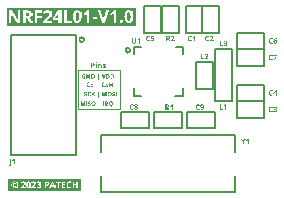
<source format=gto>
G04*
G04 #@! TF.GenerationSoftware,Altium Limited,Altium Designer,22.7.1 (60)*
G04*
G04 Layer_Color=65535*
%FSLAX44Y44*%
%MOMM*%
G71*
G04*
G04 #@! TF.SameCoordinates,7A3DA631-0345-4E00-B8C7-321365C47752*
G04*
G04*
G04 #@! TF.FilePolarity,Positive*
G04*
G01*
G75*
%ADD10C,0.2000*%
%ADD11C,0.1000*%
G36*
X328731Y338830D02*
X328820Y338823D01*
X328909Y338808D01*
X329101Y338771D01*
X329116D01*
X329145Y338756D01*
X329197Y338741D01*
X329264Y338719D01*
X329345Y338697D01*
X329441Y338660D01*
X329537Y338623D01*
X329641Y338579D01*
X329397Y337980D01*
X329382Y337987D01*
X329345Y338002D01*
X329293Y338017D01*
X329227Y338046D01*
X329145Y338069D01*
X329064Y338098D01*
X328983Y338120D01*
X328909Y338143D01*
X328901D01*
X328879Y338150D01*
X328842Y338157D01*
X328791Y338172D01*
X328739Y338180D01*
X328672Y338187D01*
X328539Y338194D01*
X328502D01*
X328465Y338187D01*
X328414Y338180D01*
X328303Y338150D01*
X328251Y338128D01*
X328199Y338091D01*
X328192Y338083D01*
X328184Y338076D01*
X328162Y338046D01*
X328140Y338017D01*
X328118Y337980D01*
X328103Y337936D01*
X328088Y337884D01*
X328081Y337825D01*
Y337817D01*
Y337810D01*
X328088Y337766D01*
X328103Y337706D01*
X328125Y337640D01*
X328133Y337625D01*
X328162Y337596D01*
X328214Y337544D01*
X328280Y337492D01*
X328288D01*
X328303Y337477D01*
X328332Y337463D01*
X328384Y337433D01*
X328443Y337403D01*
X328532Y337359D01*
X328635Y337307D01*
X328768Y337241D01*
X328776D01*
X328791Y337234D01*
X328820Y337219D01*
X328850Y337197D01*
X328938Y337152D01*
X329049Y337086D01*
X329168Y337012D01*
X329278Y336930D01*
X329382Y336842D01*
X329434Y336797D01*
X329470Y336753D01*
X329478Y336746D01*
X329500Y336709D01*
X329530Y336657D01*
X329567Y336583D01*
X329604Y336502D01*
X329633Y336398D01*
X329655Y336280D01*
X329663Y336147D01*
Y336139D01*
Y336125D01*
Y336103D01*
X329655Y336066D01*
X329648Y335977D01*
X329618Y335866D01*
X329574Y335748D01*
X329515Y335615D01*
X329426Y335489D01*
X329367Y335430D01*
X329308Y335378D01*
X329300D01*
X329293Y335363D01*
X329271Y335356D01*
X329241Y335334D01*
X329204Y335312D01*
X329160Y335289D01*
X329108Y335267D01*
X329049Y335238D01*
X328983Y335208D01*
X328909Y335186D01*
X328739Y335142D01*
X328539Y335112D01*
X328317Y335097D01*
X328221D01*
X328170Y335105D01*
X328111Y335112D01*
X327970Y335127D01*
X327808Y335149D01*
X327637Y335186D01*
X327460Y335238D01*
X327283Y335304D01*
Y336029D01*
X327290D01*
X327298Y336021D01*
X327342Y335999D01*
X327416Y335970D01*
X327497Y335933D01*
X327601Y335896D01*
X327704Y335859D01*
X327808Y335822D01*
X327904Y335792D01*
X327918D01*
X327948Y335785D01*
X328000Y335770D01*
X328059Y335763D01*
X328133Y335748D01*
X328214Y335733D01*
X328377Y335726D01*
X328421D01*
X328465Y335733D01*
X328517Y335740D01*
X328643Y335770D01*
X328709Y335792D01*
X328761Y335822D01*
X328768Y335829D01*
X328783Y335836D01*
X328805Y335866D01*
X328835Y335896D01*
X328857Y335933D01*
X328879Y335984D01*
X328894Y336043D01*
X328901Y336110D01*
Y336117D01*
Y336132D01*
X328894Y336176D01*
X328879Y336236D01*
X328842Y336302D01*
Y336310D01*
X328835Y336317D01*
X328798Y336354D01*
X328746Y336406D01*
X328665Y336465D01*
X328657Y336472D01*
X328643Y336479D01*
X328613Y336494D01*
X328561Y336524D01*
X328502Y336553D01*
X328421Y336598D01*
X328317Y336650D01*
X328192Y336709D01*
X328177Y336716D01*
X328140Y336738D01*
X328081Y336768D01*
X328007Y336805D01*
X327926Y336856D01*
X327837Y336908D01*
X327763Y336960D01*
X327689Y337012D01*
X327682Y337019D01*
X327660Y337041D01*
X327630Y337071D01*
X327593Y337108D01*
X327556Y337160D01*
X327512Y337219D01*
X327423Y337352D01*
X327416Y337359D01*
X327408Y337389D01*
X327394Y337426D01*
X327379Y337477D01*
X327357Y337544D01*
X327342Y337625D01*
X327334Y337706D01*
X327327Y337803D01*
Y337810D01*
Y337825D01*
Y337847D01*
X327334Y337884D01*
X327342Y337973D01*
X327371Y338076D01*
X327408Y338194D01*
X327467Y338320D01*
X327549Y338446D01*
X327593Y338505D01*
X327652Y338557D01*
X327660D01*
X327667Y338571D01*
X327689Y338586D01*
X327711Y338601D01*
X327785Y338645D01*
X327889Y338697D01*
X328022Y338749D01*
X328177Y338793D01*
X328354Y338823D01*
X328561Y338837D01*
X328665D01*
X328731Y338830D01*
D02*
G37*
G36*
X324895Y335142D02*
X324171D01*
Y336864D01*
Y336871D01*
Y336886D01*
Y336916D01*
Y336945D01*
Y337034D01*
Y337145D01*
Y337152D01*
Y337182D01*
X324178Y337234D01*
Y337270D01*
Y337315D01*
X324186Y337366D01*
Y337426D01*
Y337492D01*
X324193Y337574D01*
X324201Y337662D01*
Y337758D01*
X324208Y337869D01*
X324215Y337995D01*
X324186D01*
X323247Y335142D01*
X322537D01*
X321665Y338002D01*
X321643D01*
Y337995D01*
Y337965D01*
X321650Y337921D01*
Y337862D01*
Y337788D01*
X321658Y337706D01*
Y337618D01*
X321665Y337529D01*
X321673Y337330D01*
X321680Y337137D01*
Y337049D01*
X321687Y336967D01*
Y336894D01*
Y336834D01*
Y335142D01*
X321000D01*
Y338786D01*
X322050D01*
X322914Y335999D01*
X322929D01*
X323846Y338786D01*
X324895D01*
Y335142D01*
D02*
G37*
G36*
X342731Y338778D02*
X342790D01*
X342864Y338771D01*
X342938Y338764D01*
X343026Y338749D01*
X343204Y338719D01*
X343388Y338667D01*
X343559Y338601D01*
X343633Y338564D01*
X343706Y338512D01*
X343714D01*
X343721Y338497D01*
X343765Y338460D01*
X343817Y338401D01*
X343884Y338313D01*
X343950Y338194D01*
X344009Y338054D01*
X344046Y337884D01*
X344054Y337795D01*
X344061Y337692D01*
Y337677D01*
Y337640D01*
X344054Y337574D01*
X344039Y337500D01*
X344017Y337411D01*
X343987Y337315D01*
X343943Y337211D01*
X343884Y337115D01*
X343876Y337108D01*
X343854Y337078D01*
X343810Y337034D01*
X343758Y336975D01*
X343684Y336916D01*
X343603Y336849D01*
X343499Y336783D01*
X343388Y336724D01*
X343396Y336709D01*
X343425Y336672D01*
X343462Y336605D01*
X343522Y336524D01*
X343588Y336428D01*
X343662Y336317D01*
X343743Y336191D01*
X343832Y336066D01*
X344009Y335799D01*
X344098Y335667D01*
X344187Y335541D01*
X344268Y335423D01*
X344342Y335312D01*
X344409Y335216D01*
X344460Y335142D01*
X343603D01*
X342731Y336539D01*
X342317D01*
Y335142D01*
X341548D01*
Y338786D01*
X342679D01*
X342731Y338778D01*
D02*
G37*
G36*
X340624Y335142D02*
X339855D01*
Y338786D01*
X340624D01*
Y335142D01*
D02*
G37*
G36*
X326588D02*
X325819D01*
Y338786D01*
X326588D01*
Y335142D01*
D02*
G37*
G36*
X332043Y338837D02*
X332109Y338830D01*
X332191Y338823D01*
X332279Y338808D01*
X332383Y338786D01*
X332590Y338727D01*
X332693Y338690D01*
X332804Y338638D01*
X332907Y338586D01*
X333004Y338520D01*
X333100Y338446D01*
X333188Y338357D01*
X333196Y338350D01*
X333211Y338335D01*
X333233Y338305D01*
X333255Y338268D01*
X333292Y338217D01*
X333329Y338157D01*
X333366Y338083D01*
X333410Y338002D01*
X333455Y337914D01*
X333492Y337810D01*
X333528Y337692D01*
X333565Y337566D01*
X333587Y337433D01*
X333610Y337285D01*
X333624Y337130D01*
X333632Y336967D01*
Y336960D01*
Y336930D01*
Y336879D01*
X333624Y336819D01*
X333617Y336746D01*
X333610Y336657D01*
X333595Y336561D01*
X333573Y336450D01*
X333521Y336228D01*
X333484Y336110D01*
X333440Y335999D01*
X333388Y335888D01*
X333329Y335777D01*
X333262Y335674D01*
X333181Y335578D01*
X333174Y335570D01*
X333159Y335556D01*
X333137Y335533D01*
X333100Y335504D01*
X333055Y335467D01*
X332996Y335423D01*
X332930Y335386D01*
X332856Y335341D01*
X332767Y335289D01*
X332671Y335253D01*
X332567Y335208D01*
X332449Y335171D01*
X332324Y335142D01*
X332191Y335120D01*
X332050Y335105D01*
X331895Y335097D01*
X331814D01*
X331754Y335105D01*
X331688Y335112D01*
X331607Y335120D01*
X331518Y335134D01*
X331422Y335157D01*
X331215Y335216D01*
X331104Y335253D01*
X331001Y335297D01*
X330897Y335356D01*
X330794Y335423D01*
X330698Y335496D01*
X330609Y335578D01*
X330601Y335585D01*
X330587Y335600D01*
X330564Y335630D01*
X330542Y335667D01*
X330505Y335718D01*
X330468Y335777D01*
X330431Y335851D01*
X330387Y335933D01*
X330343Y336021D01*
X330306Y336125D01*
X330269Y336243D01*
X330232Y336369D01*
X330210Y336502D01*
X330187Y336650D01*
X330173Y336805D01*
X330165Y336967D01*
Y336975D01*
Y337004D01*
Y337056D01*
X330173Y337115D01*
X330180Y337197D01*
X330187Y337285D01*
X330202Y337381D01*
X330224Y337485D01*
X330276Y337714D01*
X330313Y337825D01*
X330350Y337943D01*
X330402Y338054D01*
X330461Y338165D01*
X330527Y338268D01*
X330609Y338364D01*
X330616Y338372D01*
X330631Y338386D01*
X330653Y338409D01*
X330690Y338438D01*
X330742Y338475D01*
X330794Y338520D01*
X330860Y338557D01*
X330941Y338608D01*
X331030Y338653D01*
X331126Y338690D01*
X331230Y338734D01*
X331348Y338771D01*
X331474Y338800D01*
X331607Y338823D01*
X331747Y338837D01*
X331902Y338845D01*
X331984D01*
X332043Y338837D01*
D02*
G37*
G36*
X346633D02*
X346700Y338830D01*
X346781Y338823D01*
X346870Y338808D01*
X346973Y338786D01*
X347180Y338727D01*
X347284Y338690D01*
X347395Y338638D01*
X347498Y338586D01*
X347594Y338520D01*
X347690Y338446D01*
X347779Y338357D01*
X347786Y338350D01*
X347801Y338335D01*
X347823Y338305D01*
X347846Y338268D01*
X347882Y338217D01*
X347920Y338157D01*
X347956Y338083D01*
X348001Y338002D01*
X348045Y337914D01*
X348082Y337810D01*
X348119Y337692D01*
X348156Y337566D01*
X348178Y337433D01*
X348200Y337285D01*
X348215Y337130D01*
X348223Y336967D01*
Y336960D01*
Y336938D01*
Y336908D01*
Y336864D01*
X348215Y336805D01*
X348208Y336738D01*
X348200Y336672D01*
X348193Y336590D01*
X348163Y336420D01*
X348126Y336243D01*
X348067Y336058D01*
X347993Y335888D01*
Y335881D01*
X347986Y335866D01*
X347971Y335844D01*
X347949Y335814D01*
X347897Y335740D01*
X347831Y335644D01*
X347735Y335541D01*
X347616Y335437D01*
X347483Y335334D01*
X347328Y335253D01*
X348208Y334277D01*
X347217D01*
X346545Y335097D01*
X346404D01*
X346345Y335105D01*
X346279Y335112D01*
X346197Y335120D01*
X346109Y335134D01*
X346012Y335157D01*
X345806Y335216D01*
X345695Y335253D01*
X345591Y335297D01*
X345488Y335356D01*
X345384Y335423D01*
X345288Y335496D01*
X345199Y335578D01*
X345192Y335585D01*
X345177Y335600D01*
X345155Y335630D01*
X345133Y335667D01*
X345096Y335718D01*
X345059Y335777D01*
X345022Y335851D01*
X344978Y335933D01*
X344933Y336021D01*
X344896Y336125D01*
X344859Y336243D01*
X344823Y336369D01*
X344800Y336502D01*
X344778Y336650D01*
X344763Y336805D01*
X344756Y336967D01*
Y336975D01*
Y337004D01*
Y337056D01*
X344763Y337115D01*
X344771Y337197D01*
X344778Y337285D01*
X344793Y337381D01*
X344815Y337485D01*
X344867Y337714D01*
X344904Y337825D01*
X344941Y337943D01*
X344992Y338054D01*
X345052Y338165D01*
X345118Y338268D01*
X345199Y338364D01*
X345207Y338372D01*
X345222Y338386D01*
X345244Y338409D01*
X345281Y338438D01*
X345332Y338475D01*
X345384Y338520D01*
X345451Y338557D01*
X345532Y338608D01*
X345621Y338653D01*
X345717Y338690D01*
X345820Y338734D01*
X345939Y338771D01*
X346064Y338800D01*
X346197Y338823D01*
X346338Y338837D01*
X346493Y338845D01*
X346574D01*
X346633Y338837D01*
D02*
G37*
G36*
X336936Y333989D02*
X336389D01*
Y339000D01*
X336936D01*
Y333989D01*
D02*
G37*
G36*
X367500Y402268D02*
X258500D01*
Y418000D01*
X367500D01*
Y402268D01*
D02*
G37*
G36*
X324047Y361830D02*
X324106Y361823D01*
X324173D01*
X324247Y361808D01*
X324410Y361786D01*
X324594Y361741D01*
X324786Y361690D01*
X324986Y361616D01*
X324727Y360995D01*
X324720D01*
X324713Y361002D01*
X324691Y361017D01*
X324661Y361024D01*
X324580Y361061D01*
X324476Y361098D01*
X324351Y361128D01*
X324210Y361165D01*
X324055Y361187D01*
X323900Y361194D01*
X323848D01*
X323818Y361187D01*
X323774D01*
X323722Y361180D01*
X323611Y361150D01*
X323486Y361113D01*
X323345Y361054D01*
X323212Y360965D01*
X323153Y360914D01*
X323094Y360854D01*
X323079Y360840D01*
X323064Y360817D01*
X323050Y360795D01*
X322998Y360721D01*
X322946Y360618D01*
X322887Y360485D01*
X322835Y360337D01*
X322806Y360152D01*
X322791Y359953D01*
Y359945D01*
Y359923D01*
Y359893D01*
X322798Y359856D01*
Y359805D01*
X322806Y359746D01*
X322820Y359613D01*
X322850Y359465D01*
X322894Y359317D01*
X322953Y359169D01*
X323035Y359044D01*
X323050Y359029D01*
X323079Y358992D01*
X323138Y358947D01*
X323212Y358888D01*
X323316Y358829D01*
X323434Y358785D01*
X323582Y358748D01*
X323744Y358733D01*
X323833D01*
X323900Y358740D01*
X323974Y358748D01*
X324055Y358755D01*
X324232Y358785D01*
Y359539D01*
X323545D01*
Y360189D01*
X324994D01*
Y358297D01*
X324986D01*
X324979Y358289D01*
X324934Y358275D01*
X324868Y358260D01*
X324779Y358230D01*
X324676Y358208D01*
X324565Y358179D01*
X324446Y358157D01*
X324328Y358142D01*
X324314D01*
X324277Y358134D01*
X324210Y358127D01*
X324136Y358120D01*
X324040Y358112D01*
X323929Y358105D01*
X323811Y358097D01*
X323611D01*
X323560Y358105D01*
X323486Y358112D01*
X323404Y358120D01*
X323323Y358134D01*
X323227Y358157D01*
X323020Y358216D01*
X322916Y358253D01*
X322813Y358297D01*
X322710Y358356D01*
X322606Y358423D01*
X322517Y358497D01*
X322429Y358578D01*
X322421Y358585D01*
X322414Y358600D01*
X322392Y358629D01*
X322362Y358666D01*
X322333Y358718D01*
X322296Y358777D01*
X322251Y358851D01*
X322214Y358933D01*
X322177Y359021D01*
X322133Y359125D01*
X322096Y359243D01*
X322066Y359369D01*
X322037Y359502D01*
X322022Y359650D01*
X322007Y359805D01*
X322000Y359967D01*
Y359975D01*
Y360004D01*
Y360049D01*
X322007Y360115D01*
X322015Y360189D01*
X322030Y360270D01*
X322044Y360367D01*
X322066Y360470D01*
X322126Y360692D01*
X322163Y360803D01*
X322214Y360921D01*
X322273Y361032D01*
X322340Y361143D01*
X322414Y361246D01*
X322503Y361342D01*
X322510Y361350D01*
X322525Y361364D01*
X322554Y361386D01*
X322599Y361423D01*
X322643Y361460D01*
X322710Y361497D01*
X322784Y361542D01*
X322865Y361594D01*
X322961Y361638D01*
X323064Y361682D01*
X323183Y361719D01*
X323301Y361763D01*
X323441Y361793D01*
X323582Y361815D01*
X323737Y361830D01*
X323900Y361837D01*
X323996D01*
X324047Y361830D01*
D02*
G37*
G36*
X329088Y358142D02*
X328105D01*
X326524Y360899D01*
X326501D01*
Y360891D01*
Y360869D01*
X326509Y360832D01*
Y360780D01*
Y360721D01*
X326516Y360647D01*
X326524Y360492D01*
X326531Y360322D01*
X326538Y360152D01*
X326546Y359990D01*
Y359923D01*
Y359856D01*
Y358142D01*
X325858D01*
Y361786D01*
X326834D01*
X328416Y359051D01*
X328430D01*
Y359058D01*
Y359080D01*
Y359117D01*
X328423Y359169D01*
Y359228D01*
X328416Y359295D01*
Y359443D01*
X328408Y359605D01*
X328401Y359775D01*
X328394Y359930D01*
Y359997D01*
Y360056D01*
Y361786D01*
X329088D01*
Y358142D01*
D02*
G37*
G36*
X340878D02*
X340035D01*
X338801Y361786D01*
X339577D01*
X340264Y359613D01*
Y359605D01*
X340271Y359576D01*
X340286Y359539D01*
X340301Y359487D01*
X340316Y359420D01*
X340338Y359339D01*
X340360Y359258D01*
X340382Y359162D01*
Y359154D01*
X340390Y359125D01*
X340405Y359080D01*
X340412Y359021D01*
X340442Y358910D01*
X340449Y358859D01*
X340456Y358814D01*
Y358829D01*
X340464Y358859D01*
X340471Y358918D01*
X340493Y358999D01*
X340515Y359110D01*
X340552Y359250D01*
X340567Y359324D01*
X340597Y359413D01*
X340619Y359509D01*
X340648Y359613D01*
X341336Y361786D01*
X342119D01*
X340878Y358142D01*
D02*
G37*
G36*
X347648Y361778D02*
X347722Y361771D01*
X347811Y361763D01*
X347907Y361749D01*
X348010Y361726D01*
X348232Y361667D01*
X348350Y361630D01*
X348461Y361586D01*
X348579Y361534D01*
X348690Y361468D01*
X348794Y361394D01*
X348890Y361313D01*
X348897Y361305D01*
X348912Y361290D01*
X348934Y361261D01*
X348971Y361224D01*
X349008Y361180D01*
X349045Y361120D01*
X349090Y361046D01*
X349141Y360973D01*
X349186Y360884D01*
X349230Y360780D01*
X349267Y360677D01*
X349311Y360559D01*
X349341Y360433D01*
X349363Y360293D01*
X349378Y360152D01*
X349385Y359997D01*
Y359990D01*
Y359960D01*
Y359908D01*
X349378Y359849D01*
X349370Y359775D01*
X349356Y359687D01*
X349341Y359590D01*
X349319Y359487D01*
X349296Y359376D01*
X349259Y359265D01*
X349215Y359147D01*
X349171Y359036D01*
X349104Y358918D01*
X349038Y358814D01*
X348956Y358711D01*
X348868Y358615D01*
X348860Y358607D01*
X348846Y358593D01*
X348816Y358570D01*
X348772Y358541D01*
X348720Y358504D01*
X348653Y358467D01*
X348579Y358423D01*
X348491Y358378D01*
X348395Y358334D01*
X348284Y358289D01*
X348158Y358253D01*
X348032Y358216D01*
X347885Y358186D01*
X347729Y358164D01*
X347567Y358149D01*
X347389Y358142D01*
X346362D01*
Y361786D01*
X347589D01*
X347648Y361778D01*
D02*
G37*
G36*
X343864D02*
X343938Y361771D01*
X344026Y361763D01*
X344123Y361749D01*
X344226Y361726D01*
X344448Y361667D01*
X344566Y361630D01*
X344677Y361586D01*
X344795Y361534D01*
X344906Y361468D01*
X345009Y361394D01*
X345106Y361313D01*
X345113Y361305D01*
X345128Y361290D01*
X345150Y361261D01*
X345187Y361224D01*
X345224Y361180D01*
X345261Y361120D01*
X345305Y361046D01*
X345357Y360973D01*
X345401Y360884D01*
X345446Y360780D01*
X345482Y360677D01*
X345527Y360559D01*
X345556Y360433D01*
X345579Y360293D01*
X345593Y360152D01*
X345601Y359997D01*
Y359990D01*
Y359960D01*
Y359908D01*
X345593Y359849D01*
X345586Y359775D01*
X345571Y359687D01*
X345556Y359590D01*
X345534Y359487D01*
X345512Y359376D01*
X345475Y359265D01*
X345431Y359147D01*
X345386Y359036D01*
X345320Y358918D01*
X345253Y358814D01*
X345172Y358711D01*
X345083Y358615D01*
X345076Y358607D01*
X345061Y358593D01*
X345032Y358570D01*
X344987Y358541D01*
X344935Y358504D01*
X344869Y358467D01*
X344795Y358423D01*
X344706Y358378D01*
X344610Y358334D01*
X344499Y358289D01*
X344374Y358253D01*
X344248Y358216D01*
X344100Y358186D01*
X343945Y358164D01*
X343782Y358149D01*
X343605Y358142D01*
X342578D01*
Y361786D01*
X343805D01*
X343864Y361778D01*
D02*
G37*
G36*
X331298D02*
X331372Y361771D01*
X331461Y361763D01*
X331557Y361749D01*
X331661Y361726D01*
X331882Y361667D01*
X332001Y361630D01*
X332111Y361586D01*
X332230Y361534D01*
X332341Y361468D01*
X332444Y361394D01*
X332540Y361313D01*
X332547Y361305D01*
X332562Y361290D01*
X332584Y361261D01*
X332621Y361224D01*
X332658Y361180D01*
X332695Y361120D01*
X332740Y361046D01*
X332791Y360973D01*
X332836Y360884D01*
X332880Y360780D01*
X332917Y360677D01*
X332961Y360559D01*
X332991Y360433D01*
X333013Y360293D01*
X333028Y360152D01*
X333035Y359997D01*
Y359990D01*
Y359960D01*
Y359908D01*
X333028Y359849D01*
X333021Y359775D01*
X333006Y359687D01*
X332991Y359590D01*
X332969Y359487D01*
X332947Y359376D01*
X332910Y359265D01*
X332865Y359147D01*
X332821Y359036D01*
X332755Y358918D01*
X332688Y358814D01*
X332607Y358711D01*
X332518Y358615D01*
X332511Y358607D01*
X332496Y358593D01*
X332466Y358570D01*
X332422Y358541D01*
X332370Y358504D01*
X332304Y358467D01*
X332230Y358423D01*
X332141Y358378D01*
X332045Y358334D01*
X331934Y358289D01*
X331808Y358253D01*
X331683Y358216D01*
X331535Y358186D01*
X331380Y358164D01*
X331217Y358149D01*
X331040Y358142D01*
X330012D01*
Y361786D01*
X331239D01*
X331298Y361778D01*
D02*
G37*
G36*
X336339Y356989D02*
X335792D01*
Y362000D01*
X336339D01*
Y356989D01*
D02*
G37*
G36*
X343532Y354830D02*
X343621Y354823D01*
X343710Y354808D01*
X343902Y354771D01*
X343917D01*
X343946Y354756D01*
X343998Y354741D01*
X344065Y354719D01*
X344146Y354697D01*
X344242Y354660D01*
X344338Y354623D01*
X344442Y354579D01*
X344198Y353980D01*
X344183Y353987D01*
X344146Y354002D01*
X344094Y354017D01*
X344028Y354047D01*
X343946Y354069D01*
X343865Y354098D01*
X343784Y354120D01*
X343710Y354143D01*
X343702D01*
X343680Y354150D01*
X343643Y354157D01*
X343591Y354172D01*
X343540Y354180D01*
X343473Y354187D01*
X343340Y354194D01*
X343303D01*
X343266Y354187D01*
X343215Y354180D01*
X343104Y354150D01*
X343052Y354128D01*
X343000Y354091D01*
X342993Y354084D01*
X342985Y354076D01*
X342963Y354047D01*
X342941Y354017D01*
X342919Y353980D01*
X342904Y353936D01*
X342889Y353884D01*
X342882Y353825D01*
Y353817D01*
Y353810D01*
X342889Y353766D01*
X342904Y353707D01*
X342926Y353640D01*
X342934Y353625D01*
X342963Y353596D01*
X343015Y353544D01*
X343082Y353492D01*
X343089D01*
X343104Y353477D01*
X343133Y353463D01*
X343185Y353433D01*
X343244Y353404D01*
X343333Y353359D01*
X343436Y353307D01*
X343569Y353241D01*
X343577D01*
X343591Y353233D01*
X343621Y353219D01*
X343651Y353196D01*
X343739Y353152D01*
X343850Y353086D01*
X343969Y353012D01*
X344079Y352930D01*
X344183Y352842D01*
X344235Y352797D01*
X344272Y352753D01*
X344279Y352746D01*
X344301Y352709D01*
X344331Y352657D01*
X344368Y352583D01*
X344405Y352502D01*
X344434Y352398D01*
X344456Y352280D01*
X344464Y352147D01*
Y352140D01*
Y352125D01*
Y352103D01*
X344456Y352066D01*
X344449Y351977D01*
X344419Y351866D01*
X344375Y351748D01*
X344316Y351615D01*
X344227Y351489D01*
X344168Y351430D01*
X344109Y351378D01*
X344101D01*
X344094Y351363D01*
X344072Y351356D01*
X344042Y351334D01*
X344006Y351312D01*
X343961Y351289D01*
X343909Y351267D01*
X343850Y351238D01*
X343784Y351208D01*
X343710Y351186D01*
X343540Y351142D01*
X343340Y351112D01*
X343119Y351097D01*
X343022D01*
X342971Y351105D01*
X342911Y351112D01*
X342771Y351127D01*
X342608Y351149D01*
X342439Y351186D01*
X342261Y351238D01*
X342084Y351304D01*
Y352029D01*
X342091D01*
X342099Y352021D01*
X342143Y351999D01*
X342217Y351970D01*
X342298Y351933D01*
X342402Y351896D01*
X342505Y351859D01*
X342608Y351822D01*
X342705Y351792D01*
X342719D01*
X342749Y351785D01*
X342801Y351770D01*
X342860Y351763D01*
X342934Y351748D01*
X343015Y351733D01*
X343178Y351726D01*
X343222D01*
X343266Y351733D01*
X343318Y351740D01*
X343444Y351770D01*
X343510Y351792D01*
X343562Y351822D01*
X343569Y351829D01*
X343584Y351837D01*
X343606Y351866D01*
X343636Y351896D01*
X343658Y351933D01*
X343680Y351984D01*
X343695Y352043D01*
X343702Y352110D01*
Y352117D01*
Y352132D01*
X343695Y352177D01*
X343680Y352236D01*
X343643Y352302D01*
Y352310D01*
X343636Y352317D01*
X343599Y352354D01*
X343547Y352406D01*
X343466Y352465D01*
X343459Y352472D01*
X343444Y352480D01*
X343414Y352494D01*
X343362Y352524D01*
X343303Y352553D01*
X343222Y352598D01*
X343119Y352650D01*
X342993Y352709D01*
X342978Y352716D01*
X342941Y352738D01*
X342882Y352768D01*
X342808Y352805D01*
X342727Y352856D01*
X342638Y352908D01*
X342564Y352960D01*
X342490Y353012D01*
X342483Y353019D01*
X342461Y353041D01*
X342431Y353071D01*
X342394Y353108D01*
X342357Y353160D01*
X342313Y353219D01*
X342224Y353352D01*
X342217Y353359D01*
X342209Y353389D01*
X342195Y353426D01*
X342180Y353477D01*
X342158Y353544D01*
X342143Y353625D01*
X342135Y353707D01*
X342128Y353803D01*
Y353810D01*
Y353825D01*
Y353847D01*
X342135Y353884D01*
X342143Y353973D01*
X342172Y354076D01*
X342209Y354194D01*
X342268Y354320D01*
X342350Y354446D01*
X342394Y354505D01*
X342453Y354557D01*
X342461D01*
X342468Y354571D01*
X342490Y354586D01*
X342512Y354601D01*
X342586Y354645D01*
X342690Y354697D01*
X342823Y354749D01*
X342978Y354793D01*
X343155Y354823D01*
X343362Y354837D01*
X343466D01*
X343532Y354830D01*
D02*
G37*
G36*
X340694D02*
X340746D01*
X340805Y354823D01*
X340864Y354815D01*
X340938Y354808D01*
X341101Y354771D01*
X341285Y354726D01*
X341478Y354667D01*
X341677Y354579D01*
X341426Y353950D01*
X341418Y353958D01*
X341389Y353965D01*
X341352Y353987D01*
X341300Y354010D01*
X341234Y354032D01*
X341167Y354061D01*
X341012Y354120D01*
X341005D01*
X340975Y354135D01*
X340938Y354143D01*
X340886Y354157D01*
X340820Y354172D01*
X340753Y354180D01*
X340605Y354194D01*
X340561D01*
X340532Y354187D01*
X340458Y354180D01*
X340354Y354150D01*
X340251Y354113D01*
X340132Y354054D01*
X340022Y353973D01*
X339977Y353921D01*
X339925Y353862D01*
X339918Y353847D01*
X339903Y353825D01*
X339888Y353803D01*
X339851Y353729D01*
X339807Y353625D01*
X339763Y353500D01*
X339726Y353344D01*
X339696Y353160D01*
X339689Y352953D01*
Y352938D01*
Y352901D01*
X339696Y352842D01*
X339704Y352760D01*
X339718Y352672D01*
X339741Y352568D01*
X339763Y352457D01*
X339807Y352346D01*
X339851Y352228D01*
X339911Y352117D01*
X339985Y352014D01*
X340073Y351925D01*
X340184Y351844D01*
X340302Y351785D01*
X340443Y351748D01*
X340605Y351733D01*
X340672D01*
X340709Y351740D01*
X340753D01*
X340864Y351755D01*
X341005Y351777D01*
X341160Y351814D01*
X341337Y351859D01*
X341537Y351925D01*
Y351275D01*
X341529D01*
X341515Y351267D01*
X341492Y351260D01*
X341455Y351245D01*
X341418Y351230D01*
X341367Y351216D01*
X341308Y351201D01*
X341241Y351186D01*
X341093Y351157D01*
X340923Y351127D01*
X340731Y351105D01*
X340532Y351097D01*
X340458D01*
X340398Y351105D01*
X340332Y351112D01*
X340258Y351119D01*
X340177Y351134D01*
X340081Y351157D01*
X339888Y351216D01*
X339785Y351253D01*
X339689Y351297D01*
X339585Y351349D01*
X339489Y351415D01*
X339401Y351489D01*
X339319Y351570D01*
X339312Y351578D01*
X339305Y351593D01*
X339282Y351622D01*
X339253Y351659D01*
X339223Y351711D01*
X339186Y351770D01*
X339149Y351844D01*
X339112Y351925D01*
X339068Y352014D01*
X339031Y352117D01*
X338994Y352236D01*
X338965Y352354D01*
X338935Y352487D01*
X338913Y352635D01*
X338905Y352790D01*
X338898Y352953D01*
Y352960D01*
Y352975D01*
Y353012D01*
Y353049D01*
X338905Y353100D01*
X338913Y353152D01*
X338928Y353293D01*
X338950Y353448D01*
X338987Y353610D01*
X339038Y353788D01*
X339105Y353950D01*
Y353958D01*
X339112Y353973D01*
X339127Y353995D01*
X339142Y354024D01*
X339194Y354098D01*
X339260Y354194D01*
X339342Y354298D01*
X339445Y354409D01*
X339563Y354512D01*
X339696Y354608D01*
X339704D01*
X339711Y354616D01*
X339733Y354631D01*
X339763Y354645D01*
X339800Y354660D01*
X339844Y354682D01*
X339955Y354726D01*
X340088Y354763D01*
X340243Y354800D01*
X340421Y354830D01*
X340605Y354837D01*
X340657D01*
X340694Y354830D01*
D02*
G37*
G36*
X327796D02*
X327848D01*
X327907Y354823D01*
X327966Y354815D01*
X328040Y354808D01*
X328203Y354771D01*
X328387Y354726D01*
X328580Y354667D01*
X328779Y354579D01*
X328528Y353950D01*
X328521Y353958D01*
X328491Y353965D01*
X328454Y353987D01*
X328402Y354010D01*
X328336Y354032D01*
X328269Y354061D01*
X328114Y354120D01*
X328107D01*
X328077Y354135D01*
X328040Y354143D01*
X327988Y354157D01*
X327922Y354172D01*
X327855Y354180D01*
X327707Y354194D01*
X327663D01*
X327634Y354187D01*
X327560Y354180D01*
X327456Y354150D01*
X327353Y354113D01*
X327234Y354054D01*
X327123Y353973D01*
X327079Y353921D01*
X327027Y353862D01*
X327020Y353847D01*
X327005Y353825D01*
X326991Y353803D01*
X326954Y353729D01*
X326909Y353625D01*
X326865Y353500D01*
X326828Y353344D01*
X326798Y353160D01*
X326791Y352953D01*
Y352938D01*
Y352901D01*
X326798Y352842D01*
X326806Y352760D01*
X326820Y352672D01*
X326843Y352568D01*
X326865Y352457D01*
X326909Y352346D01*
X326954Y352228D01*
X327013Y352117D01*
X327086Y352014D01*
X327175Y351925D01*
X327286Y351844D01*
X327404Y351785D01*
X327545Y351748D01*
X327707Y351733D01*
X327774D01*
X327811Y351740D01*
X327855D01*
X327966Y351755D01*
X328107Y351777D01*
X328262Y351814D01*
X328439Y351859D01*
X328639Y351925D01*
Y351275D01*
X328631D01*
X328617Y351267D01*
X328594Y351260D01*
X328557Y351245D01*
X328521Y351230D01*
X328469Y351216D01*
X328410Y351201D01*
X328343Y351186D01*
X328195Y351157D01*
X328025Y351127D01*
X327833Y351105D01*
X327634Y351097D01*
X327560D01*
X327500Y351105D01*
X327434Y351112D01*
X327360Y351119D01*
X327279Y351134D01*
X327183Y351157D01*
X326991Y351216D01*
X326887Y351253D01*
X326791Y351297D01*
X326687Y351349D01*
X326591Y351415D01*
X326503Y351489D01*
X326421Y351570D01*
X326414Y351578D01*
X326407Y351593D01*
X326384Y351622D01*
X326355Y351659D01*
X326325Y351711D01*
X326288Y351770D01*
X326251Y351844D01*
X326214Y351925D01*
X326170Y352014D01*
X326133Y352117D01*
X326096Y352236D01*
X326067Y352354D01*
X326037Y352487D01*
X326015Y352635D01*
X326007Y352790D01*
X326000Y352953D01*
Y352960D01*
Y352975D01*
Y353012D01*
Y353049D01*
X326007Y353100D01*
X326015Y353152D01*
X326030Y353293D01*
X326052Y353448D01*
X326089Y353610D01*
X326140Y353788D01*
X326207Y353950D01*
Y353958D01*
X326214Y353973D01*
X326229Y353995D01*
X326244Y354024D01*
X326296Y354098D01*
X326362Y354194D01*
X326443Y354298D01*
X326547Y354409D01*
X326665Y354512D01*
X326798Y354608D01*
X326806D01*
X326813Y354616D01*
X326835Y354631D01*
X326865Y354645D01*
X326902Y354660D01*
X326946Y354682D01*
X327057Y354726D01*
X327190Y354763D01*
X327345Y354800D01*
X327523Y354830D01*
X327707Y354837D01*
X327759D01*
X327796Y354830D01*
D02*
G37*
G36*
X348359Y351142D02*
X347376D01*
X345794Y353899D01*
X345772D01*
Y353891D01*
Y353869D01*
X345779Y353832D01*
Y353780D01*
Y353721D01*
X345787Y353647D01*
X345794Y353492D01*
X345802Y353322D01*
X345809Y353152D01*
X345816Y352990D01*
Y352923D01*
Y352856D01*
Y351142D01*
X345129D01*
Y354786D01*
X346105D01*
X347686Y352051D01*
X347701D01*
Y352058D01*
Y352080D01*
Y352117D01*
X347694Y352169D01*
Y352228D01*
X347686Y352295D01*
Y352443D01*
X347679Y352605D01*
X347672Y352775D01*
X347664Y352930D01*
Y352997D01*
Y353056D01*
Y354786D01*
X348359D01*
Y351142D01*
D02*
G37*
G36*
X331514Y354150D02*
X330183D01*
Y353352D01*
X331418D01*
Y352716D01*
X330183D01*
Y351777D01*
X331514D01*
Y351142D01*
X329415D01*
Y354786D01*
X331514D01*
Y354150D01*
D02*
G37*
G36*
X336141Y349989D02*
X335594D01*
Y355000D01*
X336141D01*
Y349989D01*
D02*
G37*
G36*
X321646Y263000D02*
X259340D01*
Y273000D01*
X321646D01*
Y263000D01*
D02*
G37*
G36*
X349249Y346830D02*
X349338Y346823D01*
X349426Y346808D01*
X349619Y346771D01*
X349633D01*
X349663Y346756D01*
X349715Y346741D01*
X349781Y346719D01*
X349863Y346697D01*
X349959Y346660D01*
X350055Y346623D01*
X350158Y346579D01*
X349914Y345980D01*
X349899Y345987D01*
X349863Y346002D01*
X349811Y346017D01*
X349744Y346046D01*
X349663Y346069D01*
X349582Y346098D01*
X349500Y346120D01*
X349426Y346143D01*
X349419D01*
X349397Y346150D01*
X349360Y346157D01*
X349308Y346172D01*
X349256Y346180D01*
X349190Y346187D01*
X349057Y346194D01*
X349020D01*
X348983Y346187D01*
X348931Y346180D01*
X348820Y346150D01*
X348769Y346128D01*
X348717Y346091D01*
X348709Y346083D01*
X348702Y346076D01*
X348680Y346046D01*
X348658Y346017D01*
X348635Y345980D01*
X348621Y345936D01*
X348606Y345884D01*
X348599Y345825D01*
Y345817D01*
Y345810D01*
X348606Y345766D01*
X348621Y345706D01*
X348643Y345640D01*
X348650Y345625D01*
X348680Y345596D01*
X348732Y345544D01*
X348798Y345492D01*
X348806D01*
X348820Y345477D01*
X348850Y345463D01*
X348902Y345433D01*
X348961Y345404D01*
X349049Y345359D01*
X349153Y345307D01*
X349286Y345241D01*
X349293D01*
X349308Y345233D01*
X349338Y345219D01*
X349367Y345196D01*
X349456Y345152D01*
X349567Y345086D01*
X349685Y345012D01*
X349796Y344930D01*
X349899Y344842D01*
X349951Y344797D01*
X349988Y344753D01*
X349995Y344746D01*
X350018Y344709D01*
X350047Y344657D01*
X350084Y344583D01*
X350121Y344502D01*
X350151Y344398D01*
X350173Y344280D01*
X350180Y344147D01*
Y344140D01*
Y344125D01*
Y344103D01*
X350173Y344066D01*
X350165Y343977D01*
X350136Y343866D01*
X350092Y343748D01*
X350033Y343615D01*
X349944Y343489D01*
X349885Y343430D01*
X349826Y343378D01*
X349818D01*
X349811Y343363D01*
X349789Y343356D01*
X349759Y343334D01*
X349722Y343312D01*
X349678Y343289D01*
X349626Y343267D01*
X349567Y343238D01*
X349500Y343208D01*
X349426Y343186D01*
X349256Y343142D01*
X349057Y343112D01*
X348835Y343097D01*
X348739D01*
X348687Y343105D01*
X348628Y343112D01*
X348488Y343127D01*
X348325Y343149D01*
X348155Y343186D01*
X347978Y343238D01*
X347800Y343304D01*
Y344029D01*
X347808D01*
X347815Y344021D01*
X347859Y343999D01*
X347933Y343969D01*
X348015Y343933D01*
X348118Y343896D01*
X348222Y343859D01*
X348325Y343822D01*
X348421Y343792D01*
X348436D01*
X348465Y343785D01*
X348517Y343770D01*
X348576Y343763D01*
X348650Y343748D01*
X348732Y343733D01*
X348894Y343726D01*
X348939D01*
X348983Y343733D01*
X349035Y343740D01*
X349160Y343770D01*
X349227Y343792D01*
X349279Y343822D01*
X349286Y343829D01*
X349301Y343837D01*
X349323Y343866D01*
X349352Y343896D01*
X349375Y343933D01*
X349397Y343984D01*
X349412Y344044D01*
X349419Y344110D01*
Y344117D01*
Y344132D01*
X349412Y344176D01*
X349397Y344236D01*
X349360Y344302D01*
Y344310D01*
X349352Y344317D01*
X349315Y344354D01*
X349264Y344406D01*
X349183Y344465D01*
X349175Y344472D01*
X349160Y344479D01*
X349131Y344494D01*
X349079Y344524D01*
X349020Y344553D01*
X348939Y344598D01*
X348835Y344650D01*
X348709Y344709D01*
X348695Y344716D01*
X348658Y344738D01*
X348599Y344768D01*
X348525Y344805D01*
X348443Y344856D01*
X348355Y344908D01*
X348281Y344960D01*
X348207Y345012D01*
X348199Y345019D01*
X348177Y345041D01*
X348148Y345071D01*
X348111Y345108D01*
X348074Y345160D01*
X348029Y345219D01*
X347941Y345352D01*
X347933Y345359D01*
X347926Y345389D01*
X347911Y345426D01*
X347896Y345477D01*
X347874Y345544D01*
X347859Y345625D01*
X347852Y345706D01*
X347845Y345803D01*
Y345810D01*
Y345825D01*
Y345847D01*
X347852Y345884D01*
X347859Y345973D01*
X347889Y346076D01*
X347926Y346194D01*
X347985Y346320D01*
X348066Y346446D01*
X348111Y346505D01*
X348170Y346557D01*
X348177D01*
X348185Y346571D01*
X348207Y346586D01*
X348229Y346601D01*
X348303Y346645D01*
X348406Y346697D01*
X348539Y346749D01*
X348695Y346793D01*
X348872Y346823D01*
X349079Y346837D01*
X349183D01*
X349249Y346830D01*
D02*
G37*
G36*
X325441D02*
X325530Y346823D01*
X325619Y346808D01*
X325811Y346771D01*
X325826D01*
X325855Y346756D01*
X325907Y346741D01*
X325974Y346719D01*
X326055Y346697D01*
X326151Y346660D01*
X326247Y346623D01*
X326351Y346579D01*
X326106Y345980D01*
X326092Y345987D01*
X326055Y346002D01*
X326003Y346017D01*
X325937Y346046D01*
X325855Y346069D01*
X325774Y346098D01*
X325693Y346120D01*
X325619Y346143D01*
X325611D01*
X325589Y346150D01*
X325552Y346157D01*
X325500Y346172D01*
X325449Y346180D01*
X325382Y346187D01*
X325249Y346194D01*
X325212D01*
X325175Y346187D01*
X325123Y346180D01*
X325013Y346150D01*
X324961Y346128D01*
X324909Y346091D01*
X324902Y346083D01*
X324894Y346076D01*
X324872Y346046D01*
X324850Y346017D01*
X324828Y345980D01*
X324813Y345936D01*
X324798Y345884D01*
X324791Y345825D01*
Y345817D01*
Y345810D01*
X324798Y345766D01*
X324813Y345706D01*
X324835Y345640D01*
X324843Y345625D01*
X324872Y345596D01*
X324924Y345544D01*
X324990Y345492D01*
X324998D01*
X325013Y345477D01*
X325042Y345463D01*
X325094Y345433D01*
X325153Y345404D01*
X325242Y345359D01*
X325345Y345307D01*
X325478Y345241D01*
X325486D01*
X325500Y345233D01*
X325530Y345219D01*
X325560Y345196D01*
X325648Y345152D01*
X325759Y345086D01*
X325877Y345012D01*
X325988Y344930D01*
X326092Y344842D01*
X326143Y344797D01*
X326180Y344753D01*
X326188Y344746D01*
X326210Y344709D01*
X326240Y344657D01*
X326277Y344583D01*
X326314Y344502D01*
X326343Y344398D01*
X326365Y344280D01*
X326373Y344147D01*
Y344140D01*
Y344125D01*
Y344103D01*
X326365Y344066D01*
X326358Y343977D01*
X326328Y343866D01*
X326284Y343748D01*
X326225Y343615D01*
X326136Y343489D01*
X326077Y343430D01*
X326018Y343378D01*
X326010D01*
X326003Y343363D01*
X325981Y343356D01*
X325951Y343334D01*
X325914Y343312D01*
X325870Y343289D01*
X325818Y343267D01*
X325759Y343238D01*
X325693Y343208D01*
X325619Y343186D01*
X325449Y343142D01*
X325249Y343112D01*
X325027Y343097D01*
X324931D01*
X324880Y343105D01*
X324820Y343112D01*
X324680Y343127D01*
X324517Y343149D01*
X324347Y343186D01*
X324170Y343238D01*
X323993Y343304D01*
Y344029D01*
X324000D01*
X324007Y344021D01*
X324052Y343999D01*
X324126Y343969D01*
X324207Y343933D01*
X324310Y343896D01*
X324414Y343859D01*
X324517Y343822D01*
X324613Y343792D01*
X324628D01*
X324658Y343785D01*
X324710Y343770D01*
X324769Y343763D01*
X324843Y343748D01*
X324924Y343733D01*
X325087Y343726D01*
X325131D01*
X325175Y343733D01*
X325227Y343740D01*
X325353Y343770D01*
X325419Y343792D01*
X325471Y343822D01*
X325478Y343829D01*
X325493Y343837D01*
X325515Y343866D01*
X325545Y343896D01*
X325567Y343933D01*
X325589Y343984D01*
X325604Y344044D01*
X325611Y344110D01*
Y344117D01*
Y344132D01*
X325604Y344176D01*
X325589Y344236D01*
X325552Y344302D01*
Y344310D01*
X325545Y344317D01*
X325508Y344354D01*
X325456Y344406D01*
X325375Y344465D01*
X325367Y344472D01*
X325353Y344479D01*
X325323Y344494D01*
X325271Y344524D01*
X325212Y344553D01*
X325131Y344598D01*
X325027Y344650D01*
X324902Y344709D01*
X324887Y344716D01*
X324850Y344738D01*
X324791Y344768D01*
X324717Y344805D01*
X324636Y344856D01*
X324547Y344908D01*
X324473Y344960D01*
X324399Y345012D01*
X324392Y345019D01*
X324370Y345041D01*
X324340Y345071D01*
X324303Y345108D01*
X324266Y345160D01*
X324222Y345219D01*
X324133Y345352D01*
X324126Y345359D01*
X324118Y345389D01*
X324104Y345426D01*
X324089Y345477D01*
X324067Y345544D01*
X324052Y345625D01*
X324044Y345706D01*
X324037Y345803D01*
Y345810D01*
Y345825D01*
Y345847D01*
X324044Y345884D01*
X324052Y345973D01*
X324081Y346076D01*
X324118Y346194D01*
X324177Y346320D01*
X324259Y346446D01*
X324303Y346505D01*
X324362Y346557D01*
X324370D01*
X324377Y346571D01*
X324399Y346586D01*
X324421Y346601D01*
X324495Y346645D01*
X324599Y346697D01*
X324732Y346749D01*
X324887Y346793D01*
X325064Y346823D01*
X325271Y346837D01*
X325375D01*
X325441Y346830D01*
D02*
G37*
G36*
X328671D02*
X328723D01*
X328782Y346823D01*
X328841Y346815D01*
X328915Y346808D01*
X329078Y346771D01*
X329263Y346726D01*
X329455Y346667D01*
X329654Y346579D01*
X329403Y345950D01*
X329396Y345958D01*
X329366Y345965D01*
X329329Y345987D01*
X329277Y346010D01*
X329211Y346032D01*
X329144Y346061D01*
X328989Y346120D01*
X328982D01*
X328952Y346135D01*
X328915Y346143D01*
X328863Y346157D01*
X328797Y346172D01*
X328731Y346180D01*
X328583Y346194D01*
X328538D01*
X328509Y346187D01*
X328435Y346180D01*
X328331Y346150D01*
X328228Y346113D01*
X328110Y346054D01*
X327999Y345973D01*
X327954Y345921D01*
X327903Y345862D01*
X327895Y345847D01*
X327881Y345825D01*
X327866Y345803D01*
X327829Y345729D01*
X327784Y345625D01*
X327740Y345500D01*
X327703Y345344D01*
X327673Y345160D01*
X327666Y344953D01*
Y344938D01*
Y344901D01*
X327673Y344842D01*
X327681Y344760D01*
X327696Y344672D01*
X327718Y344568D01*
X327740Y344457D01*
X327784Y344347D01*
X327829Y344228D01*
X327888Y344117D01*
X327962Y344014D01*
X328050Y343925D01*
X328161Y343844D01*
X328280Y343785D01*
X328420Y343748D01*
X328583Y343733D01*
X328649D01*
X328686Y343740D01*
X328731D01*
X328841Y343755D01*
X328982Y343777D01*
X329137Y343814D01*
X329314Y343859D01*
X329514Y343925D01*
Y343275D01*
X329507D01*
X329492Y343267D01*
X329470Y343260D01*
X329433Y343245D01*
X329396Y343230D01*
X329344Y343216D01*
X329285Y343201D01*
X329218Y343186D01*
X329071Y343157D01*
X328900Y343127D01*
X328708Y343105D01*
X328509Y343097D01*
X328435D01*
X328376Y343105D01*
X328309Y343112D01*
X328235Y343120D01*
X328154Y343134D01*
X328058Y343157D01*
X327866Y343216D01*
X327762Y343253D01*
X327666Y343297D01*
X327563Y343349D01*
X327467Y343415D01*
X327378Y343489D01*
X327297Y343570D01*
X327289Y343578D01*
X327282Y343593D01*
X327260Y343622D01*
X327230Y343659D01*
X327201Y343711D01*
X327164Y343770D01*
X327127Y343844D01*
X327090Y343925D01*
X327045Y344014D01*
X327008Y344117D01*
X326971Y344236D01*
X326942Y344354D01*
X326912Y344487D01*
X326890Y344635D01*
X326883Y344790D01*
X326875Y344953D01*
Y344960D01*
Y344975D01*
Y345012D01*
Y345049D01*
X326883Y345100D01*
X326890Y345152D01*
X326905Y345293D01*
X326927Y345448D01*
X326964Y345610D01*
X327016Y345788D01*
X327082Y345950D01*
Y345958D01*
X327090Y345973D01*
X327104Y345995D01*
X327119Y346024D01*
X327171Y346098D01*
X327237Y346194D01*
X327319Y346298D01*
X327422Y346409D01*
X327541Y346512D01*
X327673Y346608D01*
X327681D01*
X327688Y346616D01*
X327710Y346630D01*
X327740Y346645D01*
X327777Y346660D01*
X327821Y346682D01*
X327932Y346726D01*
X328065Y346763D01*
X328220Y346800D01*
X328398Y346830D01*
X328583Y346837D01*
X328634D01*
X328671Y346830D01*
D02*
G37*
G36*
X331938Y345167D02*
X333217Y343142D01*
X332345D01*
X331384Y344672D01*
X331059Y344443D01*
Y343142D01*
X330290D01*
Y346786D01*
X331059D01*
Y345115D01*
X331362Y345544D01*
X332352Y346786D01*
X333210D01*
X331938Y345167D01*
D02*
G37*
G36*
X343040Y343142D02*
X342316D01*
Y344864D01*
Y344871D01*
Y344886D01*
Y344916D01*
Y344945D01*
Y345034D01*
Y345145D01*
Y345152D01*
Y345182D01*
X342323Y345233D01*
Y345270D01*
Y345315D01*
X342331Y345367D01*
Y345426D01*
Y345492D01*
X342338Y345574D01*
X342345Y345662D01*
Y345758D01*
X342353Y345869D01*
X342360Y345995D01*
X342331D01*
X341392Y343142D01*
X340682D01*
X339810Y346002D01*
X339788D01*
Y345995D01*
Y345965D01*
X339795Y345921D01*
Y345862D01*
Y345788D01*
X339803Y345706D01*
Y345618D01*
X339810Y345529D01*
X339818Y345330D01*
X339825Y345137D01*
Y345049D01*
X339832Y344967D01*
Y344893D01*
Y344834D01*
Y343142D01*
X339145D01*
Y346786D01*
X340195D01*
X341059Y343999D01*
X341074D01*
X341991Y346786D01*
X343040D01*
Y343142D01*
D02*
G37*
G36*
X351614D02*
X350846D01*
Y346786D01*
X351614D01*
Y343142D01*
D02*
G37*
G36*
X345679Y346837D02*
X345746Y346830D01*
X345827Y346823D01*
X345915Y346808D01*
X346019Y346786D01*
X346226Y346726D01*
X346329Y346690D01*
X346440Y346638D01*
X346544Y346586D01*
X346640Y346520D01*
X346736Y346446D01*
X346825Y346357D01*
X346832Y346350D01*
X346847Y346335D01*
X346869Y346305D01*
X346891Y346268D01*
X346928Y346217D01*
X346965Y346157D01*
X347002Y346083D01*
X347046Y346002D01*
X347091Y345914D01*
X347128Y345810D01*
X347165Y345692D01*
X347202Y345566D01*
X347224Y345433D01*
X347246Y345285D01*
X347261Y345130D01*
X347268Y344967D01*
Y344960D01*
Y344930D01*
Y344879D01*
X347261Y344820D01*
X347253Y344746D01*
X347246Y344657D01*
X347231Y344561D01*
X347209Y344450D01*
X347157Y344228D01*
X347120Y344110D01*
X347076Y343999D01*
X347024Y343888D01*
X346965Y343777D01*
X346898Y343674D01*
X346817Y343578D01*
X346810Y343570D01*
X346795Y343556D01*
X346773Y343534D01*
X346736Y343504D01*
X346692Y343467D01*
X346632Y343423D01*
X346566Y343386D01*
X346492Y343341D01*
X346403Y343289D01*
X346307Y343253D01*
X346204Y343208D01*
X346086Y343171D01*
X345960Y343142D01*
X345827Y343120D01*
X345686Y343105D01*
X345531Y343097D01*
X345450D01*
X345391Y343105D01*
X345324Y343112D01*
X345243Y343120D01*
X345154Y343134D01*
X345058Y343157D01*
X344851Y343216D01*
X344740Y343253D01*
X344637Y343297D01*
X344533Y343356D01*
X344430Y343423D01*
X344334Y343497D01*
X344245Y343578D01*
X344238Y343585D01*
X344223Y343600D01*
X344201Y343629D01*
X344179Y343666D01*
X344142Y343718D01*
X344105Y343777D01*
X344068Y343851D01*
X344023Y343933D01*
X343979Y344021D01*
X343942Y344125D01*
X343905Y344243D01*
X343868Y344369D01*
X343846Y344502D01*
X343824Y344650D01*
X343809Y344805D01*
X343801Y344967D01*
Y344975D01*
Y345004D01*
Y345056D01*
X343809Y345115D01*
X343816Y345196D01*
X343824Y345285D01*
X343839Y345381D01*
X343861Y345485D01*
X343912Y345714D01*
X343949Y345825D01*
X343986Y345943D01*
X344038Y346054D01*
X344097Y346165D01*
X344164Y346268D01*
X344245Y346364D01*
X344252Y346372D01*
X344267Y346386D01*
X344289Y346409D01*
X344326Y346438D01*
X344378Y346475D01*
X344430Y346520D01*
X344496Y346557D01*
X344578Y346608D01*
X344666Y346653D01*
X344762Y346690D01*
X344866Y346734D01*
X344984Y346771D01*
X345110Y346800D01*
X345243Y346823D01*
X345383Y346837D01*
X345538Y346845D01*
X345620D01*
X345679Y346837D01*
D02*
G37*
G36*
X336225Y341989D02*
X335678D01*
Y347000D01*
X336225D01*
Y341989D01*
D02*
G37*
G36*
X334234Y371991D02*
X334317Y371972D01*
X334410Y371945D01*
X334502Y371889D01*
X334585Y371806D01*
X334622Y371750D01*
X334650Y371686D01*
X334659Y371612D01*
X334669Y371529D01*
Y371519D01*
Y371492D01*
X334659Y371455D01*
X334650Y371399D01*
X334613Y371288D01*
X334585Y371233D01*
X334539Y371186D01*
X334530Y371177D01*
X334511Y371168D01*
X334484Y371149D01*
X334447Y371131D01*
X334391Y371103D01*
X334317Y371085D01*
X334243Y371075D01*
X334151Y371066D01*
X334132D01*
X334068Y371075D01*
X333984Y371094D01*
X333892Y371122D01*
X333800Y371177D01*
X333716Y371260D01*
X333679Y371316D01*
X333652Y371381D01*
X333642Y371445D01*
X333633Y371529D01*
Y371538D01*
Y371547D01*
X333642Y371602D01*
X333661Y371676D01*
X333698Y371769D01*
X333763Y371852D01*
X333855Y371926D01*
X333910Y371954D01*
X333984Y371982D01*
X334058Y371991D01*
X334151Y372000D01*
X334169D01*
X334234Y371991D01*
D02*
G37*
G36*
X337710Y370687D02*
X337821Y370678D01*
X337951Y370659D01*
X338099Y370613D01*
X338256Y370558D01*
X338404Y370475D01*
X338533Y370364D01*
X338543Y370345D01*
X338579Y370308D01*
X338635Y370225D01*
X338690Y370123D01*
X338746Y369994D01*
X338801Y369827D01*
X338838Y369633D01*
X338848Y369411D01*
Y367146D01*
X337895D01*
Y369180D01*
Y369199D01*
Y369245D01*
X337886Y369310D01*
X337877Y369393D01*
X337858Y369485D01*
X337840Y369578D01*
X337803Y369670D01*
X337757Y369744D01*
X337747Y369753D01*
X337729Y369772D01*
X337701Y369799D01*
X337655Y369837D01*
X337599Y369874D01*
X337525Y369901D01*
X337433Y369920D01*
X337331Y369929D01*
X337267D01*
X337193Y369920D01*
X337109Y369892D01*
X337017Y369864D01*
X336915Y369818D01*
X336823Y369753D01*
X336749Y369661D01*
X336740Y369652D01*
X336721Y369615D01*
X336693Y369550D01*
X336666Y369458D01*
X336629Y369337D01*
X336601Y369180D01*
X336582Y368995D01*
X336573Y368783D01*
Y367146D01*
X335621D01*
Y370632D01*
X336351D01*
X336481Y370179D01*
X336536D01*
X336545Y370188D01*
X336564Y370225D01*
X336601Y370271D01*
X336647Y370326D01*
X336712Y370391D01*
X336786Y370456D01*
X336869Y370512D01*
X336971Y370567D01*
X336980Y370576D01*
X337017Y370585D01*
X337082Y370604D01*
X337156Y370632D01*
X337248Y370659D01*
X337359Y370678D01*
X337479Y370687D01*
X337609Y370696D01*
X337664D01*
X337710Y370687D01*
D02*
G37*
G36*
X341159D02*
X341224Y370678D01*
X341381Y370659D01*
X341566Y370632D01*
X341778Y370576D01*
X342000Y370512D01*
X342222Y370419D01*
X341936Y369735D01*
X341926Y369744D01*
X341889Y369753D01*
X341843Y369772D01*
X341769Y369799D01*
X341695Y369827D01*
X341612Y369864D01*
X341436Y369920D01*
X341427D01*
X341399Y369929D01*
X341353Y369948D01*
X341298Y369957D01*
X341224Y369975D01*
X341150Y369985D01*
X340974Y369994D01*
X340909D01*
X340845Y369985D01*
X340771Y369966D01*
X340687Y369938D01*
X340623Y369892D01*
X340577Y369837D01*
X340567Y369799D01*
X340558Y369763D01*
Y369753D01*
Y369744D01*
X340577Y369689D01*
X340614Y369615D01*
X340641Y369578D01*
X340687Y369541D01*
X340697D01*
X340715Y369522D01*
X340752Y369504D01*
X340817Y369476D01*
X340891Y369430D01*
X341002Y369384D01*
X341131Y369328D01*
X341288Y369263D01*
X341298D01*
X341307Y369254D01*
X341353Y369236D01*
X341427Y369199D01*
X341520Y369162D01*
X341714Y369060D01*
X341806Y369004D01*
X341880Y368949D01*
X341889Y368940D01*
X341908Y368921D01*
X341945Y368894D01*
X341991Y368857D01*
X342084Y368755D01*
X342130Y368690D01*
X342167Y368625D01*
Y368616D01*
X342185Y368588D01*
X342195Y368551D01*
X342213Y368505D01*
X342231Y368440D01*
X342241Y368357D01*
X342259Y368274D01*
Y368182D01*
Y368172D01*
Y368154D01*
Y368126D01*
X342250Y368089D01*
X342241Y367997D01*
X342213Y367877D01*
X342167Y367738D01*
X342102Y367608D01*
X342010Y367470D01*
X341880Y367359D01*
X341862Y367350D01*
X341815Y367322D01*
X341723Y367276D01*
X341603Y367229D01*
X341446Y367174D01*
X341261Y367137D01*
X341030Y367100D01*
X340771Y367091D01*
X340641D01*
X340549Y367100D01*
X340447D01*
X340336Y367109D01*
X340225Y367118D01*
X340123Y367137D01*
X340114D01*
X340077Y367146D01*
X340022Y367155D01*
X339957Y367174D01*
X339883Y367192D01*
X339800Y367220D01*
X339615Y367285D01*
Y368071D01*
X339624Y368061D01*
X339661Y368052D01*
X339717Y368024D01*
X339791Y367997D01*
X339883Y367960D01*
X339985Y367923D01*
X340096Y367895D01*
X340216Y367858D01*
X340234D01*
X340271Y367849D01*
X340336Y367830D01*
X340410Y367821D01*
X340503Y367803D01*
X340604Y367784D01*
X340798Y367775D01*
X340817D01*
X340882Y367784D01*
X340965Y367793D01*
X341057Y367812D01*
X341150Y367849D01*
X341233Y367904D01*
X341298Y367969D01*
X341307Y368015D01*
X341316Y368071D01*
Y368080D01*
Y368089D01*
X341307Y368135D01*
X341288Y368200D01*
X341242Y368256D01*
X341233Y368265D01*
X341187Y368302D01*
X341122Y368357D01*
X341067Y368385D01*
X341011Y368413D01*
X341002D01*
X340983Y368431D01*
X340946Y368450D01*
X340891Y368477D01*
X340826Y368505D01*
X340752Y368542D01*
X340660Y368579D01*
X340558Y368625D01*
X340540Y368635D01*
X340493Y368653D01*
X340419Y368690D01*
X340336Y368727D01*
X340142Y368829D01*
X340050Y368875D01*
X339966Y368931D01*
X339957Y368940D01*
X339939Y368958D01*
X339902Y368986D01*
X339865Y369032D01*
X339772Y369134D01*
X339735Y369199D01*
X339698Y369263D01*
Y369272D01*
X339689Y369300D01*
X339670Y369337D01*
X339661Y369393D01*
X339643Y369458D01*
X339624Y369541D01*
X339615Y369624D01*
Y369726D01*
Y369735D01*
Y369744D01*
X339624Y369799D01*
X339633Y369883D01*
X339661Y369985D01*
X339698Y370105D01*
X339763Y370225D01*
X339846Y370336D01*
X339966Y370438D01*
X339985Y370447D01*
X340031Y370475D01*
X340114Y370521D01*
X340234Y370567D01*
X340373Y370613D01*
X340549Y370659D01*
X340761Y370687D01*
X340993Y370696D01*
X341104D01*
X341159Y370687D01*
D02*
G37*
G36*
X334622Y367146D02*
X333670D01*
Y370632D01*
X334622D01*
Y367146D01*
D02*
G37*
G36*
X331331Y371695D02*
X331396D01*
X331479Y371686D01*
X331664Y371658D01*
X331867Y371621D01*
X332071Y371556D01*
X332274Y371464D01*
X332366Y371408D01*
X332450Y371344D01*
X332459D01*
X332468Y371325D01*
X332514Y371279D01*
X332588Y371196D01*
X332672Y371075D01*
X332746Y370928D01*
X332820Y370743D01*
X332866Y370530D01*
X332884Y370410D01*
Y370280D01*
Y370271D01*
Y370253D01*
Y370206D01*
X332875Y370160D01*
Y370095D01*
X332856Y370031D01*
X332829Y369864D01*
X332773Y369679D01*
X332690Y369494D01*
X332635Y369402D01*
X332579Y369310D01*
X332505Y369226D01*
X332422Y369152D01*
X332413D01*
X332403Y369134D01*
X332376Y369115D01*
X332339Y369088D01*
X332293Y369060D01*
X332237Y369032D01*
X332163Y368995D01*
X332089Y368958D01*
X332006Y368921D01*
X331904Y368884D01*
X331802Y368857D01*
X331682Y368829D01*
X331553Y368801D01*
X331423Y368783D01*
X331275Y368773D01*
X331118Y368764D01*
X330702D01*
Y367146D01*
X329741D01*
Y371704D01*
X331275D01*
X331331Y371695D01*
D02*
G37*
G36*
X459159Y304487D02*
Y302721D01*
X458197D01*
Y304459D01*
X456690Y307279D01*
X457735D01*
X458678Y305402D01*
X459630Y307279D01*
X460675D01*
X459159Y304487D01*
D02*
G37*
G36*
X463310Y302721D02*
X462348D01*
Y305356D01*
X462358Y305791D01*
X462367Y306262D01*
X462358Y306253D01*
X462330Y306225D01*
X462284Y306179D01*
X462237Y306133D01*
X462127Y306031D01*
X462071Y305985D01*
X462034Y305948D01*
X461516Y305532D01*
X461045Y306105D01*
X462515Y307279D01*
X463310D01*
Y302721D01*
D02*
G37*
G36*
X368282Y389357D02*
Y389348D01*
Y389339D01*
Y389311D01*
Y389274D01*
X368273Y389173D01*
X368254Y389052D01*
X368227Y388914D01*
X368180Y388766D01*
X368125Y388618D01*
X368051Y388470D01*
X368042Y388451D01*
X368014Y388405D01*
X367958Y388340D01*
X367884Y388257D01*
X367792Y388165D01*
X367681Y388063D01*
X367552Y387971D01*
X367404Y387887D01*
X367394D01*
X367385Y387878D01*
X367330Y387860D01*
X367237Y387823D01*
X367117Y387795D01*
X366969Y387758D01*
X366803Y387721D01*
X366609Y387702D01*
X366396Y387693D01*
X366313D01*
X366248Y387702D01*
X366174D01*
X366091Y387721D01*
X365998Y387730D01*
X365887Y387749D01*
X365666Y387804D01*
X365444Y387878D01*
X365222Y387989D01*
X365111Y388063D01*
X365018Y388137D01*
X365009Y388146D01*
X365000Y388156D01*
X364972Y388183D01*
X364944Y388220D01*
X364907Y388266D01*
X364870Y388322D01*
X364824Y388387D01*
X364778Y388461D01*
X364686Y388636D01*
X364612Y388840D01*
X364556Y389089D01*
X364547Y389228D01*
X364538Y389367D01*
Y392307D01*
X365499D01*
Y389515D01*
Y389505D01*
Y389496D01*
Y389468D01*
Y389431D01*
X365508Y389339D01*
X365527Y389219D01*
X365555Y389089D01*
X365592Y388969D01*
X365638Y388840D01*
X365712Y388738D01*
X365721Y388729D01*
X365749Y388701D01*
X365804Y388655D01*
X365878Y388618D01*
X365980Y388572D01*
X366100Y388525D01*
X366248Y388498D01*
X366414Y388488D01*
X366498D01*
X366581Y388498D01*
X366683Y388516D01*
X366793Y388553D01*
X366914Y388590D01*
X367015Y388655D01*
X367108Y388738D01*
X367117Y388747D01*
X367145Y388784D01*
X367173Y388849D01*
X367219Y388932D01*
X367256Y389034D01*
X367284Y389173D01*
X367311Y389330D01*
X367320Y389515D01*
Y392307D01*
X368282D01*
Y389357D01*
D02*
G37*
G36*
X371463Y387749D02*
X370501D01*
Y390384D01*
X370510Y390818D01*
X370519Y391290D01*
X370510Y391281D01*
X370482Y391253D01*
X370436Y391207D01*
X370390Y391160D01*
X370279Y391059D01*
X370224Y391012D01*
X370187Y390975D01*
X369669Y390559D01*
X369197Y391133D01*
X370667Y392307D01*
X371463D01*
Y387749D01*
D02*
G37*
G36*
X399117Y394330D02*
X399219Y394321D01*
X399339Y394302D01*
X399469Y394274D01*
X399598Y394237D01*
X399718Y394182D01*
X399737Y394173D01*
X399774Y394154D01*
X399829Y394117D01*
X399903Y394071D01*
X399986Y394006D01*
X400070Y393932D01*
X400153Y393840D01*
X400227Y393738D01*
X400236Y393729D01*
X400254Y393692D01*
X400282Y393627D01*
X400319Y393553D01*
X400356Y393461D01*
X400384Y393350D01*
X400402Y393230D01*
X400412Y393100D01*
Y393091D01*
Y393045D01*
X400402Y392989D01*
Y392906D01*
X400384Y392814D01*
X400365Y392721D01*
X400338Y392610D01*
X400301Y392509D01*
X400291Y392499D01*
X400282Y392462D01*
X400254Y392407D01*
X400218Y392333D01*
X400171Y392250D01*
X400107Y392157D01*
X400042Y392056D01*
X399959Y391945D01*
X399949Y391935D01*
X399912Y391889D01*
X399857Y391824D01*
X399774Y391732D01*
X399663Y391621D01*
X399515Y391473D01*
X399348Y391316D01*
X399145Y391122D01*
X398553Y390567D01*
Y390521D01*
X400541D01*
Y389716D01*
X397351D01*
Y390382D01*
X398498Y391538D01*
X398507Y391547D01*
X398516Y391566D01*
X398544Y391584D01*
X398581Y391621D01*
X398664Y391713D01*
X398775Y391824D01*
X398886Y391945D01*
X398997Y392065D01*
X399090Y392176D01*
X399164Y392259D01*
X399173Y392268D01*
X399191Y392296D01*
X399219Y392333D01*
X399247Y392379D01*
X399321Y392499D01*
X399385Y392629D01*
Y392638D01*
X399395Y392656D01*
X399413Y392693D01*
X399422Y392740D01*
X399450Y392860D01*
X399459Y392989D01*
Y392999D01*
Y393036D01*
X399450Y393082D01*
X399441Y393147D01*
X399422Y393211D01*
X399395Y393276D01*
X399358Y393341D01*
X399302Y393396D01*
X399293Y393405D01*
X399274Y393415D01*
X399247Y393442D01*
X399200Y393470D01*
X399145Y393489D01*
X399071Y393516D01*
X398997Y393526D01*
X398905Y393535D01*
X398858D01*
X398803Y393526D01*
X398738Y393516D01*
X398664Y393507D01*
X398572Y393489D01*
X398479Y393452D01*
X398387Y393415D01*
X398378Y393405D01*
X398341Y393396D01*
X398294Y393368D01*
X398230Y393322D01*
X398146Y393276D01*
X398063Y393220D01*
X397971Y393147D01*
X397869Y393063D01*
X397342Y393683D01*
X397361Y393692D01*
X397398Y393729D01*
X397462Y393784D01*
X397536Y393840D01*
X397629Y393905D01*
X397721Y393979D01*
X397814Y394034D01*
X397897Y394090D01*
X397906Y394099D01*
X397934Y394108D01*
X397980Y394136D01*
X398045Y394154D01*
X398110Y394191D01*
X398193Y394219D01*
X398378Y394274D01*
X398387D01*
X398424Y394284D01*
X398479Y394293D01*
X398553Y394311D01*
X398637Y394321D01*
X398738Y394330D01*
X398849Y394339D01*
X399043D01*
X399117Y394330D01*
D02*
G37*
G36*
X394938Y394265D02*
X395012D01*
X395105Y394256D01*
X395197Y394247D01*
X395308Y394228D01*
X395530Y394191D01*
X395761Y394127D01*
X395974Y394043D01*
X396066Y393997D01*
X396159Y393932D01*
X396168D01*
X396177Y393914D01*
X396233Y393868D01*
X396297Y393794D01*
X396381Y393683D01*
X396464Y393535D01*
X396538Y393359D01*
X396584Y393147D01*
X396593Y393036D01*
X396602Y392906D01*
Y392888D01*
Y392841D01*
X396593Y392758D01*
X396575Y392666D01*
X396547Y392555D01*
X396510Y392435D01*
X396455Y392305D01*
X396381Y392185D01*
X396371Y392176D01*
X396344Y392139D01*
X396288Y392083D01*
X396223Y392009D01*
X396131Y391935D01*
X396029Y391852D01*
X395900Y391769D01*
X395761Y391695D01*
X395770Y391676D01*
X395807Y391630D01*
X395854Y391547D01*
X395928Y391445D01*
X396011Y391325D01*
X396103Y391186D01*
X396205Y391029D01*
X396316Y390872D01*
X396538Y390539D01*
X396649Y390373D01*
X396760Y390216D01*
X396861Y390068D01*
X396954Y389929D01*
X397037Y389809D01*
X397102Y389716D01*
X396029D01*
X394938Y391464D01*
X394421D01*
Y389716D01*
X393459D01*
Y394274D01*
X394874D01*
X394938Y394265D01*
D02*
G37*
G36*
X399139Y331661D02*
X398177D01*
Y334296D01*
X398187Y334730D01*
X398196Y335202D01*
X398187Y335193D01*
X398159Y335165D01*
X398113Y335119D01*
X398066Y335073D01*
X397955Y334971D01*
X397900Y334925D01*
X397863Y334888D01*
X397345Y334472D01*
X396874Y335045D01*
X398344Y336219D01*
X399139D01*
Y331661D01*
D02*
G37*
G36*
X394340Y336210D02*
X394414D01*
X394507Y336200D01*
X394599Y336191D01*
X394710Y336173D01*
X394932Y336136D01*
X395163Y336071D01*
X395376Y335988D01*
X395468Y335942D01*
X395561Y335877D01*
X395570D01*
X395579Y335858D01*
X395635Y335812D01*
X395700Y335738D01*
X395783Y335627D01*
X395866Y335479D01*
X395940Y335304D01*
X395986Y335091D01*
X395995Y334980D01*
X396005Y334851D01*
Y334832D01*
Y334786D01*
X395995Y334703D01*
X395977Y334610D01*
X395949Y334499D01*
X395912Y334379D01*
X395857Y334250D01*
X395783Y334129D01*
X395774Y334120D01*
X395746Y334083D01*
X395690Y334028D01*
X395625Y333954D01*
X395533Y333880D01*
X395431Y333797D01*
X395302Y333713D01*
X395163Y333639D01*
X395173Y333621D01*
X395210Y333575D01*
X395256Y333492D01*
X395330Y333390D01*
X395413Y333270D01*
X395505Y333131D01*
X395607Y332974D01*
X395718Y332817D01*
X395940Y332484D01*
X396051Y332317D01*
X396162Y332160D01*
X396264Y332012D01*
X396356Y331874D01*
X396439Y331753D01*
X396504Y331661D01*
X395431D01*
X394340Y333408D01*
X393823D01*
Y331661D01*
X392861D01*
Y336219D01*
X394276D01*
X394340Y336210D01*
D02*
G37*
G36*
X443724Y390330D02*
X443798Y390321D01*
X443955Y390302D01*
X444131Y390265D01*
X444325Y390219D01*
X444501Y390145D01*
X444667Y390052D01*
X444677D01*
X444686Y390043D01*
X444732Y389997D01*
X444797Y389932D01*
X444880Y389849D01*
X444954Y389729D01*
X445019Y389590D01*
X445065Y389433D01*
X445083Y389341D01*
Y389248D01*
Y389230D01*
Y389174D01*
X445074Y389100D01*
X445056Y388998D01*
X445019Y388888D01*
X444972Y388758D01*
X444908Y388638D01*
X444824Y388518D01*
X444815Y388508D01*
X444778Y388471D01*
X444714Y388416D01*
X444640Y388361D01*
X444529Y388287D01*
X444408Y388222D01*
X444261Y388157D01*
X444094Y388111D01*
Y388092D01*
X444122D01*
X444150Y388083D01*
X444187Y388074D01*
X444288Y388055D01*
X444408Y388028D01*
X444538Y387981D01*
X444677Y387926D01*
X444815Y387852D01*
X444926Y387760D01*
X444935Y387750D01*
X444972Y387713D01*
X445019Y387649D01*
X445074Y387565D01*
X445120Y387464D01*
X445167Y387344D01*
X445204Y387196D01*
X445213Y387038D01*
Y387029D01*
Y387011D01*
Y386974D01*
X445204Y386927D01*
X445194Y386872D01*
X445185Y386817D01*
X445157Y386669D01*
X445093Y386502D01*
X445009Y386336D01*
X444954Y386253D01*
X444889Y386169D01*
X444815Y386095D01*
X444732Y386021D01*
X444723D01*
X444714Y386003D01*
X444686Y385984D01*
X444649Y385966D01*
X444593Y385938D01*
X444538Y385910D01*
X444464Y385873D01*
X444390Y385846D01*
X444297Y385809D01*
X444196Y385772D01*
X444085Y385744D01*
X443965Y385716D01*
X443826Y385698D01*
X443687Y385679D01*
X443539Y385661D01*
X443253D01*
X443188Y385670D01*
X443105D01*
X443022Y385679D01*
X442929Y385689D01*
X442726Y385716D01*
X442504Y385763D01*
X442282Y385818D01*
X442060Y385892D01*
Y386715D01*
X442069Y386706D01*
X442106Y386696D01*
X442162Y386669D01*
X442236Y386641D01*
X442319Y386604D01*
X442421Y386567D01*
X442532Y386530D01*
X442643Y386493D01*
X442661D01*
X442698Y386484D01*
X442763Y386465D01*
X442837Y386456D01*
X442938Y386437D01*
X443040Y386419D01*
X443271Y386410D01*
X443354D01*
X443438Y386419D01*
X443539Y386428D01*
X443650Y386447D01*
X443770Y386484D01*
X443881Y386521D01*
X443974Y386576D01*
X443983Y386585D01*
X444011Y386604D01*
X444048Y386650D01*
X444094Y386706D01*
X444131Y386780D01*
X444168Y386863D01*
X444196Y386974D01*
X444205Y387094D01*
Y387112D01*
Y387149D01*
X444196Y387205D01*
X444168Y387270D01*
X444140Y387344D01*
X444094Y387417D01*
X444029Y387491D01*
X443937Y387547D01*
X443928Y387556D01*
X443891Y387565D01*
X443826Y387593D01*
X443734Y387621D01*
X443623Y387639D01*
X443475Y387667D01*
X443308Y387676D01*
X443105Y387686D01*
X442763D01*
Y388425D01*
X443197D01*
X443290Y388435D01*
X443410Y388444D01*
X443530Y388462D01*
X443660Y388481D01*
X443780Y388518D01*
X443881Y388564D01*
X443891Y388573D01*
X443918Y388592D01*
X443965Y388629D01*
X444011Y388675D01*
X444048Y388740D01*
X444094Y388823D01*
X444122Y388925D01*
X444131Y389045D01*
Y389054D01*
Y389063D01*
X444122Y389128D01*
X444094Y389211D01*
X444048Y389304D01*
X444020Y389350D01*
X443974Y389396D01*
X443918Y389442D01*
X443863Y389479D01*
X443780Y389516D01*
X443697Y389544D01*
X443595Y389553D01*
X443484Y389562D01*
X443401D01*
X443345Y389553D01*
X443271Y389544D01*
X443197Y389525D01*
X443022Y389479D01*
X443012D01*
X442985Y389461D01*
X442938Y389442D01*
X442874Y389424D01*
X442800Y389387D01*
X442707Y389341D01*
X442615Y389285D01*
X442513Y389220D01*
X442069Y389886D01*
X442079Y389895D01*
X442097Y389905D01*
X442134Y389932D01*
X442180Y389960D01*
X442236Y389988D01*
X442310Y390034D01*
X442393Y390071D01*
X442485Y390117D01*
X442587Y390154D01*
X442707Y390201D01*
X442957Y390265D01*
X443234Y390321D01*
X443391Y390330D01*
X443549Y390339D01*
X443669D01*
X443724Y390330D01*
D02*
G37*
G36*
X439749Y386511D02*
X441598D01*
Y385716D01*
X438787D01*
Y390274D01*
X439749D01*
Y386511D01*
D02*
G37*
G36*
X427812Y379302D02*
X427914Y379293D01*
X428034Y379274D01*
X428163Y379247D01*
X428293Y379210D01*
X428413Y379154D01*
X428432Y379145D01*
X428469Y379127D01*
X428524Y379090D01*
X428598Y379043D01*
X428681Y378979D01*
X428764Y378905D01*
X428848Y378812D01*
X428922Y378710D01*
X428931Y378701D01*
X428949Y378664D01*
X428977Y378600D01*
X429014Y378526D01*
X429051Y378433D01*
X429079Y378322D01*
X429097Y378202D01*
X429106Y378073D01*
Y378063D01*
Y378017D01*
X429097Y377962D01*
Y377878D01*
X429079Y377786D01*
X429060Y377693D01*
X429033Y377583D01*
X428996Y377481D01*
X428986Y377472D01*
X428977Y377435D01*
X428949Y377379D01*
X428912Y377305D01*
X428866Y377222D01*
X428801Y377129D01*
X428737Y377028D01*
X428653Y376917D01*
X428644Y376908D01*
X428607Y376861D01*
X428552Y376797D01*
X428469Y376704D01*
X428358Y376593D01*
X428210Y376445D01*
X428043Y376288D01*
X427840Y376094D01*
X427248Y375539D01*
Y375493D01*
X429236D01*
Y374689D01*
X426046D01*
Y375354D01*
X427193Y376510D01*
X427202Y376519D01*
X427211Y376538D01*
X427239Y376556D01*
X427276Y376593D01*
X427359Y376686D01*
X427470Y376797D01*
X427581Y376917D01*
X427692Y377037D01*
X427784Y377148D01*
X427858Y377231D01*
X427868Y377240D01*
X427886Y377268D01*
X427914Y377305D01*
X427942Y377351D01*
X428016Y377472D01*
X428080Y377601D01*
Y377610D01*
X428089Y377629D01*
X428108Y377666D01*
X428117Y377712D01*
X428145Y377832D01*
X428154Y377962D01*
Y377971D01*
Y378008D01*
X428145Y378054D01*
X428136Y378119D01*
X428117Y378183D01*
X428089Y378248D01*
X428052Y378313D01*
X427997Y378368D01*
X427988Y378378D01*
X427969Y378387D01*
X427942Y378415D01*
X427895Y378442D01*
X427840Y378461D01*
X427766Y378489D01*
X427692Y378498D01*
X427599Y378507D01*
X427553D01*
X427498Y378498D01*
X427433Y378489D01*
X427359Y378479D01*
X427267Y378461D01*
X427174Y378424D01*
X427082Y378387D01*
X427072Y378378D01*
X427035Y378368D01*
X426989Y378341D01*
X426925Y378294D01*
X426841Y378248D01*
X426758Y378193D01*
X426666Y378119D01*
X426564Y378036D01*
X426037Y378655D01*
X426055Y378664D01*
X426092Y378701D01*
X426157Y378757D01*
X426231Y378812D01*
X426324Y378877D01*
X426416Y378951D01*
X426508Y379006D01*
X426592Y379062D01*
X426601Y379071D01*
X426629Y379080D01*
X426675Y379108D01*
X426740Y379127D01*
X426804Y379164D01*
X426888Y379191D01*
X427072Y379247D01*
X427082D01*
X427119Y379256D01*
X427174Y379265D01*
X427248Y379284D01*
X427331Y379293D01*
X427433Y379302D01*
X427544Y379311D01*
X427738D01*
X427812Y379302D01*
D02*
G37*
G36*
X423726Y375484D02*
X425575D01*
Y374689D01*
X422764D01*
Y379247D01*
X423726D01*
Y375484D01*
D02*
G37*
G36*
X444455Y331721D02*
X443493D01*
Y334356D01*
X443502Y334790D01*
X443512Y335262D01*
X443502Y335253D01*
X443475Y335225D01*
X443428Y335179D01*
X443382Y335133D01*
X443271Y335031D01*
X443216Y334985D01*
X443179Y334948D01*
X442661Y334532D01*
X442189Y335105D01*
X443660Y336279D01*
X444455D01*
Y331721D01*
D02*
G37*
G36*
X439749Y332516D02*
X441598D01*
Y331721D01*
X438787D01*
Y336279D01*
X439749D01*
Y332516D01*
D02*
G37*
G36*
X265612Y285391D02*
X264650D01*
Y288026D01*
X264660Y288461D01*
X264669Y288932D01*
X264660Y288923D01*
X264632Y288895D01*
X264586Y288849D01*
X264539Y288803D01*
X264429Y288701D01*
X264373Y288655D01*
X264336Y288618D01*
X263818Y288202D01*
X263347Y288775D01*
X264817Y289949D01*
X265612D01*
Y285391D01*
D02*
G37*
G36*
X262394Y285678D02*
Y285669D01*
Y285641D01*
Y285604D01*
X262385Y285548D01*
Y285484D01*
X262376Y285410D01*
X262348Y285234D01*
X262302Y285040D01*
X262237Y284837D01*
X262145Y284652D01*
X262025Y284476D01*
X262006Y284457D01*
X261960Y284411D01*
X261877Y284337D01*
X261756Y284263D01*
X261609Y284189D01*
X261424Y284115D01*
X261202Y284069D01*
X261082Y284060D01*
X260952Y284051D01*
X260841D01*
X260767Y284060D01*
X260675Y284069D01*
X260582Y284078D01*
X260388Y284125D01*
Y284929D01*
X260397D01*
X260434Y284920D01*
X260481Y284911D01*
X260536Y284901D01*
X260610Y284883D01*
X260684Y284874D01*
X260841Y284864D01*
X260897D01*
X260952Y284874D01*
X261017Y284892D01*
X261091Y284911D01*
X261165Y284947D01*
X261239Y285003D01*
X261294Y285068D01*
X261303Y285077D01*
X261313Y285105D01*
X261340Y285151D01*
X261368Y285216D01*
X261387Y285299D01*
X261414Y285410D01*
X261424Y285530D01*
X261433Y285678D01*
Y289949D01*
X262394D01*
Y285678D01*
D02*
G37*
G36*
X420687Y336330D02*
X420752D01*
X420826Y336321D01*
X420900Y336311D01*
X420992Y336302D01*
X421196Y336256D01*
X421427Y336200D01*
X421667Y336127D01*
X421917Y336016D01*
X421602Y335230D01*
X421593Y335239D01*
X421556Y335248D01*
X421510Y335276D01*
X421445Y335304D01*
X421362Y335331D01*
X421279Y335368D01*
X421085Y335442D01*
X421075D01*
X421039Y335461D01*
X420992Y335470D01*
X420928Y335489D01*
X420844Y335507D01*
X420761Y335516D01*
X420576Y335535D01*
X420521D01*
X420484Y335526D01*
X420391Y335516D01*
X420262Y335479D01*
X420132Y335433D01*
X419985Y335359D01*
X419846Y335257D01*
X419790Y335193D01*
X419726Y335119D01*
X419716Y335100D01*
X419698Y335073D01*
X419679Y335045D01*
X419633Y334952D01*
X419578Y334823D01*
X419522Y334666D01*
X419476Y334472D01*
X419439Y334240D01*
X419430Y333982D01*
Y333963D01*
Y333917D01*
X419439Y333843D01*
X419448Y333741D01*
X419467Y333630D01*
X419494Y333501D01*
X419522Y333362D01*
X419578Y333223D01*
X419633Y333075D01*
X419707Y332937D01*
X419799Y332807D01*
X419911Y332696D01*
X420049Y332595D01*
X420197Y332521D01*
X420373Y332475D01*
X420576Y332456D01*
X420659D01*
X420706Y332465D01*
X420761D01*
X420900Y332484D01*
X421075Y332511D01*
X421270Y332558D01*
X421492Y332613D01*
X421741Y332696D01*
Y331883D01*
X421732D01*
X421713Y331874D01*
X421686Y331864D01*
X421639Y331846D01*
X421593Y331827D01*
X421529Y331809D01*
X421455Y331790D01*
X421371Y331772D01*
X421186Y331735D01*
X420974Y331698D01*
X420733Y331670D01*
X420484Y331661D01*
X420391D01*
X420317Y331670D01*
X420234Y331679D01*
X420142Y331689D01*
X420040Y331707D01*
X419920Y331735D01*
X419679Y331809D01*
X419550Y331855D01*
X419430Y331911D01*
X419300Y331975D01*
X419180Y332058D01*
X419069Y332151D01*
X418967Y332253D01*
X418958Y332262D01*
X418949Y332280D01*
X418921Y332317D01*
X418884Y332364D01*
X418847Y332428D01*
X418801Y332502D01*
X418755Y332595D01*
X418709Y332696D01*
X418653Y332807D01*
X418607Y332937D01*
X418561Y333085D01*
X418524Y333233D01*
X418487Y333399D01*
X418459Y333584D01*
X418450Y333778D01*
X418440Y333982D01*
Y333991D01*
Y334009D01*
Y334055D01*
Y334102D01*
X418450Y334166D01*
X418459Y334231D01*
X418477Y334407D01*
X418505Y334601D01*
X418551Y334804D01*
X418616Y335026D01*
X418699Y335230D01*
Y335239D01*
X418709Y335257D01*
X418727Y335285D01*
X418745Y335322D01*
X418810Y335415D01*
X418894Y335535D01*
X418995Y335664D01*
X419125Y335803D01*
X419272Y335932D01*
X419439Y336053D01*
X419448D01*
X419458Y336062D01*
X419485Y336080D01*
X419522Y336099D01*
X419568Y336117D01*
X419624Y336145D01*
X419763Y336200D01*
X419929Y336247D01*
X420123Y336293D01*
X420345Y336330D01*
X420576Y336339D01*
X420641D01*
X420687Y336330D01*
D02*
G37*
G36*
X424071Y336321D02*
X424191Y336302D01*
X424330Y336274D01*
X424478Y336228D01*
X424626Y336173D01*
X424774Y336090D01*
X424792Y336080D01*
X424838Y336043D01*
X424903Y335988D01*
X424986Y335914D01*
X425079Y335812D01*
X425181Y335692D01*
X425273Y335553D01*
X425356Y335396D01*
Y335387D01*
X425365Y335378D01*
X425375Y335350D01*
X425384Y335313D01*
X425421Y335220D01*
X425458Y335100D01*
X425495Y334943D01*
X425532Y334758D01*
X425550Y334555D01*
X425560Y334324D01*
Y334305D01*
Y334268D01*
Y334194D01*
X425550Y334102D01*
X425541Y333991D01*
X425532Y333861D01*
X425513Y333723D01*
X425486Y333565D01*
X425421Y333242D01*
X425375Y333075D01*
X425319Y332909D01*
X425254Y332743D01*
X425171Y332595D01*
X425088Y332447D01*
X424986Y332317D01*
X424977Y332308D01*
X424959Y332290D01*
X424931Y332253D01*
X424885Y332216D01*
X424820Y332169D01*
X424746Y332114D01*
X424663Y332049D01*
X424561Y331994D01*
X424450Y331929D01*
X424321Y331864D01*
X424182Y331809D01*
X424025Y331763D01*
X423858Y331726D01*
X423683Y331689D01*
X423489Y331670D01*
X423276Y331661D01*
X423137D01*
X423045Y331670D01*
X422943D01*
X422841Y331679D01*
X422749Y331689D01*
X422656Y331698D01*
Y332465D01*
X422666D01*
X422703Y332456D01*
X422758Y332447D01*
X422823Y332438D01*
X422906Y332419D01*
X423008Y332410D01*
X423211Y332401D01*
X423294D01*
X423378Y332410D01*
X423489Y332419D01*
X423618Y332438D01*
X423747Y332456D01*
X423877Y332493D01*
X423997Y332539D01*
X424016Y332548D01*
X424053Y332567D01*
X424108Y332604D01*
X424173Y332650D01*
X424256Y332715D01*
X424330Y332789D01*
X424413Y332881D01*
X424478Y332992D01*
X424487Y333011D01*
X424506Y333048D01*
X424533Y333112D01*
X424561Y333214D01*
X424598Y333334D01*
X424626Y333473D01*
X424654Y333639D01*
X424672Y333824D01*
X424635D01*
X424626Y333815D01*
X424607Y333778D01*
X424561Y333732D01*
X424515Y333667D01*
X424450Y333602D01*
X424376Y333529D01*
X424293Y333473D01*
X424210Y333418D01*
X424200Y333408D01*
X424173Y333399D01*
X424117Y333381D01*
X424053Y333362D01*
X423960Y333334D01*
X423858Y333316D01*
X423747Y333307D01*
X423618Y333297D01*
X423563D01*
X423516Y333307D01*
X423415Y333316D01*
X423276Y333344D01*
X423128Y333390D01*
X422971Y333455D01*
X422823Y333547D01*
X422684Y333676D01*
X422666Y333695D01*
X422629Y333750D01*
X422573Y333834D01*
X422518Y333954D01*
X422453Y334111D01*
X422398Y334287D01*
X422361Y334499D01*
X422342Y334740D01*
Y334749D01*
Y334777D01*
Y334814D01*
X422351Y334860D01*
Y334925D01*
X422361Y334989D01*
X422398Y335156D01*
X422444Y335341D01*
X422518Y335535D01*
X422619Y335720D01*
X422684Y335812D01*
X422758Y335895D01*
X422767Y335905D01*
X422777Y335914D01*
X422804Y335932D01*
X422832Y335960D01*
X422925Y336034D01*
X423054Y336117D01*
X423220Y336191D01*
X423405Y336265D01*
X423637Y336311D01*
X423757Y336330D01*
X423969D01*
X424071Y336321D01*
D02*
G37*
G36*
X364687Y336330D02*
X364752D01*
X364826Y336321D01*
X364900Y336311D01*
X364992Y336302D01*
X365196Y336256D01*
X365427Y336200D01*
X365667Y336127D01*
X365917Y336016D01*
X365602Y335230D01*
X365593Y335239D01*
X365556Y335248D01*
X365510Y335276D01*
X365445Y335304D01*
X365362Y335331D01*
X365279Y335368D01*
X365085Y335442D01*
X365075D01*
X365038Y335461D01*
X364992Y335470D01*
X364927Y335489D01*
X364844Y335507D01*
X364761Y335516D01*
X364576Y335535D01*
X364521D01*
X364484Y335526D01*
X364391Y335516D01*
X364262Y335479D01*
X364132Y335433D01*
X363984Y335359D01*
X363846Y335257D01*
X363790Y335193D01*
X363726Y335119D01*
X363716Y335100D01*
X363698Y335073D01*
X363679Y335045D01*
X363633Y334952D01*
X363578Y334823D01*
X363522Y334666D01*
X363476Y334472D01*
X363439Y334240D01*
X363430Y333982D01*
Y333963D01*
Y333917D01*
X363439Y333843D01*
X363448Y333741D01*
X363467Y333630D01*
X363494Y333501D01*
X363522Y333362D01*
X363578Y333223D01*
X363633Y333075D01*
X363707Y332937D01*
X363800Y332807D01*
X363910Y332696D01*
X364049Y332595D01*
X364197Y332521D01*
X364373Y332475D01*
X364576Y332456D01*
X364659D01*
X364706Y332465D01*
X364761D01*
X364900Y332484D01*
X365075Y332511D01*
X365270Y332558D01*
X365491Y332613D01*
X365741Y332696D01*
Y331883D01*
X365732D01*
X365713Y331874D01*
X365686Y331864D01*
X365639Y331846D01*
X365593Y331827D01*
X365528Y331809D01*
X365454Y331790D01*
X365371Y331772D01*
X365186Y331735D01*
X364974Y331698D01*
X364733Y331670D01*
X364484Y331661D01*
X364391D01*
X364317Y331670D01*
X364234Y331679D01*
X364142Y331689D01*
X364040Y331707D01*
X363920Y331735D01*
X363679Y331809D01*
X363550Y331855D01*
X363430Y331911D01*
X363300Y331975D01*
X363180Y332058D01*
X363069Y332151D01*
X362967Y332253D01*
X362958Y332262D01*
X362949Y332280D01*
X362921Y332317D01*
X362884Y332364D01*
X362847Y332428D01*
X362801Y332502D01*
X362755Y332595D01*
X362709Y332696D01*
X362653Y332807D01*
X362607Y332937D01*
X362561Y333085D01*
X362524Y333233D01*
X362487Y333399D01*
X362459Y333584D01*
X362450Y333778D01*
X362440Y333982D01*
Y333991D01*
Y334009D01*
Y334055D01*
Y334102D01*
X362450Y334166D01*
X362459Y334231D01*
X362477Y334407D01*
X362505Y334601D01*
X362551Y334804D01*
X362616Y335026D01*
X362699Y335230D01*
Y335239D01*
X362709Y335257D01*
X362727Y335285D01*
X362746Y335322D01*
X362810Y335415D01*
X362893Y335535D01*
X362995Y335664D01*
X363125Y335803D01*
X363273Y335932D01*
X363439Y336053D01*
X363448D01*
X363457Y336062D01*
X363485Y336080D01*
X363522Y336099D01*
X363568Y336117D01*
X363624Y336145D01*
X363763Y336200D01*
X363929Y336247D01*
X364123Y336293D01*
X364345Y336330D01*
X364576Y336339D01*
X364641D01*
X364687Y336330D01*
D02*
G37*
G36*
X368126Y336321D02*
X368191Y336311D01*
X368339Y336293D01*
X368506Y336256D01*
X368681Y336210D01*
X368857Y336136D01*
X369014Y336034D01*
X369023D01*
X369033Y336025D01*
X369079Y335979D01*
X369143Y335914D01*
X369217Y335821D01*
X369291Y335710D01*
X369356Y335572D01*
X369402Y335415D01*
X369421Y335322D01*
Y335230D01*
Y335211D01*
Y335174D01*
X369412Y335100D01*
X369393Y335017D01*
X369375Y334925D01*
X369338Y334814D01*
X369291Y334712D01*
X369227Y334601D01*
X369217Y334592D01*
X369190Y334555D01*
X369143Y334509D01*
X369079Y334444D01*
X368986Y334370D01*
X368875Y334287D01*
X368746Y334203D01*
X368598Y334120D01*
X368607D01*
X368616Y334111D01*
X368644Y334092D01*
X368681Y334074D01*
X368774Y334019D01*
X368885Y333945D01*
X369005Y333861D01*
X369125Y333760D01*
X369245Y333658D01*
X369338Y333547D01*
X369347Y333538D01*
X369375Y333492D01*
X369412Y333436D01*
X369449Y333353D01*
X369486Y333260D01*
X369523Y333149D01*
X369550Y333020D01*
X369560Y332891D01*
Y332881D01*
Y332863D01*
Y332835D01*
X369550Y332798D01*
X369541Y332696D01*
X369504Y332567D01*
X369449Y332428D01*
X369375Y332280D01*
X369264Y332132D01*
X369190Y332058D01*
X369116Y331994D01*
X369106D01*
X369097Y331975D01*
X369070Y331966D01*
X369033Y331938D01*
X368996Y331920D01*
X368940Y331892D01*
X368811Y331827D01*
X368644Y331763D01*
X368441Y331716D01*
X368219Y331679D01*
X367960Y331661D01*
X367886D01*
X367840Y331670D01*
X367775D01*
X367701Y331679D01*
X367535Y331698D01*
X367341Y331735D01*
X367146Y331790D01*
X366962Y331874D01*
X366786Y331975D01*
X366767Y331994D01*
X366721Y332031D01*
X366647Y332105D01*
X366573Y332206D01*
X366499Y332336D01*
X366425Y332484D01*
X366379Y332669D01*
X366370Y332770D01*
X366361Y332872D01*
Y332891D01*
Y332937D01*
X366370Y333011D01*
X366388Y333103D01*
X366407Y333214D01*
X366444Y333325D01*
X366499Y333445D01*
X366564Y333556D01*
X366573Y333565D01*
X366601Y333612D01*
X366656Y333667D01*
X366730Y333741D01*
X366823Y333824D01*
X366934Y333908D01*
X367072Y334000D01*
X367230Y334092D01*
X367211Y334102D01*
X367165Y334139D01*
X367100Y334185D01*
X367017Y334250D01*
X366925Y334333D01*
X366832Y334416D01*
X366740Y334518D01*
X366666Y334619D01*
X366656Y334629D01*
X366638Y334666D01*
X366610Y334730D01*
X366582Y334804D01*
X366555Y334897D01*
X366527Y334999D01*
X366508Y335119D01*
X366499Y335239D01*
Y335248D01*
Y335257D01*
Y335285D01*
X366508Y335322D01*
X366518Y335405D01*
X366555Y335526D01*
X366601Y335646D01*
X366675Y335775D01*
X366777Y335905D01*
X366832Y335969D01*
X366906Y336025D01*
X366915D01*
X366925Y336034D01*
X366980Y336071D01*
X367072Y336117D01*
X367193Y336182D01*
X367341Y336237D01*
X367525Y336284D01*
X367729Y336321D01*
X367960Y336330D01*
X368071D01*
X368126Y336321D01*
D02*
G37*
G36*
X482627Y378330D02*
X482692D01*
X482766Y378321D01*
X482840Y378311D01*
X482932Y378302D01*
X483135Y378256D01*
X483367Y378200D01*
X483607Y378126D01*
X483857Y378016D01*
X483542Y377230D01*
X483533Y377239D01*
X483496Y377248D01*
X483450Y377276D01*
X483385Y377304D01*
X483302Y377331D01*
X483219Y377368D01*
X483025Y377442D01*
X483015D01*
X482978Y377461D01*
X482932Y377470D01*
X482867Y377489D01*
X482784Y377507D01*
X482701Y377516D01*
X482516Y377535D01*
X482461D01*
X482424Y377525D01*
X482331Y377516D01*
X482202Y377479D01*
X482072Y377433D01*
X481924Y377359D01*
X481786Y377257D01*
X481730Y377193D01*
X481665Y377119D01*
X481656Y377100D01*
X481638Y377072D01*
X481619Y377045D01*
X481573Y376952D01*
X481518Y376823D01*
X481462Y376666D01*
X481416Y376471D01*
X481379Y376240D01*
X481370Y375981D01*
Y375963D01*
Y375917D01*
X481379Y375843D01*
X481388Y375741D01*
X481407Y375630D01*
X481434Y375501D01*
X481462Y375362D01*
X481518Y375223D01*
X481573Y375075D01*
X481647Y374937D01*
X481739Y374807D01*
X481850Y374696D01*
X481989Y374595D01*
X482137Y374521D01*
X482313Y374474D01*
X482516Y374456D01*
X482599D01*
X482645Y374465D01*
X482701D01*
X482840Y374484D01*
X483015Y374511D01*
X483209Y374558D01*
X483431Y374613D01*
X483681Y374696D01*
Y373883D01*
X483672D01*
X483653Y373873D01*
X483626Y373864D01*
X483579Y373846D01*
X483533Y373827D01*
X483468Y373809D01*
X483394Y373790D01*
X483311Y373772D01*
X483126Y373735D01*
X482914Y373698D01*
X482673Y373670D01*
X482424Y373661D01*
X482331D01*
X482257Y373670D01*
X482174Y373679D01*
X482081Y373689D01*
X481980Y373707D01*
X481860Y373735D01*
X481619Y373809D01*
X481490Y373855D01*
X481370Y373910D01*
X481240Y373975D01*
X481120Y374058D01*
X481009Y374151D01*
X480907Y374253D01*
X480898Y374262D01*
X480889Y374280D01*
X480861Y374317D01*
X480824Y374364D01*
X480787Y374428D01*
X480741Y374502D01*
X480695Y374595D01*
X480648Y374696D01*
X480593Y374807D01*
X480547Y374937D01*
X480500Y375085D01*
X480464Y375233D01*
X480427Y375399D01*
X480399Y375584D01*
X480390Y375778D01*
X480380Y375981D01*
Y375991D01*
Y376009D01*
Y376055D01*
Y376102D01*
X480390Y376166D01*
X480399Y376231D01*
X480417Y376407D01*
X480445Y376601D01*
X480491Y376804D01*
X480556Y377026D01*
X480639Y377230D01*
Y377239D01*
X480648Y377257D01*
X480667Y377285D01*
X480685Y377322D01*
X480750Y377415D01*
X480833Y377535D01*
X480935Y377664D01*
X481064Y377803D01*
X481212Y377932D01*
X481379Y378052D01*
X481388D01*
X481397Y378062D01*
X481425Y378080D01*
X481462Y378099D01*
X481508Y378117D01*
X481564Y378145D01*
X481702Y378200D01*
X481869Y378247D01*
X482063Y378293D01*
X482285Y378330D01*
X482516Y378339D01*
X482581D01*
X482627Y378330D01*
D02*
G37*
G36*
X487518Y377664D02*
X485789Y373716D01*
X484781D01*
X486492Y377452D01*
X484245D01*
Y378265D01*
X487518D01*
Y377664D01*
D02*
G37*
G36*
X486806Y392321D02*
X486908D01*
X487009Y392311D01*
X487102Y392293D01*
X487194Y392274D01*
Y391507D01*
X487185D01*
X487148Y391516D01*
X487093Y391525D01*
X487019Y391544D01*
X486936Y391553D01*
X486843Y391562D01*
X486649Y391572D01*
X486566D01*
X486473Y391562D01*
X486362Y391553D01*
X486233Y391535D01*
X486094Y391507D01*
X485965Y391470D01*
X485835Y391415D01*
X485826Y391405D01*
X485780Y391387D01*
X485724Y391350D01*
X485660Y391304D01*
X485586Y391239D01*
X485502Y391165D01*
X485428Y391073D01*
X485364Y390971D01*
X485354Y390961D01*
X485336Y390915D01*
X485317Y390851D01*
X485290Y390758D01*
X485253Y390647D01*
X485225Y390499D01*
X485206Y390342D01*
X485188Y390148D01*
X485225D01*
Y390157D01*
X485243Y390166D01*
X485262Y390194D01*
X485280Y390231D01*
X485354Y390314D01*
X485465Y390416D01*
X485604Y390508D01*
X485770Y390592D01*
X485872Y390629D01*
X485974Y390656D01*
X486094Y390666D01*
X486214Y390675D01*
X486270D01*
X486316Y390666D01*
X486427Y390656D01*
X486566Y390629D01*
X486714Y390583D01*
X486871Y390508D01*
X487028Y390416D01*
X487167Y390287D01*
X487185Y390268D01*
X487222Y390213D01*
X487278Y390129D01*
X487342Y390009D01*
X487407Y389861D01*
X487463Y389686D01*
X487500Y389473D01*
X487518Y389233D01*
Y389223D01*
Y389205D01*
Y389159D01*
X487509Y389112D01*
Y389048D01*
X487500Y388983D01*
X487463Y388817D01*
X487416Y388632D01*
X487342Y388438D01*
X487241Y388253D01*
X487176Y388160D01*
X487102Y388077D01*
X487083Y388058D01*
X487056Y388040D01*
X487028Y388012D01*
X486936Y387948D01*
X486806Y387873D01*
X486649Y387790D01*
X486455Y387726D01*
X486224Y387679D01*
X486094Y387670D01*
X485965Y387661D01*
X485882D01*
X485780Y387670D01*
X485660Y387689D01*
X485521Y387716D01*
X485373Y387753D01*
X485225Y387809D01*
X485077Y387883D01*
X485059Y387892D01*
X485012Y387929D01*
X484948Y387985D01*
X484865Y388058D01*
X484772Y388151D01*
X484679Y388271D01*
X484587Y388410D01*
X484504Y388567D01*
Y388576D01*
X484495Y388585D01*
X484485Y388613D01*
X484476Y388650D01*
X484439Y388743D01*
X484402Y388872D01*
X484365Y389029D01*
X484328Y389214D01*
X484310Y389417D01*
X484300Y389649D01*
Y389667D01*
Y389704D01*
Y389778D01*
X484310Y389871D01*
X484319Y389981D01*
X484328Y390111D01*
X484347Y390250D01*
X484374Y390407D01*
X484439Y390730D01*
X484485Y390906D01*
X484541Y391073D01*
X484606Y391230D01*
X484689Y391387D01*
X484772Y391535D01*
X484874Y391664D01*
X484883Y391674D01*
X484901Y391692D01*
X484938Y391729D01*
X484985Y391766D01*
X485040Y391821D01*
X485114Y391877D01*
X485206Y391932D01*
X485299Y391997D01*
X485419Y392062D01*
X485539Y392117D01*
X485687Y392173D01*
X485835Y392228D01*
X486002Y392265D01*
X486187Y392302D01*
X486381Y392321D01*
X486584Y392330D01*
X486723D01*
X486806Y392321D01*
D02*
G37*
G36*
X482627Y392330D02*
X482692D01*
X482766Y392321D01*
X482840Y392311D01*
X482932Y392302D01*
X483135Y392256D01*
X483367Y392201D01*
X483607Y392127D01*
X483857Y392015D01*
X483542Y391230D01*
X483533Y391239D01*
X483496Y391248D01*
X483450Y391276D01*
X483385Y391304D01*
X483302Y391331D01*
X483219Y391368D01*
X483025Y391442D01*
X483015D01*
X482978Y391461D01*
X482932Y391470D01*
X482867Y391488D01*
X482784Y391507D01*
X482701Y391516D01*
X482516Y391535D01*
X482461D01*
X482424Y391525D01*
X482331Y391516D01*
X482202Y391479D01*
X482072Y391433D01*
X481924Y391359D01*
X481786Y391257D01*
X481730Y391193D01*
X481665Y391119D01*
X481656Y391100D01*
X481638Y391073D01*
X481619Y391045D01*
X481573Y390952D01*
X481518Y390823D01*
X481462Y390666D01*
X481416Y390471D01*
X481379Y390240D01*
X481370Y389981D01*
Y389963D01*
Y389917D01*
X481379Y389843D01*
X481388Y389741D01*
X481407Y389630D01*
X481434Y389501D01*
X481462Y389362D01*
X481518Y389223D01*
X481573Y389075D01*
X481647Y388937D01*
X481739Y388807D01*
X481850Y388696D01*
X481989Y388595D01*
X482137Y388521D01*
X482313Y388475D01*
X482516Y388456D01*
X482599D01*
X482645Y388465D01*
X482701D01*
X482840Y388484D01*
X483015Y388512D01*
X483209Y388558D01*
X483431Y388613D01*
X483681Y388696D01*
Y387883D01*
X483672D01*
X483653Y387873D01*
X483626Y387864D01*
X483579Y387846D01*
X483533Y387827D01*
X483468Y387809D01*
X483394Y387790D01*
X483311Y387772D01*
X483126Y387735D01*
X482914Y387698D01*
X482673Y387670D01*
X482424Y387661D01*
X482331D01*
X482257Y387670D01*
X482174Y387679D01*
X482081Y387689D01*
X481980Y387707D01*
X481860Y387735D01*
X481619Y387809D01*
X481490Y387855D01*
X481370Y387910D01*
X481240Y387975D01*
X481120Y388058D01*
X481009Y388151D01*
X480907Y388253D01*
X480898Y388262D01*
X480889Y388280D01*
X480861Y388317D01*
X480824Y388363D01*
X480787Y388428D01*
X480741Y388502D01*
X480695Y388595D01*
X480648Y388696D01*
X480593Y388807D01*
X480547Y388937D01*
X480500Y389085D01*
X480464Y389233D01*
X480427Y389399D01*
X480399Y389584D01*
X480390Y389778D01*
X480380Y389981D01*
Y389991D01*
Y390009D01*
Y390056D01*
Y390102D01*
X480390Y390166D01*
X480399Y390231D01*
X480417Y390407D01*
X480445Y390601D01*
X480491Y390804D01*
X480556Y391026D01*
X480639Y391230D01*
Y391239D01*
X480648Y391257D01*
X480667Y391285D01*
X480685Y391322D01*
X480750Y391415D01*
X480833Y391535D01*
X480935Y391664D01*
X481064Y391803D01*
X481212Y391932D01*
X481379Y392052D01*
X481388D01*
X481397Y392062D01*
X481425Y392080D01*
X481462Y392099D01*
X481508Y392117D01*
X481564Y392145D01*
X481702Y392201D01*
X481869Y392247D01*
X482063Y392293D01*
X482285Y392330D01*
X482516Y392339D01*
X482581D01*
X482627Y392330D01*
D02*
G37*
G36*
X378719Y394330D02*
X378784D01*
X378858Y394321D01*
X378932Y394311D01*
X379025Y394302D01*
X379228Y394256D01*
X379459Y394201D01*
X379700Y394127D01*
X379949Y394016D01*
X379635Y393230D01*
X379626Y393239D01*
X379589Y393248D01*
X379542Y393276D01*
X379478Y393304D01*
X379394Y393331D01*
X379311Y393368D01*
X379117Y393442D01*
X379108D01*
X379071Y393461D01*
X379025Y393470D01*
X378960Y393489D01*
X378877Y393507D01*
X378793Y393516D01*
X378609Y393535D01*
X378553D01*
X378516Y393526D01*
X378424Y393516D01*
X378294Y393479D01*
X378165Y393433D01*
X378017Y393359D01*
X377878Y393257D01*
X377823Y393193D01*
X377758Y393119D01*
X377749Y393100D01*
X377730Y393073D01*
X377712Y393045D01*
X377665Y392952D01*
X377610Y392823D01*
X377555Y392666D01*
X377508Y392472D01*
X377471Y392240D01*
X377462Y391982D01*
Y391963D01*
Y391917D01*
X377471Y391843D01*
X377481Y391741D01*
X377499Y391630D01*
X377527Y391501D01*
X377555Y391362D01*
X377610Y391223D01*
X377665Y391075D01*
X377739Y390937D01*
X377832Y390807D01*
X377943Y390696D01*
X378082Y390595D01*
X378229Y390521D01*
X378405Y390475D01*
X378609Y390456D01*
X378692D01*
X378738Y390465D01*
X378793D01*
X378932Y390484D01*
X379108Y390512D01*
X379302Y390558D01*
X379524Y390613D01*
X379773Y390696D01*
Y389883D01*
X379764D01*
X379746Y389874D01*
X379718Y389864D01*
X379672Y389846D01*
X379626Y389827D01*
X379561Y389809D01*
X379487Y389790D01*
X379404Y389772D01*
X379219Y389735D01*
X379006Y389698D01*
X378766Y389670D01*
X378516Y389661D01*
X378424D01*
X378350Y389670D01*
X378266Y389679D01*
X378174Y389689D01*
X378072Y389707D01*
X377952Y389735D01*
X377712Y389809D01*
X377582Y389855D01*
X377462Y389911D01*
X377333Y389975D01*
X377212Y390058D01*
X377102Y390151D01*
X377000Y390253D01*
X376991Y390262D01*
X376981Y390280D01*
X376954Y390317D01*
X376917Y390364D01*
X376880Y390428D01*
X376833Y390502D01*
X376787Y390595D01*
X376741Y390696D01*
X376685Y390807D01*
X376639Y390937D01*
X376593Y391085D01*
X376556Y391233D01*
X376519Y391399D01*
X376491Y391584D01*
X376482Y391778D01*
X376473Y391982D01*
Y391991D01*
Y392009D01*
Y392056D01*
Y392102D01*
X376482Y392166D01*
X376491Y392231D01*
X376510Y392407D01*
X376538Y392601D01*
X376584Y392804D01*
X376648Y393026D01*
X376732Y393230D01*
Y393239D01*
X376741Y393257D01*
X376759Y393285D01*
X376778Y393322D01*
X376843Y393415D01*
X376926Y393535D01*
X377028Y393664D01*
X377157Y393803D01*
X377305Y393932D01*
X377471Y394053D01*
X377481D01*
X377490Y394062D01*
X377518Y394080D01*
X377555Y394099D01*
X377601Y394117D01*
X377656Y394145D01*
X377795Y394201D01*
X377961Y394247D01*
X378156Y394293D01*
X378377Y394330D01*
X378609Y394339D01*
X378673D01*
X378719Y394330D01*
D02*
G37*
G36*
X383213Y393452D02*
X381586D01*
X381502Y392564D01*
X381613Y392583D01*
X381623D01*
X381650Y392592D01*
X381687Y392601D01*
X381743Y392610D01*
X381808D01*
X381891Y392620D01*
X381983Y392629D01*
X382150D01*
X382196Y392620D01*
X382251D01*
X382316Y392610D01*
X382464Y392583D01*
X382630Y392536D01*
X382806Y392472D01*
X382972Y392379D01*
X383130Y392250D01*
X383139D01*
X383148Y392231D01*
X383194Y392185D01*
X383259Y392102D01*
X383333Y391982D01*
X383398Y391843D01*
X383462Y391667D01*
X383509Y391464D01*
X383527Y391353D01*
Y391233D01*
Y391223D01*
Y391196D01*
Y391159D01*
X383518Y391112D01*
X383509Y391048D01*
X383499Y390974D01*
X383472Y390807D01*
X383416Y390613D01*
X383333Y390419D01*
X383278Y390326D01*
X383213Y390234D01*
X383139Y390151D01*
X383056Y390068D01*
X383046D01*
X383037Y390049D01*
X383009Y390031D01*
X382972Y390003D01*
X382917Y389975D01*
X382862Y389938D01*
X382788Y389901D01*
X382714Y389864D01*
X382621Y389827D01*
X382519Y389790D01*
X382408Y389753D01*
X382288Y389726D01*
X382159Y389698D01*
X382020Y389679D01*
X381863Y389670D01*
X381706Y389661D01*
X381576D01*
X381512Y389670D01*
X381438D01*
X381271Y389689D01*
X381077Y389716D01*
X380864Y389763D01*
X380661Y389818D01*
X380476Y389892D01*
Y390733D01*
X380485Y390724D01*
X380522Y390715D01*
X380569Y390687D01*
X380643Y390650D01*
X380726Y390622D01*
X380827Y390585D01*
X380929Y390548D01*
X381049Y390512D01*
X381068D01*
X381105Y390502D01*
X381170Y390484D01*
X381253Y390475D01*
X381345Y390456D01*
X381447Y390438D01*
X381669Y390428D01*
X381706D01*
X381752Y390438D01*
X381808D01*
X381872Y390447D01*
X381946Y390465D01*
X382113Y390521D01*
X382196Y390558D01*
X382279Y390604D01*
X382353Y390669D01*
X382418Y390733D01*
X382473Y390817D01*
X382519Y390918D01*
X382547Y391029D01*
X382556Y391159D01*
Y391168D01*
Y391186D01*
X382547Y391223D01*
X382538Y391270D01*
X382510Y391371D01*
X382482Y391436D01*
X382445Y391501D01*
X382390Y391566D01*
X382335Y391630D01*
X382261Y391686D01*
X382168Y391732D01*
X382066Y391778D01*
X381946Y391815D01*
X381798Y391834D01*
X381641Y391843D01*
X381530D01*
X381475Y391834D01*
X381419Y391824D01*
X381271Y391806D01*
X381244D01*
X381207Y391797D01*
X381160Y391787D01*
X381059Y391769D01*
X380957Y391741D01*
X380569Y391945D01*
X380744Y394274D01*
X383213D01*
Y393452D01*
D02*
G37*
G36*
X482627Y348330D02*
X482692D01*
X482766Y348321D01*
X482840Y348311D01*
X482932Y348302D01*
X483135Y348256D01*
X483367Y348200D01*
X483607Y348126D01*
X483857Y348016D01*
X483542Y347230D01*
X483533Y347239D01*
X483496Y347248D01*
X483450Y347276D01*
X483385Y347304D01*
X483302Y347331D01*
X483219Y347368D01*
X483025Y347442D01*
X483015D01*
X482978Y347461D01*
X482932Y347470D01*
X482867Y347489D01*
X482784Y347507D01*
X482701Y347516D01*
X482516Y347535D01*
X482461D01*
X482424Y347525D01*
X482331Y347516D01*
X482202Y347479D01*
X482072Y347433D01*
X481924Y347359D01*
X481786Y347257D01*
X481730Y347193D01*
X481665Y347119D01*
X481656Y347100D01*
X481638Y347072D01*
X481619Y347045D01*
X481573Y346952D01*
X481518Y346823D01*
X481462Y346666D01*
X481416Y346471D01*
X481379Y346240D01*
X481370Y345981D01*
Y345963D01*
Y345917D01*
X481379Y345843D01*
X481388Y345741D01*
X481407Y345630D01*
X481434Y345501D01*
X481462Y345362D01*
X481518Y345223D01*
X481573Y345075D01*
X481647Y344937D01*
X481739Y344807D01*
X481850Y344696D01*
X481989Y344595D01*
X482137Y344521D01*
X482313Y344474D01*
X482516Y344456D01*
X482599D01*
X482645Y344465D01*
X482701D01*
X482840Y344484D01*
X483015Y344511D01*
X483209Y344558D01*
X483431Y344613D01*
X483681Y344696D01*
Y343883D01*
X483672D01*
X483653Y343873D01*
X483626Y343864D01*
X483579Y343846D01*
X483533Y343827D01*
X483468Y343809D01*
X483394Y343790D01*
X483311Y343772D01*
X483126Y343735D01*
X482914Y343698D01*
X482673Y343670D01*
X482424Y343661D01*
X482331D01*
X482257Y343670D01*
X482174Y343679D01*
X482081Y343689D01*
X481980Y343707D01*
X481860Y343735D01*
X481619Y343809D01*
X481490Y343855D01*
X481370Y343910D01*
X481240Y343975D01*
X481120Y344058D01*
X481009Y344151D01*
X480907Y344253D01*
X480898Y344262D01*
X480889Y344280D01*
X480861Y344317D01*
X480824Y344364D01*
X480787Y344428D01*
X480741Y344502D01*
X480695Y344595D01*
X480648Y344696D01*
X480593Y344807D01*
X480547Y344937D01*
X480500Y345085D01*
X480464Y345233D01*
X480427Y345399D01*
X480399Y345584D01*
X480390Y345778D01*
X480380Y345981D01*
Y345991D01*
Y346009D01*
Y346055D01*
Y346102D01*
X480390Y346166D01*
X480399Y346231D01*
X480417Y346407D01*
X480445Y346601D01*
X480491Y346804D01*
X480556Y347026D01*
X480639Y347230D01*
Y347239D01*
X480648Y347257D01*
X480667Y347285D01*
X480685Y347322D01*
X480750Y347415D01*
X480833Y347535D01*
X480935Y347664D01*
X481064Y347803D01*
X481212Y347932D01*
X481379Y348052D01*
X481388D01*
X481397Y348062D01*
X481425Y348080D01*
X481462Y348099D01*
X481508Y348117D01*
X481564Y348145D01*
X481702Y348200D01*
X481869Y348247D01*
X482063Y348293D01*
X482285Y348330D01*
X482516Y348339D01*
X482581D01*
X482627Y348330D01*
D02*
G37*
G36*
X487074Y345408D02*
X487620D01*
Y344659D01*
X487074D01*
Y343716D01*
X486131D01*
Y344659D01*
X484180D01*
Y345325D01*
X486187Y348274D01*
X487074D01*
Y345408D01*
D02*
G37*
G36*
X482627Y334330D02*
X482692D01*
X482766Y334321D01*
X482840Y334311D01*
X482932Y334302D01*
X483135Y334256D01*
X483367Y334200D01*
X483607Y334127D01*
X483857Y334016D01*
X483542Y333230D01*
X483533Y333239D01*
X483496Y333248D01*
X483450Y333276D01*
X483385Y333304D01*
X483302Y333331D01*
X483219Y333368D01*
X483025Y333442D01*
X483015D01*
X482978Y333461D01*
X482932Y333470D01*
X482867Y333489D01*
X482784Y333507D01*
X482701Y333516D01*
X482516Y333535D01*
X482461D01*
X482424Y333526D01*
X482331Y333516D01*
X482202Y333479D01*
X482072Y333433D01*
X481924Y333359D01*
X481786Y333257D01*
X481730Y333193D01*
X481665Y333119D01*
X481656Y333100D01*
X481638Y333073D01*
X481619Y333045D01*
X481573Y332952D01*
X481518Y332823D01*
X481462Y332666D01*
X481416Y332472D01*
X481379Y332240D01*
X481370Y331982D01*
Y331963D01*
Y331917D01*
X481379Y331843D01*
X481388Y331741D01*
X481407Y331630D01*
X481434Y331501D01*
X481462Y331362D01*
X481518Y331223D01*
X481573Y331075D01*
X481647Y330937D01*
X481739Y330807D01*
X481850Y330696D01*
X481989Y330595D01*
X482137Y330521D01*
X482313Y330475D01*
X482516Y330456D01*
X482599D01*
X482645Y330465D01*
X482701D01*
X482840Y330484D01*
X483015Y330512D01*
X483209Y330558D01*
X483431Y330613D01*
X483681Y330696D01*
Y329883D01*
X483672D01*
X483653Y329874D01*
X483626Y329864D01*
X483579Y329846D01*
X483533Y329827D01*
X483468Y329809D01*
X483394Y329790D01*
X483311Y329772D01*
X483126Y329735D01*
X482914Y329698D01*
X482673Y329670D01*
X482424Y329661D01*
X482331D01*
X482257Y329670D01*
X482174Y329679D01*
X482081Y329689D01*
X481980Y329707D01*
X481860Y329735D01*
X481619Y329809D01*
X481490Y329855D01*
X481370Y329911D01*
X481240Y329975D01*
X481120Y330058D01*
X481009Y330151D01*
X480907Y330253D01*
X480898Y330262D01*
X480889Y330280D01*
X480861Y330317D01*
X480824Y330364D01*
X480787Y330428D01*
X480741Y330502D01*
X480695Y330595D01*
X480648Y330696D01*
X480593Y330807D01*
X480547Y330937D01*
X480500Y331085D01*
X480464Y331233D01*
X480427Y331399D01*
X480399Y331584D01*
X480390Y331778D01*
X480380Y331982D01*
Y331991D01*
Y332009D01*
Y332056D01*
Y332102D01*
X480390Y332166D01*
X480399Y332231D01*
X480417Y332407D01*
X480445Y332601D01*
X480491Y332804D01*
X480556Y333026D01*
X480639Y333230D01*
Y333239D01*
X480648Y333257D01*
X480667Y333285D01*
X480685Y333322D01*
X480750Y333415D01*
X480833Y333535D01*
X480935Y333664D01*
X481064Y333803D01*
X481212Y333932D01*
X481379Y334053D01*
X481388D01*
X481397Y334062D01*
X481425Y334080D01*
X481462Y334099D01*
X481508Y334117D01*
X481564Y334145D01*
X481702Y334200D01*
X481869Y334247D01*
X482063Y334293D01*
X482285Y334330D01*
X482516Y334339D01*
X482581D01*
X482627Y334330D01*
D02*
G37*
G36*
X485983D02*
X486057Y334321D01*
X486214Y334302D01*
X486390Y334265D01*
X486584Y334219D01*
X486760Y334145D01*
X486926Y334053D01*
X486936D01*
X486945Y334043D01*
X486991Y333997D01*
X487056Y333932D01*
X487139Y333849D01*
X487213Y333729D01*
X487278Y333590D01*
X487324Y333433D01*
X487342Y333341D01*
Y333248D01*
Y333230D01*
Y333174D01*
X487333Y333100D01*
X487314Y332999D01*
X487278Y332888D01*
X487231Y332758D01*
X487167Y332638D01*
X487083Y332518D01*
X487074Y332509D01*
X487037Y332472D01*
X486973Y332416D01*
X486898Y332361D01*
X486787Y332287D01*
X486667Y332222D01*
X486519Y332157D01*
X486353Y332111D01*
Y332093D01*
X486381D01*
X486409Y332083D01*
X486446Y332074D01*
X486547Y332056D01*
X486667Y332028D01*
X486797Y331982D01*
X486936Y331926D01*
X487074Y331852D01*
X487185Y331760D01*
X487194Y331750D01*
X487231Y331713D01*
X487278Y331649D01*
X487333Y331566D01*
X487379Y331464D01*
X487425Y331344D01*
X487463Y331196D01*
X487472Y331039D01*
Y331029D01*
Y331011D01*
Y330974D01*
X487463Y330928D01*
X487453Y330872D01*
X487444Y330817D01*
X487416Y330669D01*
X487351Y330502D01*
X487268Y330336D01*
X487213Y330253D01*
X487148Y330169D01*
X487074Y330095D01*
X486991Y330021D01*
X486982D01*
X486973Y330003D01*
X486945Y329985D01*
X486908Y329966D01*
X486852Y329938D01*
X486797Y329911D01*
X486723Y329874D01*
X486649Y329846D01*
X486556Y329809D01*
X486455Y329772D01*
X486344Y329744D01*
X486224Y329716D01*
X486085Y329698D01*
X485946Y329679D01*
X485798Y329661D01*
X485512D01*
X485447Y329670D01*
X485364D01*
X485280Y329679D01*
X485188Y329689D01*
X484985Y329716D01*
X484763Y329763D01*
X484541Y329818D01*
X484319Y329892D01*
Y330715D01*
X484328Y330706D01*
X484365Y330696D01*
X484421Y330669D01*
X484495Y330641D01*
X484578Y330604D01*
X484679Y330567D01*
X484790Y330530D01*
X484901Y330493D01*
X484920D01*
X484957Y330484D01*
X485022Y330465D01*
X485096Y330456D01*
X485197Y330438D01*
X485299Y330419D01*
X485530Y330410D01*
X485613D01*
X485697Y330419D01*
X485798Y330428D01*
X485909Y330447D01*
X486029Y330484D01*
X486140Y330521D01*
X486233Y330576D01*
X486242Y330585D01*
X486270Y330604D01*
X486307Y330650D01*
X486353Y330706D01*
X486390Y330780D01*
X486427Y330863D01*
X486455Y330974D01*
X486464Y331094D01*
Y331112D01*
Y331149D01*
X486455Y331205D01*
X486427Y331270D01*
X486399Y331344D01*
X486353Y331418D01*
X486288Y331492D01*
X486196Y331547D01*
X486187Y331556D01*
X486150Y331566D01*
X486085Y331593D01*
X485992Y331621D01*
X485882Y331639D01*
X485733Y331667D01*
X485567Y331676D01*
X485364Y331686D01*
X485022D01*
Y332425D01*
X485456D01*
X485549Y332435D01*
X485669Y332444D01*
X485789Y332462D01*
X485919Y332481D01*
X486039Y332518D01*
X486140Y332564D01*
X486150Y332573D01*
X486177Y332592D01*
X486224Y332629D01*
X486270Y332675D01*
X486307Y332740D01*
X486353Y332823D01*
X486381Y332925D01*
X486390Y333045D01*
Y333054D01*
Y333063D01*
X486381Y333128D01*
X486353Y333211D01*
X486307Y333304D01*
X486279Y333350D01*
X486233Y333396D01*
X486177Y333442D01*
X486122Y333479D01*
X486039Y333516D01*
X485955Y333544D01*
X485854Y333553D01*
X485743Y333563D01*
X485660D01*
X485604Y333553D01*
X485530Y333544D01*
X485456Y333526D01*
X485280Y333479D01*
X485271D01*
X485243Y333461D01*
X485197Y333442D01*
X485133Y333424D01*
X485059Y333387D01*
X484966Y333341D01*
X484874Y333285D01*
X484772Y333220D01*
X484328Y333886D01*
X484338Y333895D01*
X484356Y333905D01*
X484393Y333932D01*
X484439Y333960D01*
X484495Y333988D01*
X484569Y334034D01*
X484652Y334071D01*
X484744Y334117D01*
X484846Y334154D01*
X484966Y334200D01*
X485216Y334265D01*
X485493Y334321D01*
X485650Y334330D01*
X485807Y334339D01*
X485928D01*
X485983Y334330D01*
D02*
G37*
G36*
X428678Y394330D02*
X428743D01*
X428817Y394321D01*
X428890Y394311D01*
X428983Y394302D01*
X429186Y394256D01*
X429417Y394201D01*
X429658Y394127D01*
X429907Y394016D01*
X429593Y393230D01*
X429584Y393239D01*
X429547Y393248D01*
X429501Y393276D01*
X429436Y393304D01*
X429353Y393331D01*
X429270Y393368D01*
X429075Y393442D01*
X429066D01*
X429029Y393461D01*
X428983Y393470D01*
X428918Y393489D01*
X428835Y393507D01*
X428752Y393516D01*
X428567Y393535D01*
X428512D01*
X428475Y393526D01*
X428382Y393516D01*
X428253Y393479D01*
X428123Y393433D01*
X427975Y393359D01*
X427836Y393257D01*
X427781Y393193D01*
X427716Y393119D01*
X427707Y393100D01*
X427689Y393073D01*
X427670Y393045D01*
X427624Y392952D01*
X427568Y392823D01*
X427513Y392666D01*
X427467Y392472D01*
X427430Y392240D01*
X427421Y391982D01*
Y391963D01*
Y391917D01*
X427430Y391843D01*
X427439Y391741D01*
X427458Y391630D01*
X427485Y391501D01*
X427513Y391362D01*
X427568Y391223D01*
X427624Y391075D01*
X427698Y390937D01*
X427790Y390807D01*
X427901Y390696D01*
X428040Y390595D01*
X428188Y390521D01*
X428363Y390475D01*
X428567Y390456D01*
X428650D01*
X428696Y390465D01*
X428752D01*
X428890Y390484D01*
X429066Y390512D01*
X429260Y390558D01*
X429482Y390613D01*
X429732Y390696D01*
Y389883D01*
X429723D01*
X429704Y389874D01*
X429676Y389864D01*
X429630Y389846D01*
X429584Y389827D01*
X429519Y389809D01*
X429445Y389790D01*
X429362Y389772D01*
X429177Y389735D01*
X428965Y389698D01*
X428724Y389670D01*
X428475Y389661D01*
X428382D01*
X428308Y389670D01*
X428225Y389679D01*
X428132Y389689D01*
X428031Y389707D01*
X427910Y389735D01*
X427670Y389809D01*
X427541Y389855D01*
X427421Y389911D01*
X427291Y389975D01*
X427171Y390058D01*
X427060Y390151D01*
X426958Y390253D01*
X426949Y390262D01*
X426940Y390280D01*
X426912Y390317D01*
X426875Y390364D01*
X426838Y390428D01*
X426792Y390502D01*
X426746Y390595D01*
X426699Y390696D01*
X426644Y390807D01*
X426598Y390937D01*
X426551Y391085D01*
X426514Y391233D01*
X426477Y391399D01*
X426450Y391584D01*
X426440Y391778D01*
X426431Y391982D01*
Y391991D01*
Y392009D01*
Y392056D01*
Y392102D01*
X426440Y392166D01*
X426450Y392231D01*
X426468Y392407D01*
X426496Y392601D01*
X426542Y392804D01*
X426607Y393026D01*
X426690Y393230D01*
Y393239D01*
X426699Y393257D01*
X426718Y393285D01*
X426736Y393322D01*
X426801Y393415D01*
X426884Y393535D01*
X426986Y393664D01*
X427115Y393803D01*
X427263Y393932D01*
X427430Y394053D01*
X427439D01*
X427448Y394062D01*
X427476Y394080D01*
X427513Y394099D01*
X427559Y394117D01*
X427615Y394145D01*
X427753Y394201D01*
X427920Y394247D01*
X428114Y394293D01*
X428336Y394330D01*
X428567Y394339D01*
X428632D01*
X428678Y394330D01*
D02*
G37*
G36*
X432145D02*
X432247Y394321D01*
X432367Y394302D01*
X432496Y394274D01*
X432626Y394237D01*
X432746Y394182D01*
X432764Y394173D01*
X432801Y394154D01*
X432857Y394117D01*
X432931Y394071D01*
X433014Y394006D01*
X433097Y393932D01*
X433181Y393840D01*
X433255Y393738D01*
X433264Y393729D01*
X433282Y393692D01*
X433310Y393627D01*
X433347Y393553D01*
X433384Y393461D01*
X433412Y393350D01*
X433430Y393230D01*
X433439Y393100D01*
Y393091D01*
Y393045D01*
X433430Y392989D01*
Y392906D01*
X433412Y392814D01*
X433393Y392721D01*
X433365Y392610D01*
X433328Y392509D01*
X433319Y392499D01*
X433310Y392462D01*
X433282Y392407D01*
X433245Y392333D01*
X433199Y392250D01*
X433134Y392157D01*
X433069Y392056D01*
X432986Y391945D01*
X432977Y391935D01*
X432940Y391889D01*
X432885Y391824D01*
X432801Y391732D01*
X432691Y391621D01*
X432542Y391473D01*
X432376Y391316D01*
X432173Y391122D01*
X431581Y390567D01*
Y390521D01*
X433569D01*
Y389716D01*
X430379D01*
Y390382D01*
X431525Y391538D01*
X431535Y391547D01*
X431544Y391566D01*
X431572Y391584D01*
X431609Y391621D01*
X431692Y391713D01*
X431803Y391824D01*
X431914Y391945D01*
X432025Y392065D01*
X432117Y392176D01*
X432191Y392259D01*
X432201Y392268D01*
X432219Y392296D01*
X432247Y392333D01*
X432274Y392379D01*
X432348Y392499D01*
X432413Y392629D01*
Y392638D01*
X432422Y392656D01*
X432441Y392693D01*
X432450Y392740D01*
X432478Y392860D01*
X432487Y392989D01*
Y392999D01*
Y393036D01*
X432478Y393082D01*
X432469Y393147D01*
X432450Y393211D01*
X432422Y393276D01*
X432385Y393341D01*
X432330Y393396D01*
X432321Y393405D01*
X432302Y393415D01*
X432274Y393442D01*
X432228Y393470D01*
X432173Y393489D01*
X432099Y393516D01*
X432025Y393526D01*
X431932Y393535D01*
X431886D01*
X431831Y393526D01*
X431766Y393516D01*
X431692Y393507D01*
X431600Y393489D01*
X431507Y393452D01*
X431415Y393415D01*
X431405Y393405D01*
X431368Y393396D01*
X431322Y393368D01*
X431257Y393322D01*
X431174Y393276D01*
X431091Y393220D01*
X430998Y393147D01*
X430897Y393063D01*
X430370Y393683D01*
X430388Y393692D01*
X430425Y393729D01*
X430490Y393784D01*
X430564Y393840D01*
X430656Y393905D01*
X430749Y393979D01*
X430841Y394034D01*
X430925Y394090D01*
X430934Y394099D01*
X430961Y394108D01*
X431008Y394136D01*
X431073Y394154D01*
X431137Y394191D01*
X431220Y394219D01*
X431405Y394274D01*
X431415D01*
X431452Y394284D01*
X431507Y394293D01*
X431581Y394311D01*
X431664Y394321D01*
X431766Y394330D01*
X431877Y394339D01*
X432071D01*
X432145Y394330D01*
D02*
G37*
G36*
X414080D02*
X414145D01*
X414219Y394321D01*
X414293Y394311D01*
X414385Y394302D01*
X414589Y394256D01*
X414820Y394201D01*
X415060Y394127D01*
X415310Y394016D01*
X414995Y393230D01*
X414986Y393239D01*
X414949Y393248D01*
X414903Y393276D01*
X414838Y393304D01*
X414755Y393331D01*
X414672Y393368D01*
X414478Y393442D01*
X414468D01*
X414431Y393461D01*
X414385Y393470D01*
X414320Y393489D01*
X414237Y393507D01*
X414154Y393516D01*
X413969Y393535D01*
X413914D01*
X413877Y393526D01*
X413784Y393516D01*
X413655Y393479D01*
X413525Y393433D01*
X413377Y393359D01*
X413239Y393257D01*
X413183Y393193D01*
X413119Y393119D01*
X413109Y393100D01*
X413091Y393073D01*
X413072Y393045D01*
X413026Y392952D01*
X412971Y392823D01*
X412915Y392666D01*
X412869Y392472D01*
X412832Y392240D01*
X412823Y391982D01*
Y391963D01*
Y391917D01*
X412832Y391843D01*
X412841Y391741D01*
X412860Y391630D01*
X412887Y391501D01*
X412915Y391362D01*
X412971Y391223D01*
X413026Y391075D01*
X413100Y390937D01*
X413192Y390807D01*
X413303Y390696D01*
X413442Y390595D01*
X413590Y390521D01*
X413766Y390475D01*
X413969Y390456D01*
X414052D01*
X414099Y390465D01*
X414154D01*
X414293Y390484D01*
X414468Y390512D01*
X414663Y390558D01*
X414884Y390613D01*
X415134Y390696D01*
Y389883D01*
X415125D01*
X415106Y389874D01*
X415079Y389864D01*
X415032Y389846D01*
X414986Y389827D01*
X414921Y389809D01*
X414847Y389790D01*
X414764Y389772D01*
X414579Y389735D01*
X414367Y389698D01*
X414126Y389670D01*
X413877Y389661D01*
X413784D01*
X413710Y389670D01*
X413627Y389679D01*
X413535Y389689D01*
X413433Y389707D01*
X413313Y389735D01*
X413072Y389809D01*
X412943Y389855D01*
X412823Y389911D01*
X412693Y389975D01*
X412573Y390058D01*
X412462Y390151D01*
X412360Y390253D01*
X412351Y390262D01*
X412342Y390280D01*
X412314Y390317D01*
X412277Y390364D01*
X412240Y390428D01*
X412194Y390502D01*
X412148Y390595D01*
X412102Y390696D01*
X412046Y390807D01*
X412000Y390937D01*
X411954Y391085D01*
X411917Y391233D01*
X411880Y391399D01*
X411852Y391584D01*
X411843Y391778D01*
X411833Y391982D01*
Y391991D01*
Y392009D01*
Y392056D01*
Y392102D01*
X411843Y392166D01*
X411852Y392231D01*
X411870Y392407D01*
X411898Y392601D01*
X411944Y392804D01*
X412009Y393026D01*
X412092Y393230D01*
Y393239D01*
X412102Y393257D01*
X412120Y393285D01*
X412138Y393322D01*
X412203Y393415D01*
X412286Y393535D01*
X412388Y393664D01*
X412518Y393803D01*
X412665Y393932D01*
X412832Y394053D01*
X412841D01*
X412850Y394062D01*
X412878Y394080D01*
X412915Y394099D01*
X412961Y394117D01*
X413017Y394145D01*
X413156Y394201D01*
X413322Y394247D01*
X413516Y394293D01*
X413738Y394330D01*
X413969Y394339D01*
X414034D01*
X414080Y394330D01*
D02*
G37*
G36*
X418167Y389716D02*
X417205D01*
Y392351D01*
X417214Y392786D01*
X417224Y393257D01*
X417214Y393248D01*
X417187Y393220D01*
X417140Y393174D01*
X417094Y393128D01*
X416983Y393026D01*
X416928Y392980D01*
X416891Y392943D01*
X416373Y392527D01*
X415901Y393100D01*
X417371Y394274D01*
X418167D01*
Y389716D01*
D02*
G37*
%LPC*%
G36*
X342553Y338150D02*
X342317D01*
Y337167D01*
X342627D01*
X342694Y337174D01*
X342775Y337182D01*
X342864Y337197D01*
X342952Y337219D01*
X343034Y337248D01*
X343108Y337285D01*
X343115Y337293D01*
X343137Y337307D01*
X343167Y337337D01*
X343196Y337381D01*
X343226Y337433D01*
X343256Y337500D01*
X343278Y337581D01*
X343285Y337670D01*
Y337684D01*
Y337714D01*
X343278Y337758D01*
X343263Y337810D01*
X343241Y337877D01*
X343211Y337936D01*
X343167Y337995D01*
X343108Y338039D01*
X343100Y338046D01*
X343071Y338054D01*
X343034Y338076D01*
X342975Y338098D01*
X342893Y338113D01*
X342797Y338135D01*
X342686Y338143D01*
X342553Y338150D01*
D02*
G37*
G36*
X331902Y338202D02*
X331858D01*
X331828Y338194D01*
X331747Y338187D01*
X331644Y338165D01*
X331533Y338128D01*
X331414Y338069D01*
X331304Y337987D01*
X331252Y337943D01*
X331208Y337884D01*
X331200Y337869D01*
X331171Y337825D01*
X331134Y337751D01*
X331089Y337655D01*
X331045Y337522D01*
X331008Y337366D01*
X330978Y337182D01*
X330971Y336967D01*
Y336960D01*
Y336938D01*
Y336908D01*
X330978Y336864D01*
Y336812D01*
X330986Y336760D01*
X331001Y336620D01*
X331030Y336472D01*
X331067Y336317D01*
X331126Y336169D01*
X331200Y336043D01*
X331215Y336029D01*
X331245Y335992D01*
X331296Y335947D01*
X331377Y335888D01*
X331474Y335829D01*
X331592Y335785D01*
X331732Y335748D01*
X331895Y335733D01*
X331932D01*
X331984Y335740D01*
X332043Y335755D01*
X332109Y335770D01*
X332191Y335799D01*
X332272Y335836D01*
X332361Y335888D01*
X332449Y335955D01*
X332531Y336036D01*
X332612Y336132D01*
X332678Y336250D01*
X332738Y336398D01*
X332789Y336561D01*
X332819Y336753D01*
X332826Y336967D01*
Y336982D01*
Y337019D01*
X332819Y337078D01*
X332812Y337160D01*
X332797Y337256D01*
X332775Y337359D01*
X332752Y337470D01*
X332708Y337588D01*
X332664Y337699D01*
X332604Y337810D01*
X332523Y337914D01*
X332435Y338010D01*
X332331Y338091D01*
X332205Y338150D01*
X332065Y338187D01*
X331902Y338202D01*
D02*
G37*
G36*
X346493D02*
X346449D01*
X346419Y338194D01*
X346338Y338187D01*
X346234Y338165D01*
X346123Y338128D01*
X346005Y338069D01*
X345894Y337987D01*
X345843Y337943D01*
X345798Y337884D01*
X345791Y337869D01*
X345761Y337825D01*
X345724Y337751D01*
X345680Y337655D01*
X345635Y337522D01*
X345599Y337366D01*
X345569Y337182D01*
X345562Y336967D01*
Y336960D01*
Y336938D01*
Y336908D01*
X345569Y336864D01*
Y336812D01*
X345576Y336760D01*
X345591Y336620D01*
X345621Y336472D01*
X345658Y336317D01*
X345717Y336169D01*
X345791Y336043D01*
X345806Y336029D01*
X345835Y335992D01*
X345887Y335947D01*
X345968Y335888D01*
X346064Y335829D01*
X346183Y335785D01*
X346323Y335748D01*
X346485Y335733D01*
X346522D01*
X346574Y335740D01*
X346633Y335755D01*
X346700Y335770D01*
X346781Y335799D01*
X346862Y335836D01*
X346951Y335888D01*
X347040Y335955D01*
X347121Y336036D01*
X347202Y336132D01*
X347269Y336250D01*
X347328Y336398D01*
X347380Y336561D01*
X347410Y336753D01*
X347417Y336967D01*
Y336982D01*
Y337019D01*
X347410Y337078D01*
X347402Y337160D01*
X347387Y337256D01*
X347365Y337359D01*
X347343Y337470D01*
X347299Y337588D01*
X347254Y337699D01*
X347195Y337810D01*
X347114Y337914D01*
X347025Y338010D01*
X346922Y338091D01*
X346796Y338150D01*
X346656Y338187D01*
X346493Y338202D01*
D02*
G37*
G36*
X365500Y416000D02*
D01*
Y411062D01*
X365457Y411509D01*
X365415Y411935D01*
X365351Y412318D01*
X365287Y412679D01*
X365202Y413020D01*
X365117Y413318D01*
X365032Y413595D01*
X364947Y413829D01*
X364861Y414042D01*
X364776Y414212D01*
X364712Y414361D01*
X364649Y414468D01*
X364606Y414553D01*
X364585Y414595D01*
X364563Y414617D01*
X364393Y414851D01*
X364180Y415064D01*
X363967Y415255D01*
X363755Y415425D01*
X363520Y415553D01*
X363308Y415659D01*
X362861Y415830D01*
X362456Y415936D01*
X362286Y415957D01*
X362137Y415979D01*
X362009Y416000D01*
X361839D01*
X361498Y415979D01*
X361179Y415936D01*
X360881Y415872D01*
X360604Y415787D01*
X360370Y415702D01*
X360136Y415574D01*
X359923Y415468D01*
X359753Y415340D01*
X359583Y415213D01*
X359434Y415106D01*
X359327Y414978D01*
X359221Y414893D01*
X359157Y414808D01*
X359093Y414744D01*
X359072Y414702D01*
X359050Y414680D01*
X358901Y414425D01*
X358753Y414127D01*
X358646Y413808D01*
X358540Y413488D01*
X358369Y412807D01*
X358263Y412126D01*
X358242Y411828D01*
X358199Y411530D01*
X358178Y411253D01*
Y411019D01*
X358157Y410849D01*
Y410572D01*
X358178Y410083D01*
X358199Y409636D01*
X358242Y409210D01*
X358306Y408827D01*
X358369Y408465D01*
X358455Y408125D01*
X358540Y407826D01*
X358625Y407571D01*
X358710Y407337D01*
X358774Y407124D01*
X358859Y406954D01*
X358923Y406805D01*
X358987Y406698D01*
X359029Y406613D01*
X359072Y406571D01*
Y406549D01*
X359263Y406315D01*
X359455Y406102D01*
X359668Y405932D01*
X359902Y405783D01*
X360136Y405655D01*
X360370Y405528D01*
X360817Y405379D01*
X361222Y405272D01*
X361392Y405251D01*
X361541Y405230D01*
X361669Y405208D01*
X358157D01*
X365500D01*
Y416000D01*
D02*
G37*
G36*
X321844Y416000D02*
D01*
Y411062D01*
X321801Y411509D01*
X321759Y411935D01*
X321695Y412318D01*
X321631Y412679D01*
X321546Y413020D01*
X321461Y413318D01*
X321376Y413595D01*
X321291Y413829D01*
X321205Y414042D01*
X321120Y414212D01*
X321057Y414361D01*
X320993Y414468D01*
X320950Y414553D01*
X320929Y414595D01*
X320908Y414617D01*
X320737Y414851D01*
X320524Y415064D01*
X320312Y415255D01*
X320099Y415425D01*
X319865Y415553D01*
X319652Y415659D01*
X319205Y415830D01*
X318800Y415936D01*
X318630Y415957D01*
X318481Y415979D01*
X318353Y416000D01*
X318183D01*
X317842Y415979D01*
X317523Y415936D01*
X317225Y415872D01*
X316948Y415787D01*
X316714Y415702D01*
X316480Y415574D01*
X316267Y415468D01*
X316097Y415340D01*
X315927Y415213D01*
X315778Y415106D01*
X315671Y414978D01*
X315565Y414893D01*
X315501Y414808D01*
X315437Y414744D01*
X315416Y414702D01*
X315395Y414680D01*
X315246Y414425D01*
X315097Y414127D01*
X314990Y413808D01*
X314884Y413488D01*
X314713Y412807D01*
X314607Y412126D01*
X314586Y411828D01*
X314543Y411530D01*
X314522Y411253D01*
Y411019D01*
X314501Y410849D01*
Y410572D01*
X314522Y410083D01*
X314543Y409636D01*
X314586Y409210D01*
X314650Y408827D01*
X314713Y408465D01*
X314799Y408125D01*
X314884Y407826D01*
X314969Y407571D01*
X315054Y407337D01*
X315118Y407124D01*
X315203Y406954D01*
X315267Y406805D01*
X315331Y406698D01*
X315373Y406613D01*
X315416Y406571D01*
Y406549D01*
X315607Y406315D01*
X315799Y406102D01*
X316012Y405932D01*
X316246Y405783D01*
X316480Y405655D01*
X316714Y405528D01*
X317161Y405379D01*
X317566Y405272D01*
X317736Y405251D01*
X317885Y405230D01*
X318013Y405208D01*
X314501D01*
X321844D01*
Y416000D01*
D02*
G37*
G36*
X305454Y415830D02*
D01*
Y409231D01*
X304199D01*
Y415830D01*
X305454D01*
X302155D01*
X297536Y409040D01*
Y407507D01*
X302027D01*
Y405336D01*
X304199D01*
Y407507D01*
X305454D01*
Y405528D01*
Y415830D01*
D02*
G37*
G36*
X335041Y410168D02*
X331188D01*
Y408380D01*
X335041D01*
Y410168D01*
D02*
G37*
G36*
X345045Y415830D02*
X339390D01*
X342789D01*
X340809Y409572D01*
X340724Y409274D01*
X340660Y408997D01*
X340575Y408742D01*
X340532Y408529D01*
X340426Y408125D01*
X340362Y407805D01*
X340298Y407571D01*
X340277Y407401D01*
X340256Y407316D01*
Y407273D01*
X340234Y407401D01*
X340213Y407550D01*
X340128Y407869D01*
X340107Y408039D01*
X340064Y408167D01*
X340043Y408252D01*
Y408274D01*
X339979Y408550D01*
X339915Y408784D01*
X339851Y409019D01*
X339809Y409210D01*
X339766Y409359D01*
X339724Y409465D01*
X339702Y409551D01*
Y409572D01*
X337723Y415830D01*
X335488D01*
D01*
X339043Y405336D01*
X341469D01*
X345045Y415830D01*
D02*
G37*
G36*
X296834Y415979D02*
D01*
Y407188D01*
X292258D01*
Y407294D01*
X293620Y408572D01*
X294088Y409019D01*
X294471Y409380D01*
X294812Y409721D01*
X295067Y409976D01*
X295259Y410189D01*
X295387Y410338D01*
X295472Y410445D01*
X295493Y410466D01*
X295685Y410721D01*
X295833Y410955D01*
X295982Y411168D01*
X296089Y411360D01*
X296174Y411530D01*
X296238Y411658D01*
X296259Y411743D01*
X296280Y411764D01*
X296366Y411998D01*
X296430Y412254D01*
X296472Y412467D01*
X296515Y412679D01*
Y412871D01*
X296536Y412999D01*
Y413105D01*
Y413126D01*
X296515Y413424D01*
X296472Y413701D01*
X296408Y413957D01*
X296323Y414170D01*
X296238Y414340D01*
X296174Y414489D01*
X296131Y414574D01*
X296110Y414595D01*
X295940Y414829D01*
X295748Y415042D01*
X295557Y415213D01*
X295365Y415362D01*
X295195Y415468D01*
X295067Y415553D01*
X294982Y415596D01*
X294939Y415617D01*
X294663Y415745D01*
X294365Y415830D01*
X294067Y415894D01*
X293790Y415936D01*
X293556Y415957D01*
X293386Y415979D01*
X296834D01*
X289469D01*
D01*
X292939D01*
X292683Y415957D01*
X292449Y415936D01*
X292258Y415915D01*
X292087Y415872D01*
X291960Y415851D01*
X291874Y415830D01*
X291853D01*
X291427Y415702D01*
X291236Y415638D01*
X291087Y415553D01*
X290938Y415510D01*
X290832Y415447D01*
X290768Y415425D01*
X290746Y415404D01*
X290555Y415276D01*
X290342Y415149D01*
X290129Y414978D01*
X289916Y414829D01*
X289746Y414702D01*
X289597Y414574D01*
X289512Y414489D01*
X289469Y414468D01*
D01*
X290683Y413041D01*
X290917Y413233D01*
X291129Y413403D01*
X291321Y413531D01*
X291513Y413637D01*
X291662Y413744D01*
X291768Y413808D01*
X291853Y413829D01*
X291874Y413850D01*
X292087Y413935D01*
X292300Y414021D01*
X292513Y414063D01*
X292683Y414084D01*
X292832Y414106D01*
X292960Y414127D01*
X293066D01*
X293279Y414106D01*
X293450Y414084D01*
X293620Y414021D01*
X293748Y413978D01*
X293854Y413914D01*
X293918Y413850D01*
X293960Y413829D01*
X293982Y413808D01*
X294109Y413680D01*
X294195Y413531D01*
X294258Y413382D01*
X294301Y413233D01*
X294322Y413084D01*
X294343Y412977D01*
Y412892D01*
Y412871D01*
X294322Y412573D01*
X294258Y412296D01*
X294237Y412190D01*
X294195Y412105D01*
X294173Y412062D01*
Y412041D01*
X294024Y411743D01*
X293854Y411466D01*
X293790Y411360D01*
X293726Y411275D01*
X293684Y411211D01*
X293662Y411190D01*
X293492Y410998D01*
X293279Y410743D01*
X293024Y410466D01*
X292768Y410189D01*
X292513Y409934D01*
X292321Y409721D01*
X292236Y409636D01*
X292172Y409593D01*
X292151Y409551D01*
X292130Y409529D01*
X289491Y406869D01*
Y405336D01*
X296834D01*
Y415979D01*
D02*
G37*
G36*
X345045Y415830D02*
D01*
Y406315D01*
Y415830D01*
D02*
G37*
G36*
X356879Y408018D02*
X354176D01*
Y406677D01*
X354198Y406485D01*
X354240Y406294D01*
X354304Y406124D01*
X354368Y405996D01*
X354432Y405868D01*
X354496Y405783D01*
X354538Y405741D01*
X354559Y405719D01*
X354708Y405592D01*
X354879Y405506D01*
X355049Y405421D01*
X355198Y405379D01*
X355326Y405357D01*
X355453Y405336D01*
X355538D01*
X355730Y405357D01*
X355922Y405400D01*
X356071Y405464D01*
X356220Y405528D01*
X356326Y405592D01*
X356411Y405655D01*
X356454Y405698D01*
X356475Y405719D01*
X356603Y405868D01*
X356709Y406039D01*
X356773Y406209D01*
X356837Y406358D01*
X356858Y406485D01*
X356879Y406592D01*
Y406677D01*
X356858Y406869D01*
X356816Y407060D01*
X356752Y407209D01*
X356688Y407358D01*
X356603Y407465D01*
X356539Y407550D01*
X356496Y407592D01*
X356475Y407614D01*
X356326Y407741D01*
X356156Y407848D01*
X356007Y407912D01*
X355858Y407976D01*
X355730Y407997D01*
X355624Y408018D01*
X356879D01*
D02*
G37*
G36*
X351111Y415830D02*
X349281D01*
X345896Y413126D01*
X346982Y411807D01*
X348174Y412765D01*
X348259Y412850D01*
X348387Y412956D01*
X348642Y413190D01*
X348749Y413297D01*
X348855Y413403D01*
X348919Y413467D01*
X348940Y413488D01*
X348919Y412403D01*
X348898Y411402D01*
Y405336D01*
X345896D01*
X351111D01*
Y415830D01*
D02*
G37*
G36*
X328442Y415830D02*
X323228D01*
D01*
X326612D01*
X323228Y413126D01*
X324313Y411807D01*
X325505Y412765D01*
X325590Y412850D01*
X325718Y412956D01*
X325973Y413190D01*
X326080Y413297D01*
X326186Y413403D01*
X326250Y413467D01*
X326271Y413488D01*
X326250Y412403D01*
X326229Y411402D01*
Y405336D01*
X328442D01*
Y415830D01*
D02*
G37*
G36*
X313479D02*
X307008D01*
Y405336D01*
X313479D01*
Y415830D01*
D02*
G37*
G36*
X302027Y405336D02*
X297536D01*
X302027D01*
D01*
D02*
G37*
G36*
X288171Y415830D02*
X282168D01*
Y405336D01*
X288171D01*
Y415830D01*
D02*
G37*
G36*
X280849D02*
D01*
Y405336D01*
X280700Y405549D01*
X280508Y405826D01*
X280295Y406145D01*
X280061Y406485D01*
X279806Y406847D01*
X279550Y407230D01*
X279039Y407997D01*
X278784Y408359D01*
X278550Y408721D01*
X278337Y409040D01*
X278146Y409316D01*
X277975Y409551D01*
X277869Y409742D01*
X277784Y409849D01*
X277762Y409891D01*
X278082Y410061D01*
X278380Y410253D01*
X278614Y410445D01*
X278827Y410615D01*
X278976Y410785D01*
X279103Y410913D01*
X279167Y410998D01*
X279188Y411019D01*
X279359Y411296D01*
X279487Y411594D01*
X279572Y411871D01*
X279636Y412126D01*
X279678Y412339D01*
X279699Y412531D01*
Y412637D01*
Y412679D01*
X279678Y412977D01*
X279657Y413233D01*
X279550Y413722D01*
X279380Y414127D01*
X279188Y414468D01*
X278997Y414723D01*
X278848Y414893D01*
X278720Y415000D01*
X278699Y415042D01*
X278678D01*
X278465Y415191D01*
X278252Y415298D01*
X277762Y415489D01*
X277230Y415638D01*
X276719Y415723D01*
X276464Y415766D01*
X276251Y415787D01*
X276038Y415808D01*
X275868D01*
X275719Y415830D01*
X280849D01*
X272462D01*
Y405336D01*
X280849D01*
Y415830D01*
D02*
G37*
G36*
X269802D02*
X260500D01*
Y405336D01*
X262480D01*
Y410274D01*
Y410466D01*
Y410657D01*
X262458Y411126D01*
X262437Y411615D01*
X262416Y412105D01*
X262394Y412552D01*
X262373Y412765D01*
Y412935D01*
Y413084D01*
X262352Y413190D01*
Y413254D01*
Y413275D01*
X262416D01*
X266971Y405336D01*
X269802D01*
Y415830D01*
D02*
G37*
%LPD*%
G36*
X362116Y414148D02*
X362328Y414063D01*
X362520Y413914D01*
X362690Y413765D01*
X362797Y413616D01*
X362882Y413467D01*
X362924Y413382D01*
X362946Y413339D01*
X363010Y413169D01*
X363052Y412977D01*
X363137Y412552D01*
X363201Y412105D01*
X363244Y411637D01*
X363265Y411232D01*
X363286Y411041D01*
Y410892D01*
Y410764D01*
Y410657D01*
Y410594D01*
Y410572D01*
Y410232D01*
X363265Y409912D01*
Y409614D01*
X363244Y409338D01*
X363201Y409082D01*
X363180Y408848D01*
X363159Y408657D01*
X363116Y408465D01*
X363095Y408316D01*
X363052Y408167D01*
X363031Y408061D01*
X363010Y407976D01*
X362967Y407848D01*
X362946Y407805D01*
X362797Y407528D01*
X362626Y407316D01*
X362456Y407188D01*
X362265Y407081D01*
X362094Y407018D01*
X361967Y406996D01*
X361881Y406975D01*
X361839D01*
X361562Y407018D01*
X361328Y407103D01*
X361115Y407230D01*
X360966Y407401D01*
X360839Y407550D01*
X360753Y407677D01*
X360711Y407763D01*
X360690Y407805D01*
X360626Y407976D01*
X360583Y408167D01*
X360498Y408593D01*
X360455Y409040D01*
X360413Y409508D01*
X360392Y409912D01*
X360370Y410104D01*
Y410253D01*
Y410381D01*
Y410487D01*
Y410551D01*
Y410572D01*
Y410913D01*
X360392Y411253D01*
X360413Y411551D01*
X360434Y411828D01*
X360455Y412084D01*
X360477Y412296D01*
X360519Y412509D01*
X360541Y412679D01*
X360583Y412850D01*
X360604Y412977D01*
X360626Y413084D01*
X360668Y413190D01*
X360690Y413297D01*
X360711Y413339D01*
X360860Y413616D01*
X361030Y413829D01*
X361222Y413978D01*
X361413Y414084D01*
X361562Y414148D01*
X361711Y414170D01*
X361796Y414191D01*
X361839D01*
X362116Y414148D01*
D02*
G37*
G36*
X365500Y405208D02*
X361839D01*
X362179Y405230D01*
X362499Y405272D01*
X362797Y405336D01*
X363052Y405421D01*
X363308Y405506D01*
X363542Y405613D01*
X363733Y405741D01*
X363925Y405868D01*
X364095Y405975D01*
X364223Y406102D01*
X364351Y406209D01*
X364436Y406315D01*
X364521Y406379D01*
X364563Y406443D01*
X364606Y406485D01*
Y406507D01*
X364755Y406762D01*
X364904Y407060D01*
X365117Y407699D01*
X365287Y408380D01*
X365393Y409040D01*
X365436Y409338D01*
X365457Y409636D01*
X365479Y409891D01*
Y410125D01*
X365500Y410317D01*
Y405208D01*
D02*
G37*
G36*
X318460Y414148D02*
X318673Y414063D01*
X318864Y413914D01*
X319034Y413765D01*
X319141Y413616D01*
X319226Y413467D01*
X319268Y413382D01*
X319290Y413339D01*
X319354Y413169D01*
X319396Y412977D01*
X319481Y412552D01*
X319545Y412105D01*
X319588Y411637D01*
X319609Y411232D01*
X319630Y411041D01*
Y410892D01*
Y410764D01*
Y410657D01*
Y410594D01*
Y410572D01*
Y410232D01*
X319609Y409912D01*
Y409614D01*
X319588Y409338D01*
X319545Y409082D01*
X319524Y408848D01*
X319503Y408657D01*
X319460Y408465D01*
X319439Y408316D01*
X319396Y408167D01*
X319375Y408061D01*
X319354Y407976D01*
X319311Y407848D01*
X319290Y407805D01*
X319141Y407528D01*
X318971Y407316D01*
X318800Y407188D01*
X318609Y407081D01*
X318438Y407018D01*
X318311Y406996D01*
X318225Y406975D01*
X318183D01*
X317906Y407018D01*
X317672Y407103D01*
X317459Y407230D01*
X317310Y407401D01*
X317183Y407550D01*
X317097Y407677D01*
X317055Y407763D01*
X317034Y407805D01*
X316970Y407976D01*
X316927Y408167D01*
X316842Y408593D01*
X316799Y409040D01*
X316757Y409508D01*
X316736Y409912D01*
X316714Y410104D01*
Y410253D01*
Y410381D01*
Y410487D01*
Y410551D01*
Y410572D01*
Y410913D01*
X316736Y411253D01*
X316757Y411551D01*
X316778Y411828D01*
X316799Y412084D01*
X316821Y412296D01*
X316863Y412509D01*
X316885Y412679D01*
X316927Y412850D01*
X316948Y412977D01*
X316970Y413084D01*
X317012Y413190D01*
X317034Y413297D01*
X317055Y413339D01*
X317204Y413616D01*
X317374Y413829D01*
X317566Y413978D01*
X317757Y414084D01*
X317906Y414148D01*
X318055Y414170D01*
X318140Y414191D01*
X318183D01*
X318460Y414148D01*
D02*
G37*
G36*
X321844Y405208D02*
X318183D01*
X318524Y405230D01*
X318843Y405272D01*
X319141Y405336D01*
X319396Y405421D01*
X319652Y405506D01*
X319886Y405613D01*
X320077Y405741D01*
X320269Y405868D01*
X320439Y405975D01*
X320567Y406102D01*
X320695Y406209D01*
X320780Y406315D01*
X320865Y406379D01*
X320908Y406443D01*
X320950Y406485D01*
Y406507D01*
X321099Y406762D01*
X321248Y407060D01*
X321461Y407699D01*
X321631Y408380D01*
X321738Y409040D01*
X321780Y409338D01*
X321801Y409636D01*
X321823Y409891D01*
Y410125D01*
X321844Y410317D01*
Y405208D01*
D02*
G37*
G36*
X302113Y413190D02*
X302091Y413063D01*
Y412914D01*
X302070Y412743D01*
Y412573D01*
X302049Y412424D01*
Y412339D01*
Y412296D01*
Y411998D01*
X302027Y411743D01*
Y411509D01*
Y411339D01*
Y411190D01*
Y411083D01*
Y411019D01*
Y410998D01*
Y409231D01*
X299494D01*
X301432Y412126D01*
X301687Y412552D01*
X301793Y412743D01*
X301879Y412914D01*
X301964Y413063D01*
X302027Y413169D01*
X302049Y413254D01*
X302070Y413275D01*
X302113D01*
Y413190D01*
D02*
G37*
G36*
X355326Y407997D02*
X355134Y407954D01*
X354964Y407890D01*
X354836Y407826D01*
X354708Y407741D01*
X354623Y407677D01*
X354581Y407635D01*
X354559Y407614D01*
X354432Y407465D01*
X354347Y407316D01*
X354261Y407145D01*
X354219Y406996D01*
X354198Y406869D01*
X354176Y406762D01*
Y408018D01*
X355517D01*
X355326Y407997D01*
D02*
G37*
G36*
X313479Y407167D02*
X309222D01*
Y415830D01*
X313479D01*
Y407167D01*
D02*
G37*
G36*
X288171Y405336D02*
X284340D01*
Y409487D01*
X287915D01*
Y411296D01*
X284340D01*
Y413999D01*
X288171D01*
Y405336D01*
D02*
G37*
G36*
X275740Y413978D02*
X276059Y413957D01*
X276336Y413893D01*
X276570Y413850D01*
X276741Y413786D01*
X276847Y413722D01*
X276932Y413701D01*
X276954Y413680D01*
X277124Y413552D01*
X277251Y413382D01*
X277337Y413212D01*
X277400Y413020D01*
X277443Y412871D01*
X277464Y412743D01*
Y412658D01*
Y412616D01*
X277443Y412360D01*
X277379Y412126D01*
X277294Y411935D01*
X277209Y411786D01*
X277124Y411658D01*
X277039Y411573D01*
X276975Y411530D01*
X276954Y411509D01*
X276741Y411402D01*
X276507Y411317D01*
X276251Y411253D01*
X275996Y411211D01*
X275762Y411190D01*
X275570Y411168D01*
X274676D01*
Y413999D01*
X275357D01*
X275740Y413978D01*
D02*
G37*
G36*
X278380Y405336D02*
X274676D01*
Y409359D01*
X275868D01*
X278380Y405336D01*
D02*
G37*
G36*
X267801Y410849D02*
Y410679D01*
Y410487D01*
X267822Y410040D01*
X267843Y409551D01*
X267865Y409082D01*
Y408657D01*
X267886Y408465D01*
Y408295D01*
X267907Y408146D01*
Y408039D01*
Y407976D01*
Y407954D01*
X267865D01*
X263310Y415830D01*
X267801D01*
Y410849D01*
D02*
G37*
%LPC*%
G36*
X347545Y361150D02*
X347131D01*
Y358777D01*
X347515D01*
X347567Y358785D01*
X347641Y358800D01*
X347722Y358814D01*
X347818Y358844D01*
X347914Y358881D01*
X348025Y358925D01*
X348129Y358992D01*
X348225Y359073D01*
X348321Y359169D01*
X348402Y359280D01*
X348476Y359420D01*
X348535Y359583D01*
X348565Y359768D01*
X348579Y359975D01*
Y359990D01*
Y360027D01*
X348572Y360086D01*
X348565Y360160D01*
X348550Y360248D01*
X348528Y360344D01*
X348491Y360455D01*
X348454Y360566D01*
X348395Y360670D01*
X348328Y360780D01*
X348247Y360877D01*
X348143Y360965D01*
X348025Y361039D01*
X347885Y361098D01*
X347729Y361135D01*
X347545Y361150D01*
D02*
G37*
G36*
X343760D02*
X343346D01*
Y358777D01*
X343731D01*
X343782Y358785D01*
X343856Y358800D01*
X343938Y358814D01*
X344034Y358844D01*
X344130Y358881D01*
X344241Y358925D01*
X344344Y358992D01*
X344440Y359073D01*
X344536Y359169D01*
X344618Y359280D01*
X344692Y359420D01*
X344751Y359583D01*
X344780Y359768D01*
X344795Y359975D01*
Y359990D01*
Y360027D01*
X344788Y360086D01*
X344780Y360160D01*
X344766Y360248D01*
X344743Y360344D01*
X344706Y360455D01*
X344669Y360566D01*
X344610Y360670D01*
X344544Y360780D01*
X344463Y360877D01*
X344359Y360965D01*
X344241Y361039D01*
X344100Y361098D01*
X343945Y361135D01*
X343760Y361150D01*
D02*
G37*
G36*
X331195D02*
X330781D01*
Y358777D01*
X331165D01*
X331217Y358785D01*
X331291Y358800D01*
X331372Y358814D01*
X331468Y358844D01*
X331564Y358881D01*
X331675Y358925D01*
X331779Y358992D01*
X331875Y359073D01*
X331971Y359169D01*
X332052Y359280D01*
X332126Y359420D01*
X332185Y359583D01*
X332215Y359768D01*
X332230Y359975D01*
Y359990D01*
Y360027D01*
X332222Y360086D01*
X332215Y360160D01*
X332200Y360248D01*
X332178Y360344D01*
X332141Y360455D01*
X332104Y360566D01*
X332045Y360670D01*
X331978Y360780D01*
X331897Y360877D01*
X331794Y360965D01*
X331675Y361039D01*
X331535Y361098D01*
X331380Y361135D01*
X331195Y361150D01*
D02*
G37*
G36*
X267927Y270989D02*
D01*
Y268169D01*
X267916Y268447D01*
X267872Y268713D01*
X267805Y268946D01*
X267738Y269157D01*
X267672Y269335D01*
X267638Y269402D01*
X267605Y269468D01*
X267583Y269513D01*
X267561Y269546D01*
X267550Y269568D01*
Y269579D01*
X267394Y269812D01*
X267228Y270012D01*
X267050Y270190D01*
X266884Y270345D01*
X266739Y270456D01*
X266617Y270545D01*
X266573Y270578D01*
X266540Y270589D01*
X266518Y270611D01*
X266506D01*
X266262Y270734D01*
X266007Y270833D01*
X265774Y270900D01*
X265563Y270944D01*
X265374Y270967D01*
X265296Y270978D01*
X265230Y270989D01*
X267927D01*
X265108D01*
X264830Y270978D01*
X264575Y270933D01*
X264331Y270867D01*
X264120Y270800D01*
X263942Y270734D01*
X263876Y270700D01*
X263809Y270667D01*
X263765Y270645D01*
X263731Y270623D01*
X263709Y270611D01*
X263698D01*
X263465Y270456D01*
X263265Y270290D01*
X263088Y270123D01*
X262932Y269957D01*
X262821Y269801D01*
X262732Y269690D01*
X262710Y269646D01*
X262688Y269613D01*
X262666Y269590D01*
Y269579D01*
X262544Y269335D01*
X262444Y269080D01*
X262377Y268847D01*
X262333Y268625D01*
X262311Y268447D01*
X262299Y268369D01*
Y268303D01*
X262288Y268247D01*
Y268169D01*
X262299Y267892D01*
X262344Y267637D01*
X262399Y267404D01*
X262477Y267193D01*
X262544Y267026D01*
X262566Y266960D01*
X262599Y266893D01*
X262621Y266849D01*
X262644Y266815D01*
X262655Y266793D01*
Y266782D01*
X262799Y266549D01*
X262966Y266349D01*
X263143Y266172D01*
X263298Y266027D01*
X263454Y265905D01*
X263565Y265816D01*
X263609Y265794D01*
X263643Y265772D01*
X263665Y265750D01*
X263676D01*
X263931Y265628D01*
X264175Y265528D01*
X264420Y265461D01*
X264642Y265417D01*
X264830Y265395D01*
X264908Y265383D01*
X264975D01*
X265030Y265372D01*
X265108D01*
X265396Y265383D01*
X265663Y265428D01*
X265907Y265494D01*
X266118Y265561D01*
X266296Y265628D01*
X266362Y265661D01*
X266429Y265694D01*
X266473Y265716D01*
X266506Y265739D01*
X266528Y265750D01*
X266540D01*
X266773Y265905D01*
X266973Y266072D01*
X267150Y266249D01*
X267294Y266416D01*
X267405Y266560D01*
X267494Y266671D01*
X267528Y266716D01*
X267539Y266749D01*
X267561Y266771D01*
Y266782D01*
X267683Y267026D01*
X267772Y267271D01*
X267838Y267515D01*
X267883Y267726D01*
X267905Y267903D01*
X267916Y267981D01*
X267927Y268047D01*
Y265894D01*
Y268047D01*
Y270989D01*
D02*
G37*
G36*
X287485D02*
D01*
Y267026D01*
X287474Y267215D01*
X287430Y267393D01*
X287374Y267537D01*
X287318Y267659D01*
X287252Y267759D01*
X287196Y267836D01*
X287152Y267881D01*
X287141Y267892D01*
X287008Y268003D01*
X286841Y268092D01*
X286675Y268158D01*
X286519Y268214D01*
X286375Y268247D01*
X286253Y268269D01*
X286208Y268281D01*
X286175Y268292D01*
X286142D01*
Y268314D01*
X286342Y268369D01*
X286519Y268447D01*
X286664Y268525D01*
X286797Y268613D01*
X286886Y268680D01*
X286963Y268747D01*
X287008Y268791D01*
X287019Y268802D01*
X287119Y268946D01*
X287196Y269091D01*
X287252Y269246D01*
X287296Y269379D01*
X287318Y269501D01*
X287330Y269590D01*
Y269657D01*
Y269679D01*
Y269790D01*
X287307Y269901D01*
X287252Y270090D01*
X287174Y270256D01*
X287085Y270401D01*
X286985Y270501D01*
X286908Y270578D01*
X286852Y270634D01*
X286841Y270645D01*
X286830D01*
X286630Y270756D01*
X286419Y270845D01*
X286186Y270900D01*
X285975Y270944D01*
X285787Y270967D01*
X285698Y270978D01*
X285631Y270989D01*
X285487D01*
X285298Y270978D01*
X285110Y270967D01*
X284777Y270900D01*
X284477Y270822D01*
X284333Y270767D01*
X284210Y270723D01*
X284100Y270667D01*
X284000Y270623D01*
X283911Y270567D01*
X283844Y270534D01*
X283789Y270501D01*
X283744Y270467D01*
X283722Y270456D01*
X283711Y270445D01*
X284244Y269646D01*
X284366Y269723D01*
X284477Y269790D01*
X284588Y269846D01*
X284677Y269890D01*
X284754Y269912D01*
X284810Y269934D01*
X284843Y269957D01*
X284854D01*
X285065Y270012D01*
X285154Y270034D01*
X285243Y270045D01*
X285309Y270056D01*
X285409D01*
X285543Y270045D01*
X285665Y270034D01*
X285765Y270001D01*
X285864Y269957D01*
X285931Y269912D01*
X285998Y269857D01*
X286053Y269801D01*
X286086Y269746D01*
X286142Y269635D01*
X286175Y269535D01*
X286186Y269457D01*
Y269446D01*
Y269435D01*
X286175Y269291D01*
X286142Y269168D01*
X286086Y269069D01*
X286042Y268991D01*
X285986Y268935D01*
X285931Y268891D01*
X285898Y268869D01*
X285887Y268858D01*
X285765Y268802D01*
X285620Y268758D01*
X285465Y268736D01*
X285320Y268713D01*
X285176Y268702D01*
X285065Y268691D01*
X284543D01*
Y267803D01*
X284954D01*
X285198Y267792D01*
X285398Y267781D01*
X285576Y267748D01*
X285709Y267726D01*
X285820Y267692D01*
X285898Y267659D01*
X285942Y267648D01*
X285953Y267637D01*
X286064Y267570D01*
X286142Y267481D01*
X286197Y267393D01*
X286231Y267304D01*
X286264Y267226D01*
X286275Y267160D01*
Y267115D01*
Y267093D01*
X286264Y266949D01*
X286231Y266815D01*
X286186Y266716D01*
X286142Y266627D01*
X286086Y266560D01*
X286042Y266505D01*
X286009Y266482D01*
X285998Y266471D01*
X285887Y266405D01*
X285753Y266360D01*
X285609Y266316D01*
X285476Y266294D01*
X285354Y266283D01*
X285254Y266271D01*
X285154D01*
X284876Y266283D01*
X284754Y266305D01*
X284632Y266327D01*
X284543Y266338D01*
X284466Y266360D01*
X284421Y266371D01*
X284399D01*
X284266Y266416D01*
X284133Y266460D01*
X284011Y266505D01*
X283911Y266549D01*
X283822Y266582D01*
X283755Y266616D01*
X283711Y266627D01*
X283700Y266638D01*
Y265372D01*
Y265650D01*
X283966Y265561D01*
X284233Y265494D01*
X284499Y265439D01*
X284743Y265406D01*
X284854Y265395D01*
X284954Y265383D01*
X285054D01*
X285132Y265372D01*
X283700D01*
X287485D01*
Y270989D01*
D02*
G37*
G36*
X274421D02*
D01*
Y266405D01*
X272034D01*
Y266460D01*
X272744Y267126D01*
X272989Y267359D01*
X273188Y267548D01*
X273366Y267726D01*
X273499Y267859D01*
X273599Y267970D01*
X273666Y268047D01*
X273710Y268103D01*
X273721Y268114D01*
X273821Y268247D01*
X273899Y268369D01*
X273976Y268480D01*
X274032Y268580D01*
X274076Y268669D01*
X274110Y268736D01*
X274121Y268780D01*
X274132Y268791D01*
X274176Y268913D01*
X274210Y269046D01*
X274232Y269157D01*
X274254Y269268D01*
Y269368D01*
X274265Y269435D01*
Y269490D01*
Y269501D01*
X274254Y269657D01*
X274232Y269801D01*
X274198Y269934D01*
X274154Y270045D01*
X274110Y270134D01*
X274076Y270212D01*
X274054Y270256D01*
X274043Y270267D01*
X273954Y270389D01*
X273854Y270501D01*
X273755Y270589D01*
X273655Y270667D01*
X273566Y270723D01*
X273499Y270767D01*
X273455Y270789D01*
X273433Y270800D01*
X273288Y270867D01*
X273133Y270911D01*
X272978Y270944D01*
X272833Y270967D01*
X272711Y270978D01*
X272622Y270989D01*
X274421D01*
X272389D01*
X272256Y270978D01*
X272134Y270967D01*
X272034Y270956D01*
X271945Y270933D01*
X271879Y270922D01*
X271834Y270911D01*
X271823D01*
X271601Y270845D01*
X271501Y270811D01*
X271424Y270767D01*
X271346Y270745D01*
X271290Y270711D01*
X271257Y270700D01*
X271246Y270689D01*
X271146Y270623D01*
X271035Y270556D01*
X270924Y270467D01*
X270813Y270389D01*
X270724Y270323D01*
X270647Y270256D01*
X270602Y270212D01*
X270580Y270201D01*
D01*
X271213Y269457D01*
X271335Y269557D01*
X271446Y269646D01*
X271546Y269712D01*
X271646Y269768D01*
X271723Y269823D01*
X271779Y269857D01*
X271823Y269868D01*
X271834Y269879D01*
X271945Y269923D01*
X272056Y269968D01*
X272167Y269990D01*
X272256Y270001D01*
X272334Y270012D01*
X272400Y270023D01*
X272456D01*
X272567Y270012D01*
X272656Y270001D01*
X272744Y269968D01*
X272811Y269946D01*
X272866Y269912D01*
X272900Y269879D01*
X272922Y269868D01*
X272933Y269857D01*
X273000Y269790D01*
X273044Y269712D01*
X273077Y269635D01*
X273100Y269557D01*
X273111Y269479D01*
X273122Y269424D01*
Y269379D01*
Y269368D01*
X273111Y269213D01*
X273077Y269069D01*
X273066Y269013D01*
X273044Y268969D01*
X273033Y268946D01*
Y268935D01*
X272955Y268780D01*
X272866Y268636D01*
X272833Y268580D01*
X272800Y268536D01*
X272778Y268503D01*
X272767Y268491D01*
X272678Y268391D01*
X272567Y268258D01*
X272434Y268114D01*
X272300Y267970D01*
X272167Y267836D01*
X272067Y267726D01*
X272023Y267681D01*
X271990Y267659D01*
X271979Y267637D01*
X271968Y267626D01*
X270591Y266238D01*
Y265439D01*
X270580D01*
X274421D01*
Y270989D01*
D02*
G37*
G36*
X278761Y271000D02*
X274931D01*
D01*
X276851D01*
X276674Y270989D01*
X276507Y270967D01*
X276352Y270933D01*
X276208Y270889D01*
X276085Y270845D01*
X275963Y270778D01*
X275852Y270723D01*
X275764Y270656D01*
X275675Y270589D01*
X275597Y270534D01*
X275542Y270467D01*
X275486Y270423D01*
X275453Y270378D01*
X275420Y270345D01*
X275408Y270323D01*
X275397Y270312D01*
X275320Y270179D01*
X275242Y270023D01*
X275186Y269857D01*
X275131Y269690D01*
X275042Y269335D01*
X274987Y268980D01*
X274975Y268824D01*
X274953Y268669D01*
X274942Y268525D01*
Y268403D01*
X274931Y268314D01*
Y268169D01*
X274942Y267914D01*
X274953Y267681D01*
X274975Y267459D01*
X275009Y267259D01*
X275042Y267071D01*
X275086Y266893D01*
X275131Y266738D01*
X275175Y266604D01*
X275220Y266482D01*
X275253Y266371D01*
X275297Y266283D01*
X275331Y266205D01*
X275364Y266149D01*
X275386Y266105D01*
X275408Y266083D01*
Y266072D01*
X275508Y265950D01*
X275608Y265839D01*
X275719Y265750D01*
X275841Y265672D01*
X275963Y265606D01*
X276085Y265539D01*
X276319Y265461D01*
X276530Y265406D01*
X276618Y265395D01*
X276696Y265383D01*
X276763Y265372D01*
X276851D01*
X277029Y265383D01*
X277195Y265406D01*
X277351Y265439D01*
X277484Y265483D01*
X277617Y265528D01*
X277739Y265583D01*
X277839Y265650D01*
X277939Y265716D01*
X278028Y265772D01*
X278095Y265839D01*
X278161Y265894D01*
X278206Y265950D01*
X278250Y265983D01*
X278272Y266016D01*
X278294Y266038D01*
Y266049D01*
X278372Y266183D01*
X278450Y266338D01*
X278561Y266671D01*
X278650Y267026D01*
X278705Y267370D01*
X278727Y267526D01*
X278738Y267681D01*
X278749Y267814D01*
Y267936D01*
X278761Y268036D01*
Y265894D01*
Y268036D01*
Y271000D01*
D02*
G37*
G36*
X318675Y270911D02*
X314191D01*
Y265439D01*
X315345D01*
Y267792D01*
X317521D01*
Y265439D01*
X318675D01*
Y270911D01*
D02*
G37*
G36*
X308164D02*
X305012D01*
Y265439D01*
X308164D01*
Y270911D01*
D02*
G37*
G36*
X304168D02*
X300028D01*
Y269946D01*
X301515D01*
Y265439D01*
X302681D01*
Y269946D01*
X304168D01*
Y265439D01*
D01*
D01*
Y270911D01*
D02*
G37*
G36*
X299872Y270933D02*
Y265439D01*
X297930Y270933D01*
X299872D01*
X294589D01*
D01*
X296520D01*
X294589Y265439D01*
D01*
X295832D01*
X296232Y266738D01*
X298230D01*
X298629Y265439D01*
X299872D01*
Y270933D01*
D02*
G37*
G36*
X294234Y270911D02*
X290460D01*
Y265439D01*
X291614D01*
Y267381D01*
X292114D01*
X292302Y267393D01*
X292480Y267404D01*
X292635Y267426D01*
X292791Y267459D01*
X292935Y267493D01*
X293057Y267526D01*
X293179Y267570D01*
X293279Y267615D01*
X293368Y267659D01*
X293457Y267703D01*
X293523Y267737D01*
X293579Y267770D01*
X293623Y267803D01*
X293657Y267825D01*
X293668Y267848D01*
X293679D01*
X293779Y267936D01*
X293867Y268036D01*
X293934Y268147D01*
X294001Y268258D01*
X294100Y268480D01*
X294167Y268702D01*
X294200Y268902D01*
X294223Y268980D01*
Y269058D01*
X294234Y269113D01*
Y265439D01*
D01*
Y270911D01*
D02*
G37*
G36*
X283167Y270989D02*
X279327D01*
D01*
X281136D01*
X281003Y270978D01*
X280881Y270967D01*
X280781Y270956D01*
X280692Y270933D01*
X280625Y270922D01*
X280581Y270911D01*
X280570D01*
X280348Y270845D01*
X280248Y270811D01*
X280170Y270767D01*
X280093Y270745D01*
X280037Y270711D01*
X280004Y270700D01*
X279993Y270689D01*
X279893Y270623D01*
X279782Y270556D01*
X279671Y270467D01*
X279560Y270389D01*
X279471Y270323D01*
X279393Y270256D01*
X279349Y270212D01*
X279327Y270201D01*
D01*
X279959Y269457D01*
X280081Y269557D01*
X280192Y269646D01*
X280292Y269712D01*
X280392Y269768D01*
X280470Y269823D01*
X280525Y269857D01*
X280570Y269868D01*
X280581Y269879D01*
X280692Y269923D01*
X280803Y269968D01*
X280914Y269990D01*
X281003Y270001D01*
X281080Y270012D01*
X281147Y270023D01*
X281203D01*
X281313Y270012D01*
X281402Y270001D01*
X281491Y269968D01*
X281558Y269946D01*
X281613Y269912D01*
X281646Y269879D01*
X281669Y269868D01*
X281680Y269857D01*
X281746Y269790D01*
X281791Y269712D01*
X281824Y269635D01*
X281846Y269557D01*
X281857Y269479D01*
X281868Y269424D01*
Y269379D01*
Y269368D01*
X281857Y269213D01*
X281824Y269069D01*
X281813Y269013D01*
X281791Y268969D01*
X281780Y268946D01*
Y268935D01*
X281702Y268780D01*
X281613Y268636D01*
X281580Y268580D01*
X281547Y268536D01*
X281524Y268503D01*
X281513Y268491D01*
X281425Y268391D01*
X281313Y268258D01*
X281180Y268114D01*
X281047Y267970D01*
X280914Y267836D01*
X280814Y267726D01*
X280770Y267681D01*
X280736Y267659D01*
X280725Y267637D01*
X280714Y267626D01*
X279338Y266238D01*
Y265439D01*
X283167D01*
Y270989D01*
D02*
G37*
G36*
X313237D02*
X309063D01*
D01*
X311627D01*
X311350Y270978D01*
X311083Y270933D01*
X310850Y270878D01*
X310650Y270822D01*
X310484Y270756D01*
X310417Y270723D01*
X310362Y270700D01*
X310317Y270678D01*
X310284Y270656D01*
X310273Y270645D01*
X310262D01*
X310062Y270501D01*
X309884Y270345D01*
X309729Y270179D01*
X309607Y270023D01*
X309507Y269879D01*
X309429Y269768D01*
X309407Y269723D01*
X309385Y269690D01*
X309374Y269668D01*
Y269657D01*
X309274Y269413D01*
X309196Y269146D01*
X309141Y268902D01*
X309107Y268669D01*
X309085Y268458D01*
X309074Y268380D01*
X309063Y268303D01*
Y268158D01*
X309074Y267914D01*
X309085Y267681D01*
X309118Y267459D01*
X309163Y267259D01*
X309207Y267082D01*
X309263Y266904D01*
X309318Y266749D01*
X309385Y266616D01*
X309440Y266493D01*
X309496Y266383D01*
X309551Y266294D01*
X309596Y266216D01*
X309640Y266161D01*
X309674Y266116D01*
X309685Y266094D01*
X309696Y266083D01*
X309818Y265961D01*
X309951Y265850D01*
X310095Y265750D01*
X310251Y265672D01*
X310395Y265606D01*
X310550Y265550D01*
X310839Y265461D01*
X310983Y265428D01*
X311105Y265406D01*
X311216Y265395D01*
X311316Y265383D01*
X311405Y265372D01*
X311516D01*
X311816Y265383D01*
X312104Y265417D01*
X312360Y265461D01*
X312582Y265506D01*
X312682Y265528D01*
X312770Y265550D01*
X312848Y265572D01*
X312903Y265594D01*
X312959Y265617D01*
X312992Y265628D01*
X313015Y265639D01*
X313026D01*
Y266616D01*
X312726Y266516D01*
X312460Y266449D01*
X312226Y266394D01*
X312015Y266360D01*
X311849Y266338D01*
X311782D01*
X311727Y266327D01*
X311627D01*
X311383Y266349D01*
X311172Y266405D01*
X310994Y266493D01*
X310828Y266616D01*
X310695Y266749D01*
X310584Y266904D01*
X310495Y267071D01*
X310428Y267248D01*
X310362Y267415D01*
X310328Y267581D01*
X310295Y267737D01*
X310273Y267870D01*
X310262Y267992D01*
X310251Y268081D01*
Y268136D01*
Y268158D01*
X310262Y268469D01*
X310306Y268747D01*
X310362Y268980D01*
X310428Y269168D01*
X310495Y269324D01*
X310550Y269435D01*
X310573Y269468D01*
X310595Y269501D01*
X310606Y269524D01*
X310684Y269613D01*
X310750Y269690D01*
X310917Y269812D01*
X311094Y269901D01*
X311250Y269957D01*
X311405Y270001D01*
X311516Y270012D01*
X311560Y270023D01*
X311627D01*
X311849Y270001D01*
X311949Y269990D01*
X312049Y269968D01*
X312127Y269946D01*
X312182Y269934D01*
X312226Y269912D01*
X312237D01*
X312471Y269823D01*
X312570Y269779D01*
X312670Y269746D01*
X312748Y269712D01*
X312804Y269679D01*
X312848Y269668D01*
X312859Y269657D01*
X313237Y270600D01*
X312937Y270734D01*
X312648Y270822D01*
X312371Y270889D01*
X312127Y270944D01*
X312015Y270956D01*
X311927Y270967D01*
X311838Y270978D01*
X311760D01*
X311705Y270989D01*
X313237D01*
Y265372D01*
D01*
Y270989D01*
D02*
G37*
%LPD*%
G36*
X265330Y270445D02*
X265541Y270412D01*
X265729Y270356D01*
X265907Y270301D01*
X266040Y270245D01*
X266151Y270190D01*
X266218Y270156D01*
X266229Y270145D01*
X266240D01*
X266429Y270023D01*
X266595Y269890D01*
X266739Y269746D01*
X266861Y269613D01*
X266961Y269501D01*
X267028Y269402D01*
X267072Y269335D01*
X267083Y269324D01*
Y269313D01*
X267183Y269113D01*
X267261Y268913D01*
X267317Y268713D01*
X267361Y268547D01*
X267383Y268391D01*
X267394Y268269D01*
Y268225D01*
Y268192D01*
Y268181D01*
Y268169D01*
X267383Y267948D01*
X267350Y267737D01*
X267294Y267537D01*
X267239Y267370D01*
X267183Y267226D01*
X267128Y267115D01*
X267117Y267082D01*
X267095Y267048D01*
X267083Y267037D01*
Y267026D01*
X266961Y266838D01*
X266828Y266671D01*
X266684Y266538D01*
X266551Y266416D01*
X266440Y266316D01*
X266340Y266249D01*
X266273Y266205D01*
X266262Y266194D01*
X266251D01*
X266051Y266094D01*
X265851Y266016D01*
X265652Y265961D01*
X265485Y265927D01*
X265330Y265905D01*
X265208Y265883D01*
X265108D01*
X264886Y265894D01*
X264675Y265927D01*
X264475Y265983D01*
X264309Y266038D01*
X264164Y266083D01*
X264053Y266138D01*
X264020Y266161D01*
X263987Y266172D01*
X263976Y266183D01*
X263965D01*
X263776Y266305D01*
X263609Y266449D01*
X263465Y266582D01*
X263343Y266727D01*
X263243Y266838D01*
X263176Y266938D01*
X263132Y267004D01*
X263121Y267015D01*
Y267026D01*
X263021Y267226D01*
X262943Y267426D01*
X262899Y267626D01*
X262854Y267803D01*
X262832Y267948D01*
X262821Y268070D01*
Y268114D01*
Y268147D01*
Y268158D01*
Y268169D01*
X262832Y268391D01*
X262866Y268602D01*
X262921Y268802D01*
X262977Y268969D01*
X263021Y269113D01*
X263076Y269224D01*
X263099Y269257D01*
X263110Y269291D01*
X263121Y269302D01*
Y269313D01*
X263243Y269501D01*
X263387Y269668D01*
X263521Y269812D01*
X263665Y269934D01*
X263776Y270023D01*
X263876Y270090D01*
X263942Y270134D01*
X263953Y270145D01*
X263965D01*
X264164Y270245D01*
X264364Y270323D01*
X264564Y270378D01*
X264741Y270423D01*
X264886Y270445D01*
X265008Y270456D01*
X265108D01*
X265330Y270445D01*
D02*
G37*
%LPC*%
G36*
X265319Y269923D02*
X265219D01*
X264952Y269901D01*
X264719Y269846D01*
X264520Y269779D01*
X264353Y269690D01*
X264231Y269601D01*
X264131Y269535D01*
X264076Y269479D01*
X264053Y269457D01*
X263920Y269268D01*
X263820Y269069D01*
X263743Y268858D01*
X263698Y268647D01*
X263665Y268469D01*
X263654Y268380D01*
Y268314D01*
X263643Y268258D01*
Y268214D01*
Y268192D01*
Y268181D01*
X263665Y267881D01*
X263709Y267626D01*
X263776Y267404D01*
X263853Y267215D01*
X263931Y267071D01*
X263998Y266971D01*
X264042Y266904D01*
X264064Y266882D01*
X264231Y266727D01*
X264431Y266616D01*
X264619Y266527D01*
X264808Y266471D01*
X264986Y266438D01*
X265052Y266427D01*
X265119D01*
X265174Y266416D01*
X265241D01*
X265430Y266427D01*
X265596Y266449D01*
X265763Y266482D01*
X265896Y266527D01*
X266018Y266560D01*
X266107Y266593D01*
X266162Y266616D01*
X266185Y266627D01*
Y267348D01*
X266029Y267271D01*
X265874Y267226D01*
X265818Y267204D01*
X265774Y267193D01*
X265741Y267182D01*
X265729D01*
X265552Y267148D01*
X265474Y267137D01*
X265408D01*
X265352Y267126D01*
X265263D01*
X265130Y267137D01*
X265019Y267171D01*
X264919Y267226D01*
X264830Y267293D01*
X264753Y267370D01*
X264697Y267459D01*
X264608Y267648D01*
X264553Y267836D01*
X264531Y267925D01*
X264520Y268003D01*
X264508Y268070D01*
Y268125D01*
Y268158D01*
Y268169D01*
X264520Y268347D01*
X264542Y268491D01*
X264575Y268625D01*
X264608Y268736D01*
X264642Y268824D01*
X264675Y268880D01*
X264697Y268924D01*
X264708Y268935D01*
X264786Y269024D01*
X264875Y269091D01*
X264975Y269146D01*
X265063Y269180D01*
X265141Y269202D01*
X265208Y269213D01*
X265263D01*
X265419Y269202D01*
X265563Y269180D01*
X265696Y269146D01*
X265829Y269113D01*
X265929Y269069D01*
X266018Y269035D01*
X266062Y269013D01*
X266085Y269002D01*
X266362Y269624D01*
X266140Y269723D01*
X265940Y269801D01*
X265741Y269846D01*
X265574Y269890D01*
X265430Y269912D01*
X265319Y269923D01*
D02*
G37*
%LPD*%
G36*
X287485Y265372D02*
X285476D01*
X285653Y265395D01*
X285820Y265417D01*
X285986Y265439D01*
X286131Y265472D01*
X286264Y265506D01*
X286386Y265550D01*
X286497Y265594D01*
X286586Y265628D01*
X286675Y265672D01*
X286741Y265705D01*
X286808Y265739D01*
X286852Y265761D01*
X286886Y265783D01*
X286897Y265805D01*
X286908D01*
X287008Y265894D01*
X287097Y265983D01*
X287174Y266083D01*
X287241Y266183D01*
X287341Y266383D01*
X287418Y266582D01*
X287452Y266760D01*
X287463Y266826D01*
X287474Y266893D01*
X287485Y266949D01*
Y265372D01*
D02*
G37*
G36*
X278761Y268425D02*
X278738Y268658D01*
X278716Y268880D01*
X278683Y269080D01*
X278650Y269268D01*
X278605Y269446D01*
X278561Y269601D01*
X278516Y269746D01*
X278472Y269868D01*
X278428Y269979D01*
X278383Y270068D01*
X278350Y270145D01*
X278316Y270201D01*
X278294Y270245D01*
X278283Y270267D01*
X278272Y270278D01*
X278183Y270401D01*
X278072Y270512D01*
X277961Y270611D01*
X277850Y270700D01*
X277728Y270767D01*
X277617Y270822D01*
X277384Y270911D01*
X277173Y270967D01*
X277085Y270978D01*
X277007Y270989D01*
X276940Y271000D01*
X278761D01*
Y268425D01*
D02*
G37*
G36*
X276996Y270034D02*
X277107Y269990D01*
X277207Y269912D01*
X277295Y269834D01*
X277351Y269757D01*
X277395Y269679D01*
X277418Y269635D01*
X277429Y269613D01*
X277462Y269524D01*
X277484Y269424D01*
X277528Y269202D01*
X277562Y268969D01*
X277584Y268724D01*
X277595Y268514D01*
X277606Y268414D01*
Y268336D01*
Y268269D01*
Y268214D01*
Y268181D01*
Y268169D01*
Y267992D01*
X277595Y267825D01*
Y267670D01*
X277584Y267526D01*
X277562Y267393D01*
X277551Y267271D01*
X277540Y267171D01*
X277517Y267071D01*
X277506Y266993D01*
X277484Y266915D01*
X277473Y266860D01*
X277462Y266815D01*
X277440Y266749D01*
X277429Y266727D01*
X277351Y266582D01*
X277262Y266471D01*
X277173Y266405D01*
X277073Y266349D01*
X276985Y266316D01*
X276918Y266305D01*
X276874Y266294D01*
X276851D01*
X276707Y266316D01*
X276585Y266360D01*
X276474Y266427D01*
X276396Y266516D01*
X276330Y266593D01*
X276285Y266660D01*
X276263Y266704D01*
X276252Y266727D01*
X276219Y266815D01*
X276196Y266915D01*
X276152Y267137D01*
X276130Y267370D01*
X276108Y267615D01*
X276097Y267825D01*
X276085Y267925D01*
Y268003D01*
Y268070D01*
Y268125D01*
Y268158D01*
Y268169D01*
Y268347D01*
X276097Y268525D01*
X276108Y268680D01*
X276119Y268824D01*
X276130Y268958D01*
X276141Y269069D01*
X276163Y269180D01*
X276174Y269268D01*
X276196Y269357D01*
X276208Y269424D01*
X276219Y269479D01*
X276241Y269535D01*
X276252Y269590D01*
X276263Y269613D01*
X276341Y269757D01*
X276430Y269868D01*
X276530Y269946D01*
X276629Y270001D01*
X276707Y270034D01*
X276785Y270045D01*
X276829Y270056D01*
X276851D01*
X276996Y270034D01*
D02*
G37*
G36*
X317521Y268758D02*
X315345D01*
Y270911D01*
X317521D01*
Y268758D01*
D02*
G37*
G36*
X308164Y266394D02*
X306166D01*
Y267803D01*
X308020D01*
Y268758D01*
X306166D01*
Y269957D01*
X308164D01*
Y266394D01*
D02*
G37*
G36*
X297264Y269968D02*
X297297Y269846D01*
X297308Y269790D01*
X297319Y269757D01*
X297330Y269723D01*
Y269712D01*
X297353Y269657D01*
X297375Y269557D01*
X297408Y269446D01*
X297453Y269302D01*
X297508Y269146D01*
X297553Y268980D01*
X297663Y268625D01*
X297719Y268447D01*
X297775Y268281D01*
X297819Y268136D01*
X297863Y267992D01*
X297897Y267881D01*
X297930Y267792D01*
X297941Y267737D01*
X297952Y267715D01*
X296520D01*
X296620Y268047D01*
X296720Y268358D01*
X296809Y268636D01*
X296875Y268880D01*
X296942Y269102D01*
X297009Y269291D01*
X297053Y269457D01*
X297097Y269601D01*
X297131Y269723D01*
X297164Y269823D01*
X297186Y269912D01*
X297197Y269979D01*
X297220Y270023D01*
Y270056D01*
X297231Y270079D01*
X297264Y269968D01*
D02*
G37*
G36*
X294234Y269357D02*
X294212Y269501D01*
X294156Y269757D01*
X294067Y269979D01*
X293978Y270156D01*
X293878Y270301D01*
X293790Y270401D01*
X293734Y270456D01*
X293723Y270478D01*
X293712D01*
X293612Y270556D01*
X293501Y270623D01*
X293257Y270734D01*
X293013Y270811D01*
X292768Y270856D01*
X292547Y270889D01*
X292447Y270900D01*
X292369D01*
X292302Y270911D01*
X294234D01*
Y269357D01*
D02*
G37*
G36*
X292313Y269946D02*
X292458Y269923D01*
X292580Y269890D01*
X292680Y269857D01*
X292746Y269823D01*
X292802Y269790D01*
X292835Y269768D01*
X292846Y269757D01*
X292924Y269679D01*
X292979Y269579D01*
X293013Y269479D01*
X293046Y269391D01*
X293057Y269302D01*
X293068Y269224D01*
Y269180D01*
Y269157D01*
X293057Y269013D01*
X293024Y268891D01*
X292979Y268791D01*
X292935Y268702D01*
X292891Y268636D01*
X292846Y268591D01*
X292813Y268558D01*
X292802Y268547D01*
X292691Y268480D01*
X292569Y268425D01*
X292435Y268391D01*
X292302Y268358D01*
X292180Y268347D01*
X292091Y268336D01*
X291614D01*
Y269957D01*
X292147D01*
X292313Y269946D01*
D02*
G37*
G36*
X283167Y266405D02*
X280781D01*
Y266460D01*
X281491Y267126D01*
X281735Y267359D01*
X281935Y267548D01*
X282113Y267726D01*
X282246Y267859D01*
X282346Y267970D01*
X282412Y268047D01*
X282457Y268103D01*
X282468Y268114D01*
X282568Y268247D01*
X282645Y268369D01*
X282723Y268480D01*
X282779Y268580D01*
X282823Y268669D01*
X282856Y268736D01*
X282868Y268780D01*
X282879Y268791D01*
X282923Y268913D01*
X282956Y269046D01*
X282978Y269157D01*
X283001Y269268D01*
Y269368D01*
X283012Y269435D01*
Y269490D01*
Y269501D01*
X283001Y269657D01*
X282978Y269801D01*
X282945Y269934D01*
X282901Y270045D01*
X282856Y270134D01*
X282823Y270212D01*
X282801Y270256D01*
X282790Y270267D01*
X282701Y270389D01*
X282601Y270501D01*
X282501Y270589D01*
X282401Y270667D01*
X282313Y270723D01*
X282246Y270767D01*
X282201Y270789D01*
X282179Y270800D01*
X282035Y270867D01*
X281880Y270911D01*
X281724Y270944D01*
X281580Y270967D01*
X281458Y270978D01*
X281369Y270989D01*
X283167D01*
Y266405D01*
D02*
G37*
%LPC*%
G36*
X345538Y346202D02*
X345494D01*
X345465Y346194D01*
X345383Y346187D01*
X345280Y346165D01*
X345169Y346128D01*
X345051Y346069D01*
X344940Y345987D01*
X344888Y345943D01*
X344844Y345884D01*
X344836Y345869D01*
X344807Y345825D01*
X344770Y345751D01*
X344725Y345655D01*
X344681Y345522D01*
X344644Y345367D01*
X344615Y345182D01*
X344607Y344967D01*
Y344960D01*
Y344938D01*
Y344908D01*
X344615Y344864D01*
Y344812D01*
X344622Y344760D01*
X344637Y344620D01*
X344666Y344472D01*
X344703Y344317D01*
X344762Y344169D01*
X344836Y344044D01*
X344851Y344029D01*
X344881Y343992D01*
X344932Y343947D01*
X345014Y343888D01*
X345110Y343829D01*
X345228Y343785D01*
X345368Y343748D01*
X345531Y343733D01*
X345568D01*
X345620Y343740D01*
X345679Y343755D01*
X345746Y343770D01*
X345827Y343800D01*
X345908Y343837D01*
X345997Y343888D01*
X346086Y343955D01*
X346167Y344036D01*
X346248Y344132D01*
X346315Y344250D01*
X346374Y344398D01*
X346426Y344561D01*
X346455Y344753D01*
X346463Y344967D01*
Y344982D01*
Y345019D01*
X346455Y345078D01*
X346448Y345160D01*
X346433Y345256D01*
X346411Y345359D01*
X346389Y345470D01*
X346344Y345588D01*
X346300Y345699D01*
X346241Y345810D01*
X346159Y345914D01*
X346071Y346010D01*
X345967Y346091D01*
X345842Y346150D01*
X345701Y346187D01*
X345538Y346202D01*
D02*
G37*
G36*
X331146Y370909D02*
X330702D01*
Y369559D01*
X331100D01*
X331174Y369568D01*
X331275Y369578D01*
X331386Y369605D01*
X331497Y369633D01*
X331599Y369679D01*
X331692Y369735D01*
X331701Y369744D01*
X331729Y369772D01*
X331766Y369809D01*
X331802Y369864D01*
X331839Y369938D01*
X331876Y370021D01*
X331904Y370123D01*
X331913Y370243D01*
Y370262D01*
Y370299D01*
X331904Y370364D01*
X331895Y370438D01*
X331867Y370512D01*
X331839Y370595D01*
X331793Y370678D01*
X331729Y370743D01*
X331719Y370752D01*
X331692Y370770D01*
X331645Y370798D01*
X331590Y370826D01*
X331507Y370854D01*
X331405Y370881D01*
X331285Y370900D01*
X331146Y370909D01*
D02*
G37*
G36*
X394716Y393479D02*
X394421D01*
Y392250D01*
X394809D01*
X394892Y392259D01*
X394994Y392268D01*
X395105Y392287D01*
X395216Y392314D01*
X395317Y392351D01*
X395410Y392398D01*
X395419Y392407D01*
X395447Y392425D01*
X395484Y392462D01*
X395521Y392518D01*
X395558Y392583D01*
X395595Y392666D01*
X395622Y392767D01*
X395632Y392878D01*
Y392897D01*
Y392934D01*
X395622Y392989D01*
X395604Y393054D01*
X395576Y393137D01*
X395539Y393211D01*
X395484Y393285D01*
X395410Y393341D01*
X395401Y393350D01*
X395364Y393359D01*
X395317Y393387D01*
X395243Y393415D01*
X395142Y393433D01*
X395021Y393461D01*
X394883Y393470D01*
X394716Y393479D01*
D02*
G37*
G36*
X394118Y335424D02*
X393823D01*
Y334194D01*
X394211D01*
X394294Y334203D01*
X394396Y334213D01*
X394507Y334231D01*
X394618Y334259D01*
X394720Y334296D01*
X394812Y334342D01*
X394821Y334351D01*
X394849Y334370D01*
X394886Y334407D01*
X394923Y334462D01*
X394960Y334527D01*
X394997Y334610D01*
X395025Y334712D01*
X395034Y334823D01*
Y334841D01*
Y334878D01*
X395025Y334934D01*
X395006Y334999D01*
X394978Y335082D01*
X394941Y335156D01*
X394886Y335230D01*
X394812Y335285D01*
X394803Y335294D01*
X394766Y335304D01*
X394720Y335331D01*
X394646Y335359D01*
X394544Y335378D01*
X394424Y335405D01*
X394285Y335415D01*
X394118Y335424D01*
D02*
G37*
G36*
X423905Y335553D02*
X423858D01*
X423803Y335544D01*
X423738Y335526D01*
X423664Y335498D01*
X423581Y335461D01*
X423507Y335415D01*
X423442Y335341D01*
X423433Y335331D01*
X423415Y335304D01*
X423387Y335257D01*
X423359Y335193D01*
X423331Y335109D01*
X423304Y335008D01*
X423285Y334888D01*
X423276Y334749D01*
Y334730D01*
Y334693D01*
X423285Y334638D01*
X423294Y334564D01*
X423313Y334481D01*
X423341Y334398D01*
X423378Y334305D01*
X423424Y334231D01*
X423433Y334222D01*
X423452Y334203D01*
X423489Y334166D01*
X423544Y334139D01*
X423609Y334102D01*
X423683Y334065D01*
X423775Y334046D01*
X423886Y334037D01*
X423932D01*
X423988Y334046D01*
X424062Y334065D01*
X424136Y334083D01*
X424219Y334111D01*
X424302Y334157D01*
X424385Y334222D01*
X424395Y334231D01*
X424422Y334259D01*
X424450Y334296D01*
X424496Y334351D01*
X424533Y334416D01*
X424561Y334490D01*
X424589Y334573D01*
X424598Y334666D01*
Y334684D01*
Y334730D01*
X424589Y334795D01*
X424570Y334888D01*
X424552Y334989D01*
X424515Y335091D01*
X424469Y335193D01*
X424404Y335294D01*
X424395Y335304D01*
X424367Y335331D01*
X424330Y335378D01*
X424265Y335424D01*
X424200Y335470D01*
X424108Y335516D01*
X424016Y335544D01*
X423905Y335553D01*
D02*
G37*
G36*
X367960Y335627D02*
X367923D01*
X367877Y335618D01*
X367812Y335609D01*
X367683Y335572D01*
X367618Y335544D01*
X367553Y335498D01*
X367544Y335489D01*
X367535Y335479D01*
X367507Y335452D01*
X367479Y335415D01*
X367452Y335368D01*
X367433Y335304D01*
X367415Y335239D01*
X367405Y335165D01*
Y335156D01*
Y335137D01*
X367415Y335100D01*
X367424Y335054D01*
X367461Y334943D01*
X367489Y334878D01*
X367525Y334823D01*
X367535Y334814D01*
X367553Y334795D01*
X367581Y334767D01*
X367627Y334730D01*
X367683Y334684D01*
X367757Y334638D01*
X367849Y334582D01*
X367960Y334527D01*
X367969Y334536D01*
X368006Y334555D01*
X368062Y334582D01*
X368126Y334619D01*
X368265Y334703D01*
X368330Y334758D01*
X368385Y334814D01*
X368395Y334823D01*
X368404Y334841D01*
X368422Y334869D01*
X368450Y334915D01*
X368478Y334962D01*
X368496Y335026D01*
X368506Y335091D01*
X368515Y335165D01*
Y335174D01*
Y335202D01*
X368506Y335239D01*
X368496Y335285D01*
X368478Y335341D01*
X368450Y335396D01*
X368413Y335452D01*
X368358Y335498D01*
X368348Y335507D01*
X368330Y335516D01*
X368293Y335535D01*
X368247Y335563D01*
X368191Y335590D01*
X368126Y335609D01*
X368043Y335618D01*
X367960Y335627D01*
D02*
G37*
G36*
X367914Y333695D02*
X367905D01*
X367886Y333686D01*
X367849Y333667D01*
X367812Y333639D01*
X367701Y333575D01*
X367581Y333482D01*
X367461Y333371D01*
X367350Y333242D01*
X367313Y333168D01*
X367276Y333094D01*
X367257Y333011D01*
X367248Y332928D01*
Y332918D01*
Y332881D01*
X367257Y332835D01*
X367276Y332770D01*
X367294Y332706D01*
X367322Y332632D01*
X367368Y332567D01*
X367433Y332502D01*
X367442Y332493D01*
X367470Y332484D01*
X367516Y332456D01*
X367572Y332428D01*
X367646Y332401D01*
X367738Y332382D01*
X367840Y332364D01*
X367951Y332354D01*
X368006D01*
X368071Y332364D01*
X368154Y332373D01*
X368237Y332391D01*
X368330Y332419D01*
X368413Y332456D01*
X368487Y332511D01*
X368496Y332521D01*
X368515Y332539D01*
X368543Y332576D01*
X368579Y332622D01*
X368607Y332678D01*
X368635Y332752D01*
X368653Y332826D01*
X368663Y332918D01*
Y332928D01*
Y332955D01*
X368653Y332992D01*
X368644Y333048D01*
X368616Y333103D01*
X368589Y333168D01*
X368543Y333242D01*
X368487Y333307D01*
X368478Y333316D01*
X368450Y333344D01*
X368413Y333381D01*
X368348Y333427D01*
X368274Y333482D01*
X368173Y333547D01*
X368052Y333621D01*
X367914Y333695D01*
D02*
G37*
G36*
X485965Y389935D02*
X485919D01*
X485863Y389926D01*
X485789Y389908D01*
X485715Y389889D01*
X485623Y389852D01*
X485539Y389806D01*
X485456Y389741D01*
X485447Y389732D01*
X485428Y389704D01*
X485392Y389667D01*
X485354Y389621D01*
X485317Y389556D01*
X485280Y389482D01*
X485262Y389399D01*
X485253Y389307D01*
Y389288D01*
Y389242D01*
X485262Y389177D01*
X485280Y389085D01*
X485299Y388983D01*
X485336Y388881D01*
X485382Y388770D01*
X485447Y388669D01*
X485456Y388659D01*
X485484Y388632D01*
X485530Y388585D01*
X485586Y388548D01*
X485660Y388502D01*
X485743Y388456D01*
X485844Y388428D01*
X485946Y388419D01*
X485992D01*
X486048Y388428D01*
X486122Y388447D01*
X486196Y388465D01*
X486270Y388502D01*
X486353Y388558D01*
X486418Y388622D01*
X486427Y388632D01*
X486446Y388659D01*
X486473Y388706D01*
X486501Y388780D01*
X486529Y388863D01*
X486556Y388965D01*
X486575Y389085D01*
X486584Y389214D01*
Y389233D01*
Y389270D01*
X486575Y389334D01*
X486566Y389408D01*
X486547Y389492D01*
X486519Y389584D01*
X486482Y389667D01*
X486427Y389741D01*
X486418Y389750D01*
X486399Y389769D01*
X486362Y389806D01*
X486316Y389843D01*
X486251Y389871D01*
X486168Y389908D01*
X486076Y389926D01*
X485965Y389935D01*
D02*
G37*
G36*
X486168Y347165D02*
X486150D01*
X486140Y347156D01*
X486131Y347119D01*
X486103Y347072D01*
X486066Y347008D01*
X486029Y346934D01*
X485983Y346851D01*
X485872Y346666D01*
X485031Y345408D01*
X486131D01*
Y346176D01*
Y346185D01*
Y346213D01*
Y346259D01*
Y346324D01*
Y346398D01*
Y346499D01*
X486140Y346610D01*
Y346740D01*
Y346758D01*
Y346795D01*
X486150Y346860D01*
Y346934D01*
X486159Y347008D01*
Y347072D01*
X486168Y347128D01*
Y347165D01*
D02*
G37*
%LPD*%
D10*
X324000Y391000D02*
G03*
X324000Y391000I-2000J0D01*
G01*
X363000Y382000D02*
G03*
X363000Y382000I-2000J0D01*
G01*
X378500Y316000D02*
Y330000D01*
X355500Y316000D02*
Y330000D01*
X378500D01*
X355500Y316000D02*
X378500D01*
X375000Y396500D02*
X389000D01*
X375000Y419500D02*
X389000D01*
Y396500D02*
Y419500D01*
X375000Y396500D02*
Y419500D01*
X262000Y293400D02*
X317000D01*
X262000Y395000D02*
X317000D01*
Y293400D02*
Y395000D01*
X262000Y293400D02*
Y395000D01*
X476500Y383000D02*
Y397000D01*
X453500Y383000D02*
Y397000D01*
X476500D01*
X453500Y383000D02*
X476500D01*
X406500Y316000D02*
Y330000D01*
X383500Y316000D02*
Y330000D01*
X406500D01*
X383500Y316000D02*
X406500D01*
X435000Y339500D02*
X449000D01*
X435000Y383000D02*
X449000D01*
Y339500D02*
Y383000D01*
X435000Y339500D02*
Y383000D01*
X390000Y396500D02*
X404000D01*
X390000Y419500D02*
X404000D01*
Y396500D02*
Y419500D01*
X390000Y396500D02*
Y419500D01*
X410000Y396500D02*
X424000D01*
X410000Y419500D02*
X424000D01*
Y396500D02*
Y419500D01*
X410000Y396500D02*
Y419500D01*
X424000Y396500D02*
X438000D01*
X424000Y419500D02*
X438000D01*
Y396500D02*
Y419500D01*
X424000Y396500D02*
Y419500D01*
X476500Y325000D02*
Y339000D01*
X453500Y325000D02*
Y339000D01*
X476500D01*
X453500Y325000D02*
X476500D01*
Y369000D02*
Y383000D01*
X453500Y369000D02*
Y383000D01*
X476500D01*
X453500Y369000D02*
X476500D01*
X419000Y349500D02*
X433000D01*
X419000Y372500D02*
X433000D01*
Y349500D02*
Y372500D01*
X419000Y349500D02*
Y372500D01*
X476500Y339000D02*
Y353000D01*
X453500Y339000D02*
Y353000D01*
X476500D01*
X453500Y339000D02*
X476500D01*
X434500Y316000D02*
Y330000D01*
X411500Y316000D02*
Y330000D01*
X434500D01*
X411500Y316000D02*
X434500D01*
X408000Y343000D02*
Y350000D01*
X401000Y343000D02*
X408000D01*
X366000D02*
X372000D01*
X366000D02*
Y350000D01*
X408000Y379000D02*
Y385000D01*
X402000D02*
X408000D01*
X366000D02*
X372000D01*
X366000Y379000D02*
Y385000D01*
X338000Y262000D02*
X452000D01*
Y276000D01*
X338000Y262000D02*
Y276000D01*
Y296000D02*
Y310000D01*
X452000Y296000D02*
Y310000D01*
X338000D02*
X452000D01*
D11*
X319000Y332000D02*
X354000D01*
X319000Y365000D02*
X354000D01*
Y332000D02*
Y365000D01*
X319000Y332000D02*
Y365000D01*
M02*

</source>
